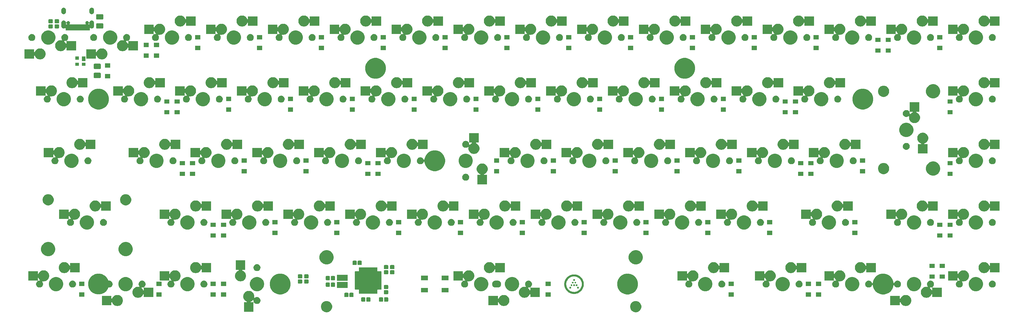
<source format=gbs>
G04 #@! TF.GenerationSoftware,KiCad,Pcbnew,(5.1.4)-1*
G04 #@! TF.CreationDate,2021-07-17T18:01:22+09:00*
G04 #@! TF.ProjectId,JP65,4a503635-2e6b-4696-9361-645f70636258,rev?*
G04 #@! TF.SameCoordinates,Original*
G04 #@! TF.FileFunction,Soldermask,Bot*
G04 #@! TF.FilePolarity,Negative*
%FSLAX46Y46*%
G04 Gerber Fmt 4.6, Leading zero omitted, Abs format (unit mm)*
G04 Created by KiCad (PCBNEW (5.1.4)-1) date 2021-07-17 18:01:22*
%MOMM*%
%LPD*%
G04 APERTURE LIST*
%ADD10C,0.010000*%
%ADD11C,0.100000*%
G04 APERTURE END LIST*
D10*
G36*
X295878250Y-256889250D02*
G01*
X296283062Y-256889250D01*
X296283062Y-256484438D01*
X295878250Y-256484438D01*
X295878250Y-256889250D01*
X295878250Y-256889250D01*
G37*
X295878250Y-256889250D02*
X296283062Y-256889250D01*
X296283062Y-256484438D01*
X295878250Y-256484438D01*
X295878250Y-256889250D01*
G36*
X295473437Y-257675063D02*
G01*
X295878250Y-257675063D01*
X295878250Y-257294063D01*
X295473437Y-257294063D01*
X295473437Y-257675063D01*
X295473437Y-257675063D01*
G37*
X295473437Y-257675063D02*
X295878250Y-257675063D01*
X295878250Y-257294063D01*
X295473437Y-257294063D01*
X295473437Y-257675063D01*
G36*
X296283062Y-257675063D02*
G01*
X296664062Y-257675063D01*
X296664062Y-257294063D01*
X296283062Y-257294063D01*
X296283062Y-257675063D01*
X296283062Y-257675063D01*
G37*
X296283062Y-257675063D02*
X296664062Y-257675063D01*
X296664062Y-257294063D01*
X296283062Y-257294063D01*
X296283062Y-257675063D01*
G36*
X295092437Y-258484688D02*
G01*
X295473437Y-258484688D01*
X295473437Y-258079875D01*
X295092437Y-258079875D01*
X295092437Y-258484688D01*
X295092437Y-258484688D01*
G37*
X295092437Y-258484688D02*
X295473437Y-258484688D01*
X295473437Y-258079875D01*
X295092437Y-258079875D01*
X295092437Y-258484688D01*
G36*
X295878250Y-258484688D02*
G01*
X296283062Y-258484688D01*
X296283062Y-258079875D01*
X295878250Y-258079875D01*
X295878250Y-258484688D01*
X295878250Y-258484688D01*
G37*
X295878250Y-258484688D02*
X296283062Y-258484688D01*
X296283062Y-258079875D01*
X295878250Y-258079875D01*
X295878250Y-258484688D01*
G36*
X296664062Y-258484688D02*
G01*
X297068875Y-258484688D01*
X297068875Y-258079875D01*
X296664062Y-258079875D01*
X296664062Y-258484688D01*
X296664062Y-258484688D01*
G37*
X296664062Y-258484688D02*
X297068875Y-258484688D01*
X297068875Y-258079875D01*
X296664062Y-258079875D01*
X296664062Y-258484688D01*
G36*
X294687625Y-259270500D02*
G01*
X295092437Y-259270500D01*
X295092437Y-258865688D01*
X294687625Y-258865688D01*
X294687625Y-259270500D01*
X294687625Y-259270500D01*
G37*
X294687625Y-259270500D02*
X295092437Y-259270500D01*
X295092437Y-258865688D01*
X294687625Y-258865688D01*
X294687625Y-259270500D01*
G36*
X297068875Y-259270500D02*
G01*
X297473687Y-259270500D01*
X297473687Y-258865688D01*
X297068875Y-258865688D01*
X297068875Y-259270500D01*
X297068875Y-259270500D01*
G37*
X297068875Y-259270500D02*
X297473687Y-259270500D01*
X297473687Y-258865688D01*
X297068875Y-258865688D01*
X297068875Y-259270500D01*
G36*
X296064781Y-254996795D02*
G01*
X295940663Y-254998165D01*
X295828951Y-255002322D01*
X295726358Y-255009669D01*
X295629594Y-255020610D01*
X295535372Y-255035548D01*
X295440403Y-255054887D01*
X295341399Y-255079031D01*
X295296120Y-255091168D01*
X295087573Y-255156406D01*
X294885485Y-255235742D01*
X294690622Y-255328778D01*
X294503751Y-255435118D01*
X294325636Y-255554366D01*
X294173490Y-255672367D01*
X294015822Y-255813092D01*
X293868485Y-255964537D01*
X293732164Y-256125635D01*
X293607542Y-256295317D01*
X293495303Y-256472516D01*
X293396130Y-256656166D01*
X293310708Y-256845197D01*
X293239720Y-257038543D01*
X293190966Y-257206553D01*
X293157895Y-257346539D01*
X293132535Y-257478475D01*
X293114143Y-257607747D01*
X293101975Y-257739743D01*
X293095289Y-257879850D01*
X293094636Y-257905250D01*
X293097355Y-258123547D01*
X293115550Y-258338330D01*
X293149215Y-258549571D01*
X293198344Y-258757239D01*
X293262931Y-258961305D01*
X293327128Y-259125237D01*
X293355211Y-259190502D01*
X293379273Y-259244660D01*
X293401142Y-259291363D01*
X293422643Y-259334263D01*
X293445604Y-259377013D01*
X293471850Y-259423265D01*
X293500975Y-259472906D01*
X293620194Y-259659177D01*
X293750298Y-259833903D01*
X293891421Y-259997215D01*
X294043695Y-260149246D01*
X294207253Y-260290130D01*
X294382226Y-260419998D01*
X294564594Y-260536525D01*
X294617423Y-260567494D01*
X294663336Y-260593471D01*
X294705985Y-260616281D01*
X294749022Y-260637751D01*
X294796099Y-260659707D01*
X294850869Y-260683975D01*
X294912263Y-260710372D01*
X295008496Y-260749919D01*
X295097214Y-260782958D01*
X295184328Y-260811445D01*
X295275752Y-260837339D01*
X295358344Y-260858072D01*
X295522860Y-260893626D01*
X295679955Y-260919303D01*
X295834183Y-260935643D01*
X295990101Y-260943186D01*
X296080656Y-260943763D01*
X296131875Y-260943248D01*
X296179996Y-260942543D01*
X296221876Y-260941710D01*
X296254372Y-260940813D01*
X296274340Y-260939915D01*
X296275125Y-260939859D01*
X296491299Y-260915907D01*
X296704056Y-260876920D01*
X296912537Y-260823217D01*
X297115882Y-260755113D01*
X297313234Y-260672926D01*
X297503732Y-260576975D01*
X297686518Y-260467576D01*
X297837474Y-260362546D01*
X298010401Y-260224199D01*
X298171085Y-260075838D01*
X298319299Y-259917789D01*
X298454821Y-259750382D01*
X298577426Y-259573944D01*
X298686889Y-259388802D01*
X298782987Y-259195285D01*
X298865494Y-258993721D01*
X298934187Y-258784438D01*
X298946332Y-258741380D01*
X298972698Y-258639585D01*
X298994083Y-258543261D01*
X299010891Y-258449117D01*
X299023525Y-258353867D01*
X299032390Y-258254220D01*
X299037888Y-258146890D01*
X299040424Y-258028586D01*
X299040705Y-257972719D01*
X299040030Y-257917358D01*
X298507956Y-257917358D01*
X298507853Y-257997496D01*
X298506187Y-258077160D01*
X298502991Y-258152287D01*
X298498294Y-258218810D01*
X298494574Y-258254500D01*
X298462700Y-258451798D01*
X298416049Y-258643413D01*
X298354799Y-258828972D01*
X298279131Y-259008099D01*
X298189223Y-259180419D01*
X298085256Y-259345559D01*
X297967409Y-259503143D01*
X297835862Y-259652797D01*
X297813526Y-259676010D01*
X297679292Y-259803084D01*
X297533590Y-259921020D01*
X297379119Y-260027840D01*
X297218581Y-260121566D01*
X297172792Y-260145254D01*
X297098384Y-260181903D01*
X297033143Y-260212122D01*
X296972646Y-260237690D01*
X296912472Y-260260384D01*
X296848199Y-260281983D01*
X296783125Y-260301977D01*
X296593912Y-260351390D01*
X296408161Y-260385841D01*
X296224423Y-260405464D01*
X296041247Y-260410392D01*
X295857186Y-260400761D01*
X295790644Y-260393781D01*
X295603312Y-260364837D01*
X295423731Y-260323028D01*
X295249393Y-260267604D01*
X295077791Y-260197814D01*
X294980834Y-260151616D01*
X294810202Y-260058197D01*
X294650786Y-259954462D01*
X294501828Y-259839724D01*
X294362571Y-259713300D01*
X294232256Y-259574504D01*
X294110126Y-259422653D01*
X294001858Y-259267009D01*
X293976732Y-259225818D01*
X293947409Y-259173690D01*
X293915709Y-259114246D01*
X293883451Y-259051106D01*
X293852457Y-258987890D01*
X293824544Y-258928217D01*
X293801535Y-258875707D01*
X293788097Y-258841875D01*
X293725230Y-258650334D01*
X293677834Y-258457595D01*
X293645950Y-258264200D01*
X293629620Y-258070690D01*
X293628882Y-257877607D01*
X293643778Y-257685492D01*
X293674348Y-257494886D01*
X293684151Y-257448844D01*
X293717800Y-257312551D01*
X293756108Y-257186368D01*
X293801046Y-257064757D01*
X293854587Y-256942182D01*
X293892246Y-256864708D01*
X293985951Y-256695860D01*
X294092776Y-256535423D01*
X294211952Y-256384118D01*
X294342713Y-256242664D01*
X294484290Y-256111781D01*
X294635916Y-255992190D01*
X294796823Y-255884610D01*
X294966243Y-255789761D01*
X295110425Y-255722230D01*
X295282053Y-255655835D01*
X295454607Y-255603837D01*
X295630094Y-255565828D01*
X295810524Y-255541401D01*
X295997905Y-255530147D01*
X296060812Y-255529257D01*
X296258907Y-255535627D01*
X296450535Y-255556272D01*
X296636469Y-255591423D01*
X296817485Y-255641317D01*
X296994356Y-255706185D01*
X297167856Y-255786263D01*
X297338759Y-255881785D01*
X297439456Y-255945994D01*
X297578889Y-256047522D01*
X297713087Y-256162028D01*
X297840409Y-256287589D01*
X297959215Y-256422281D01*
X298067864Y-256564181D01*
X298164715Y-256711365D01*
X298248128Y-256861911D01*
X298282924Y-256934830D01*
X298344327Y-257079689D01*
X298394558Y-257218928D01*
X298434815Y-257356876D01*
X298466294Y-257497864D01*
X298490194Y-257646221D01*
X298498595Y-257714750D01*
X298503358Y-257771920D01*
X298506468Y-257840811D01*
X298507956Y-257917358D01*
X299040030Y-257917358D01*
X299038960Y-257829723D01*
X299033086Y-257698856D01*
X299022512Y-257576775D01*
X299006665Y-257460135D01*
X298984973Y-257345594D01*
X298956863Y-257229809D01*
X298921764Y-257109437D01*
X298879103Y-256981134D01*
X298863409Y-256936875D01*
X298785024Y-256742156D01*
X298692184Y-256553822D01*
X298585078Y-256372135D01*
X298463898Y-256197358D01*
X298328833Y-256029753D01*
X298180076Y-255869583D01*
X298017817Y-255717110D01*
X297910979Y-255626929D01*
X297825150Y-255561436D01*
X297727611Y-255494110D01*
X297622002Y-255427162D01*
X297511964Y-255362805D01*
X297401137Y-255303250D01*
X297293161Y-255250708D01*
X297287156Y-255247965D01*
X297217196Y-255218092D01*
X297136015Y-255186706D01*
X297047983Y-255155286D01*
X296957471Y-255125312D01*
X296868849Y-255098261D01*
X296786486Y-255075614D01*
X296754600Y-255067721D01*
X296661375Y-255046953D01*
X296572401Y-255030293D01*
X296484397Y-255017402D01*
X296394081Y-255007945D01*
X296298172Y-255001582D01*
X296193390Y-254997978D01*
X296076455Y-254996794D01*
X296064781Y-254996795D01*
X296064781Y-254996795D01*
G37*
X296064781Y-254996795D02*
X295940663Y-254998165D01*
X295828951Y-255002322D01*
X295726358Y-255009669D01*
X295629594Y-255020610D01*
X295535372Y-255035548D01*
X295440403Y-255054887D01*
X295341399Y-255079031D01*
X295296120Y-255091168D01*
X295087573Y-255156406D01*
X294885485Y-255235742D01*
X294690622Y-255328778D01*
X294503751Y-255435118D01*
X294325636Y-255554366D01*
X294173490Y-255672367D01*
X294015822Y-255813092D01*
X293868485Y-255964537D01*
X293732164Y-256125635D01*
X293607542Y-256295317D01*
X293495303Y-256472516D01*
X293396130Y-256656166D01*
X293310708Y-256845197D01*
X293239720Y-257038543D01*
X293190966Y-257206553D01*
X293157895Y-257346539D01*
X293132535Y-257478475D01*
X293114143Y-257607747D01*
X293101975Y-257739743D01*
X293095289Y-257879850D01*
X293094636Y-257905250D01*
X293097355Y-258123547D01*
X293115550Y-258338330D01*
X293149215Y-258549571D01*
X293198344Y-258757239D01*
X293262931Y-258961305D01*
X293327128Y-259125237D01*
X293355211Y-259190502D01*
X293379273Y-259244660D01*
X293401142Y-259291363D01*
X293422643Y-259334263D01*
X293445604Y-259377013D01*
X293471850Y-259423265D01*
X293500975Y-259472906D01*
X293620194Y-259659177D01*
X293750298Y-259833903D01*
X293891421Y-259997215D01*
X294043695Y-260149246D01*
X294207253Y-260290130D01*
X294382226Y-260419998D01*
X294564594Y-260536525D01*
X294617423Y-260567494D01*
X294663336Y-260593471D01*
X294705985Y-260616281D01*
X294749022Y-260637751D01*
X294796099Y-260659707D01*
X294850869Y-260683975D01*
X294912263Y-260710372D01*
X295008496Y-260749919D01*
X295097214Y-260782958D01*
X295184328Y-260811445D01*
X295275752Y-260837339D01*
X295358344Y-260858072D01*
X295522860Y-260893626D01*
X295679955Y-260919303D01*
X295834183Y-260935643D01*
X295990101Y-260943186D01*
X296080656Y-260943763D01*
X296131875Y-260943248D01*
X296179996Y-260942543D01*
X296221876Y-260941710D01*
X296254372Y-260940813D01*
X296274340Y-260939915D01*
X296275125Y-260939859D01*
X296491299Y-260915907D01*
X296704056Y-260876920D01*
X296912537Y-260823217D01*
X297115882Y-260755113D01*
X297313234Y-260672926D01*
X297503732Y-260576975D01*
X297686518Y-260467576D01*
X297837474Y-260362546D01*
X298010401Y-260224199D01*
X298171085Y-260075838D01*
X298319299Y-259917789D01*
X298454821Y-259750382D01*
X298577426Y-259573944D01*
X298686889Y-259388802D01*
X298782987Y-259195285D01*
X298865494Y-258993721D01*
X298934187Y-258784438D01*
X298946332Y-258741380D01*
X298972698Y-258639585D01*
X298994083Y-258543261D01*
X299010891Y-258449117D01*
X299023525Y-258353867D01*
X299032390Y-258254220D01*
X299037888Y-258146890D01*
X299040424Y-258028586D01*
X299040705Y-257972719D01*
X299040030Y-257917358D01*
X298507956Y-257917358D01*
X298507853Y-257997496D01*
X298506187Y-258077160D01*
X298502991Y-258152287D01*
X298498294Y-258218810D01*
X298494574Y-258254500D01*
X298462700Y-258451798D01*
X298416049Y-258643413D01*
X298354799Y-258828972D01*
X298279131Y-259008099D01*
X298189223Y-259180419D01*
X298085256Y-259345559D01*
X297967409Y-259503143D01*
X297835862Y-259652797D01*
X297813526Y-259676010D01*
X297679292Y-259803084D01*
X297533590Y-259921020D01*
X297379119Y-260027840D01*
X297218581Y-260121566D01*
X297172792Y-260145254D01*
X297098384Y-260181903D01*
X297033143Y-260212122D01*
X296972646Y-260237690D01*
X296912472Y-260260384D01*
X296848199Y-260281983D01*
X296783125Y-260301977D01*
X296593912Y-260351390D01*
X296408161Y-260385841D01*
X296224423Y-260405464D01*
X296041247Y-260410392D01*
X295857186Y-260400761D01*
X295790644Y-260393781D01*
X295603312Y-260364837D01*
X295423731Y-260323028D01*
X295249393Y-260267604D01*
X295077791Y-260197814D01*
X294980834Y-260151616D01*
X294810202Y-260058197D01*
X294650786Y-259954462D01*
X294501828Y-259839724D01*
X294362571Y-259713300D01*
X294232256Y-259574504D01*
X294110126Y-259422653D01*
X294001858Y-259267009D01*
X293976732Y-259225818D01*
X293947409Y-259173690D01*
X293915709Y-259114246D01*
X293883451Y-259051106D01*
X293852457Y-258987890D01*
X293824544Y-258928217D01*
X293801535Y-258875707D01*
X293788097Y-258841875D01*
X293725230Y-258650334D01*
X293677834Y-258457595D01*
X293645950Y-258264200D01*
X293629620Y-258070690D01*
X293628882Y-257877607D01*
X293643778Y-257685492D01*
X293674348Y-257494886D01*
X293684151Y-257448844D01*
X293717800Y-257312551D01*
X293756108Y-257186368D01*
X293801046Y-257064757D01*
X293854587Y-256942182D01*
X293892246Y-256864708D01*
X293985951Y-256695860D01*
X294092776Y-256535423D01*
X294211952Y-256384118D01*
X294342713Y-256242664D01*
X294484290Y-256111781D01*
X294635916Y-255992190D01*
X294796823Y-255884610D01*
X294966243Y-255789761D01*
X295110425Y-255722230D01*
X295282053Y-255655835D01*
X295454607Y-255603837D01*
X295630094Y-255565828D01*
X295810524Y-255541401D01*
X295997905Y-255530147D01*
X296060812Y-255529257D01*
X296258907Y-255535627D01*
X296450535Y-255556272D01*
X296636469Y-255591423D01*
X296817485Y-255641317D01*
X296994356Y-255706185D01*
X297167856Y-255786263D01*
X297338759Y-255881785D01*
X297439456Y-255945994D01*
X297578889Y-256047522D01*
X297713087Y-256162028D01*
X297840409Y-256287589D01*
X297959215Y-256422281D01*
X298067864Y-256564181D01*
X298164715Y-256711365D01*
X298248128Y-256861911D01*
X298282924Y-256934830D01*
X298344327Y-257079689D01*
X298394558Y-257218928D01*
X298434815Y-257356876D01*
X298466294Y-257497864D01*
X298490194Y-257646221D01*
X298498595Y-257714750D01*
X298503358Y-257771920D01*
X298506468Y-257840811D01*
X298507956Y-257917358D01*
X299040030Y-257917358D01*
X299038960Y-257829723D01*
X299033086Y-257698856D01*
X299022512Y-257576775D01*
X299006665Y-257460135D01*
X298984973Y-257345594D01*
X298956863Y-257229809D01*
X298921764Y-257109437D01*
X298879103Y-256981134D01*
X298863409Y-256936875D01*
X298785024Y-256742156D01*
X298692184Y-256553822D01*
X298585078Y-256372135D01*
X298463898Y-256197358D01*
X298328833Y-256029753D01*
X298180076Y-255869583D01*
X298017817Y-255717110D01*
X297910979Y-255626929D01*
X297825150Y-255561436D01*
X297727611Y-255494110D01*
X297622002Y-255427162D01*
X297511964Y-255362805D01*
X297401137Y-255303250D01*
X297293161Y-255250708D01*
X297287156Y-255247965D01*
X297217196Y-255218092D01*
X297136015Y-255186706D01*
X297047983Y-255155286D01*
X296957471Y-255125312D01*
X296868849Y-255098261D01*
X296786486Y-255075614D01*
X296754600Y-255067721D01*
X296661375Y-255046953D01*
X296572401Y-255030293D01*
X296484397Y-255017402D01*
X296394081Y-255007945D01*
X296298172Y-255001582D01*
X296193390Y-254997978D01*
X296076455Y-254996794D01*
X296064781Y-254996795D01*
D11*
G36*
X315495616Y-263270938D02*
G01*
X315621622Y-263296002D01*
X315720887Y-263337119D01*
X315935369Y-263425960D01*
X316217735Y-263614631D01*
X316457869Y-263854765D01*
X316646540Y-264137131D01*
X316722667Y-264320920D01*
X316742677Y-264369226D01*
X316776498Y-264450879D01*
X316842750Y-264783949D01*
X316842750Y-265123551D01*
X316776498Y-265456621D01*
X316646540Y-265770369D01*
X316457869Y-266052735D01*
X316217735Y-266292869D01*
X315935369Y-266481540D01*
X315821393Y-266528750D01*
X315621622Y-266611498D01*
X315510598Y-266633582D01*
X315288551Y-266677750D01*
X314948949Y-266677750D01*
X314726902Y-266633582D01*
X314615878Y-266611498D01*
X314416107Y-266528750D01*
X314302131Y-266481540D01*
X314019765Y-266292869D01*
X313779631Y-266052735D01*
X313590960Y-265770369D01*
X313461002Y-265456621D01*
X313394750Y-265123551D01*
X313394750Y-264783949D01*
X313461002Y-264450879D01*
X313494824Y-264369226D01*
X313514833Y-264320920D01*
X313590960Y-264137131D01*
X313779631Y-263854765D01*
X314019765Y-263614631D01*
X314302131Y-263425960D01*
X314516613Y-263337119D01*
X314615878Y-263296002D01*
X314741884Y-263270938D01*
X314948949Y-263229750D01*
X315288551Y-263229750D01*
X315495616Y-263270938D01*
X315495616Y-263270938D01*
G37*
G36*
X220245616Y-263270938D02*
G01*
X220371622Y-263296002D01*
X220470887Y-263337119D01*
X220685369Y-263425960D01*
X220967735Y-263614631D01*
X221207869Y-263854765D01*
X221396540Y-264137131D01*
X221472667Y-264320920D01*
X221492677Y-264369226D01*
X221526498Y-264450879D01*
X221592750Y-264783949D01*
X221592750Y-265123551D01*
X221526498Y-265456621D01*
X221396540Y-265770369D01*
X221207869Y-266052735D01*
X220967735Y-266292869D01*
X220685369Y-266481540D01*
X220571393Y-266528750D01*
X220371622Y-266611498D01*
X220260598Y-266633582D01*
X220038551Y-266677750D01*
X219698949Y-266677750D01*
X219476902Y-266633582D01*
X219365878Y-266611498D01*
X219166107Y-266528750D01*
X219052131Y-266481540D01*
X218769765Y-266292869D01*
X218529631Y-266052735D01*
X218340960Y-265770369D01*
X218211002Y-265456621D01*
X218144750Y-265123551D01*
X218144750Y-264783949D01*
X218211002Y-264450879D01*
X218244824Y-264369226D01*
X218264833Y-264320920D01*
X218340960Y-264137131D01*
X218529631Y-263854765D01*
X218769765Y-263614631D01*
X219052131Y-263425960D01*
X219266613Y-263337119D01*
X219365878Y-263296002D01*
X219491884Y-263270938D01*
X219698949Y-263229750D01*
X220038551Y-263229750D01*
X220245616Y-263270938D01*
X220245616Y-263270938D01*
G37*
G36*
X196229153Y-260111415D02*
G01*
X196393372Y-260144080D01*
X196702752Y-260272229D01*
X196981187Y-260458273D01*
X197217977Y-260695063D01*
X197404021Y-260973498D01*
X197532170Y-261282878D01*
X197558268Y-261414080D01*
X197597500Y-261611313D01*
X197597500Y-261946187D01*
X197571278Y-262078012D01*
X197568876Y-262102398D01*
X197571278Y-262126784D01*
X197578391Y-262150233D01*
X197589942Y-262171844D01*
X197605487Y-262190785D01*
X197624429Y-262206331D01*
X197646040Y-262217882D01*
X197669489Y-262224995D01*
X197693875Y-262227397D01*
X197718261Y-262224995D01*
X197741710Y-262217882D01*
X197763321Y-262206331D01*
X197928298Y-262096097D01*
X198042899Y-262048628D01*
X198123934Y-262015062D01*
X198227778Y-261994406D01*
X198331621Y-261973750D01*
X198543379Y-261973750D01*
X198647222Y-261994406D01*
X198751066Y-262015062D01*
X198808366Y-262038797D01*
X198946703Y-262096097D01*
X199122772Y-262213743D01*
X199272507Y-262363478D01*
X199390153Y-262539547D01*
X199471188Y-262735185D01*
X199512500Y-262942871D01*
X199512500Y-263154629D01*
X199500255Y-263216187D01*
X199471188Y-263362316D01*
X199458671Y-263392534D01*
X199390153Y-263557953D01*
X199272507Y-263734022D01*
X199122772Y-263883757D01*
X198946703Y-264001403D01*
X198808366Y-264058703D01*
X198751066Y-264082438D01*
X198647222Y-264103094D01*
X198543379Y-264123750D01*
X198331621Y-264123750D01*
X198227778Y-264103094D01*
X198123934Y-264082438D01*
X198066634Y-264058703D01*
X197928297Y-264001403D01*
X197752228Y-263883757D01*
X197602493Y-263734022D01*
X197576432Y-263695019D01*
X197560887Y-263676078D01*
X197541945Y-263660532D01*
X197520334Y-263648981D01*
X197496885Y-263641868D01*
X197472499Y-263639466D01*
X197448113Y-263641868D01*
X197424664Y-263648981D01*
X197403053Y-263660532D01*
X197384112Y-263676077D01*
X197368566Y-263695019D01*
X197357015Y-263716630D01*
X197349902Y-263740079D01*
X197347500Y-263764465D01*
X197347500Y-266528750D01*
X194447500Y-266528750D01*
X194447500Y-263578750D01*
X195172359Y-263578750D01*
X195196745Y-263576348D01*
X195220194Y-263569235D01*
X195241805Y-263557684D01*
X195260747Y-263542139D01*
X195276292Y-263523197D01*
X195287843Y-263501586D01*
X195294956Y-263478137D01*
X195297358Y-263453751D01*
X196497642Y-263453751D01*
X196500044Y-263478137D01*
X196507157Y-263501586D01*
X196518708Y-263523197D01*
X196534253Y-263542139D01*
X196553195Y-263557684D01*
X196574806Y-263569235D01*
X196598255Y-263576348D01*
X196622641Y-263578750D01*
X197306388Y-263578750D01*
X197330774Y-263576348D01*
X197354223Y-263569235D01*
X197375834Y-263557684D01*
X197394776Y-263542139D01*
X197410321Y-263523197D01*
X197421872Y-263501586D01*
X197428985Y-263478137D01*
X197431387Y-263453751D01*
X197428985Y-263429365D01*
X197421872Y-263405916D01*
X197416329Y-263392534D01*
X197403812Y-263362316D01*
X197374745Y-263216187D01*
X197362500Y-263154629D01*
X197362500Y-263019687D01*
X197360098Y-262995301D01*
X197352985Y-262971852D01*
X197341434Y-262950241D01*
X197325889Y-262931299D01*
X197306947Y-262915754D01*
X197285336Y-262904203D01*
X197261887Y-262897090D01*
X197237501Y-262894688D01*
X197213115Y-262897090D01*
X197189666Y-262904203D01*
X197168055Y-262915754D01*
X197149124Y-262931290D01*
X196981187Y-263099227D01*
X196702752Y-263285271D01*
X196574799Y-263338271D01*
X196553195Y-263349818D01*
X196534253Y-263365363D01*
X196518708Y-263384305D01*
X196507157Y-263405916D01*
X196500044Y-263429365D01*
X196497642Y-263453751D01*
X195297358Y-263453751D01*
X195294956Y-263429365D01*
X195287843Y-263405916D01*
X195276292Y-263384305D01*
X195260747Y-263365363D01*
X195241805Y-263349818D01*
X195220201Y-263338271D01*
X195092248Y-263285271D01*
X194813813Y-263099227D01*
X194577023Y-262862437D01*
X194390979Y-262584002D01*
X194262830Y-262274622D01*
X194227319Y-262096097D01*
X194197500Y-261946187D01*
X194197500Y-261611313D01*
X194236732Y-261414080D01*
X194262830Y-261282878D01*
X194390979Y-260973498D01*
X194577023Y-260695063D01*
X194813813Y-260458273D01*
X195092248Y-260272229D01*
X195401628Y-260144080D01*
X195565847Y-260111415D01*
X195730063Y-260078750D01*
X196064937Y-260078750D01*
X196229153Y-260111415D01*
X196229153Y-260111415D01*
G37*
G36*
X398635404Y-261381415D02*
G01*
X398799622Y-261414080D01*
X399109002Y-261542229D01*
X399387437Y-261728273D01*
X399624227Y-261965063D01*
X399810271Y-262243498D01*
X399938420Y-262552878D01*
X399944611Y-262584002D01*
X400003750Y-262881313D01*
X400003750Y-263216187D01*
X399977169Y-263349818D01*
X399938420Y-263544622D01*
X399810271Y-263854002D01*
X399624227Y-264132437D01*
X399387437Y-264369227D01*
X399109002Y-264555271D01*
X398799622Y-264683420D01*
X398635404Y-264716085D01*
X398471187Y-264748750D01*
X398136313Y-264748750D01*
X397972096Y-264716085D01*
X397807878Y-264683420D01*
X397498498Y-264555271D01*
X397220063Y-264369227D01*
X396983273Y-264132437D01*
X396797229Y-263854002D01*
X396717229Y-263660865D01*
X396705682Y-263639261D01*
X396690137Y-263620319D01*
X396671195Y-263604774D01*
X396649584Y-263593223D01*
X396626135Y-263586110D01*
X396601749Y-263583708D01*
X396577363Y-263586110D01*
X396553914Y-263593223D01*
X396532303Y-263604774D01*
X396513361Y-263620319D01*
X396497816Y-263639261D01*
X396486265Y-263660872D01*
X396479152Y-263684321D01*
X396476750Y-263708707D01*
X396476750Y-264498750D01*
X393526750Y-264498750D01*
X393526750Y-261598750D01*
X396476750Y-261598750D01*
X396476750Y-262388793D01*
X396479152Y-262413179D01*
X396486265Y-262436628D01*
X396497816Y-262458239D01*
X396513361Y-262477181D01*
X396532303Y-262492726D01*
X396553914Y-262504277D01*
X396577363Y-262511390D01*
X396601749Y-262513792D01*
X396626135Y-262511390D01*
X396649584Y-262504277D01*
X396671195Y-262492726D01*
X396690137Y-262477181D01*
X396705682Y-262458239D01*
X396717229Y-262436635D01*
X396797229Y-262243498D01*
X396983273Y-261965063D01*
X397220063Y-261728273D01*
X397498498Y-261542229D01*
X397807878Y-261414080D01*
X397972096Y-261381415D01*
X398136313Y-261348750D01*
X398471187Y-261348750D01*
X398635404Y-261381415D01*
X398635404Y-261381415D01*
G37*
G36*
X274810404Y-261381415D02*
G01*
X274974622Y-261414080D01*
X275284002Y-261542229D01*
X275562437Y-261728273D01*
X275799227Y-261965063D01*
X275985271Y-262243498D01*
X276113420Y-262552878D01*
X276119611Y-262584002D01*
X276178750Y-262881313D01*
X276178750Y-263216187D01*
X276152169Y-263349818D01*
X276113420Y-263544622D01*
X275985271Y-263854002D01*
X275799227Y-264132437D01*
X275562437Y-264369227D01*
X275284002Y-264555271D01*
X274974622Y-264683420D01*
X274810404Y-264716085D01*
X274646187Y-264748750D01*
X274311313Y-264748750D01*
X274147096Y-264716085D01*
X273982878Y-264683420D01*
X273673498Y-264555271D01*
X273395063Y-264369227D01*
X273158273Y-264132437D01*
X272972229Y-263854002D01*
X272892229Y-263660865D01*
X272880682Y-263639261D01*
X272865137Y-263620319D01*
X272846195Y-263604774D01*
X272824584Y-263593223D01*
X272801135Y-263586110D01*
X272776749Y-263583708D01*
X272752363Y-263586110D01*
X272728914Y-263593223D01*
X272707303Y-263604774D01*
X272688361Y-263620319D01*
X272672816Y-263639261D01*
X272661265Y-263660872D01*
X272654152Y-263684321D01*
X272651750Y-263708707D01*
X272651750Y-264498750D01*
X269701750Y-264498750D01*
X269701750Y-261598750D01*
X272651750Y-261598750D01*
X272651750Y-262388793D01*
X272654152Y-262413179D01*
X272661265Y-262436628D01*
X272672816Y-262458239D01*
X272688361Y-262477181D01*
X272707303Y-262492726D01*
X272728914Y-262504277D01*
X272752363Y-262511390D01*
X272776749Y-262513792D01*
X272801135Y-262511390D01*
X272824584Y-262504277D01*
X272846195Y-262492726D01*
X272865137Y-262477181D01*
X272880682Y-262458239D01*
X272892229Y-262436635D01*
X272972229Y-262243498D01*
X273158273Y-261965063D01*
X273395063Y-261728273D01*
X273673498Y-261542229D01*
X273982878Y-261414080D01*
X274147096Y-261381415D01*
X274311313Y-261348750D01*
X274646187Y-261348750D01*
X274810404Y-261381415D01*
X274810404Y-261381415D01*
G37*
G36*
X155747904Y-261381415D02*
G01*
X155912122Y-261414080D01*
X156221502Y-261542229D01*
X156499937Y-261728273D01*
X156736727Y-261965063D01*
X156922771Y-262243498D01*
X157050920Y-262552878D01*
X157057111Y-262584002D01*
X157116250Y-262881313D01*
X157116250Y-263216187D01*
X157089669Y-263349818D01*
X157050920Y-263544622D01*
X156922771Y-263854002D01*
X156736727Y-264132437D01*
X156499937Y-264369227D01*
X156221502Y-264555271D01*
X155912122Y-264683420D01*
X155747904Y-264716085D01*
X155583687Y-264748750D01*
X155248813Y-264748750D01*
X155084596Y-264716085D01*
X154920378Y-264683420D01*
X154610998Y-264555271D01*
X154332563Y-264369227D01*
X154095773Y-264132437D01*
X153909729Y-263854002D01*
X153829729Y-263660865D01*
X153818182Y-263639261D01*
X153802637Y-263620319D01*
X153783695Y-263604774D01*
X153762084Y-263593223D01*
X153738635Y-263586110D01*
X153714249Y-263583708D01*
X153689863Y-263586110D01*
X153666414Y-263593223D01*
X153644803Y-263604774D01*
X153625861Y-263620319D01*
X153610316Y-263639261D01*
X153598765Y-263660872D01*
X153591652Y-263684321D01*
X153589250Y-263708707D01*
X153589250Y-264498750D01*
X150639250Y-264498750D01*
X150639250Y-261598750D01*
X153589250Y-261598750D01*
X153589250Y-262388793D01*
X153591652Y-262413179D01*
X153598765Y-262436628D01*
X153610316Y-262458239D01*
X153625861Y-262477181D01*
X153644803Y-262492726D01*
X153666414Y-262504277D01*
X153689863Y-262511390D01*
X153714249Y-262513792D01*
X153738635Y-262511390D01*
X153762084Y-262504277D01*
X153783695Y-262492726D01*
X153802637Y-262477181D01*
X153818182Y-262458239D01*
X153829729Y-262436635D01*
X153909729Y-262243498D01*
X154095773Y-261965063D01*
X154332563Y-261728273D01*
X154610998Y-261542229D01*
X154920378Y-261414080D01*
X155084596Y-261381415D01*
X155248813Y-261348750D01*
X155583687Y-261348750D01*
X155747904Y-261381415D01*
X155747904Y-261381415D01*
G37*
G36*
X238657822Y-262068117D02*
G01*
X238705785Y-262082666D01*
X238749978Y-262106288D01*
X238788719Y-262138081D01*
X238820512Y-262176822D01*
X238844134Y-262221015D01*
X238858683Y-262268978D01*
X238864200Y-262324991D01*
X238864200Y-263150209D01*
X238858683Y-263206222D01*
X238844134Y-263254185D01*
X238820512Y-263298378D01*
X238788719Y-263337119D01*
X238749978Y-263368912D01*
X238705785Y-263392534D01*
X238657822Y-263407083D01*
X238601809Y-263412600D01*
X237851591Y-263412600D01*
X237795578Y-263407083D01*
X237747615Y-263392534D01*
X237703422Y-263368912D01*
X237664681Y-263337119D01*
X237632888Y-263298378D01*
X237609266Y-263254185D01*
X237594717Y-263206222D01*
X237589200Y-263150209D01*
X237589200Y-262324991D01*
X237594717Y-262268978D01*
X237609266Y-262221015D01*
X237632888Y-262176822D01*
X237664681Y-262138081D01*
X237703422Y-262106288D01*
X237747615Y-262082666D01*
X237795578Y-262068117D01*
X237851591Y-262062600D01*
X238601809Y-262062600D01*
X238657822Y-262068117D01*
X238657822Y-262068117D01*
G37*
G36*
X237082822Y-262068117D02*
G01*
X237130785Y-262082666D01*
X237174978Y-262106288D01*
X237213719Y-262138081D01*
X237245512Y-262176822D01*
X237269134Y-262221015D01*
X237283683Y-262268978D01*
X237289200Y-262324991D01*
X237289200Y-263150209D01*
X237283683Y-263206222D01*
X237269134Y-263254185D01*
X237245512Y-263298378D01*
X237213719Y-263337119D01*
X237174978Y-263368912D01*
X237130785Y-263392534D01*
X237082822Y-263407083D01*
X237026809Y-263412600D01*
X236276591Y-263412600D01*
X236220578Y-263407083D01*
X236172615Y-263392534D01*
X236128422Y-263368912D01*
X236089681Y-263337119D01*
X236057888Y-263298378D01*
X236034266Y-263254185D01*
X236019717Y-263206222D01*
X236014200Y-263150209D01*
X236014200Y-262324991D01*
X236019717Y-262268978D01*
X236034266Y-262221015D01*
X236057888Y-262176822D01*
X236089681Y-262138081D01*
X236128422Y-262106288D01*
X236172615Y-262082666D01*
X236220578Y-262068117D01*
X236276591Y-262062600D01*
X237026809Y-262062600D01*
X237082822Y-262068117D01*
X237082822Y-262068117D01*
G37*
G36*
X233184122Y-262061767D02*
G01*
X233232085Y-262076316D01*
X233276278Y-262099938D01*
X233315019Y-262131731D01*
X233346812Y-262170472D01*
X233370434Y-262214665D01*
X233384983Y-262262628D01*
X233390500Y-262318641D01*
X233390500Y-263143859D01*
X233384983Y-263199872D01*
X233370434Y-263247835D01*
X233346812Y-263292028D01*
X233315019Y-263330769D01*
X233276278Y-263362562D01*
X233232085Y-263386184D01*
X233184122Y-263400733D01*
X233128109Y-263406250D01*
X232377891Y-263406250D01*
X232321878Y-263400733D01*
X232273915Y-263386184D01*
X232229722Y-263362562D01*
X232190981Y-263330769D01*
X232159188Y-263292028D01*
X232135566Y-263247835D01*
X232121017Y-263199872D01*
X232115500Y-263143859D01*
X232115500Y-262318641D01*
X232121017Y-262262628D01*
X232135566Y-262214665D01*
X232159188Y-262170472D01*
X232190981Y-262131731D01*
X232229722Y-262099938D01*
X232273915Y-262076316D01*
X232321878Y-262061767D01*
X232377891Y-262056250D01*
X233128109Y-262056250D01*
X233184122Y-262061767D01*
X233184122Y-262061767D01*
G37*
G36*
X231609122Y-262061767D02*
G01*
X231657085Y-262076316D01*
X231701278Y-262099938D01*
X231740019Y-262131731D01*
X231771812Y-262170472D01*
X231795434Y-262214665D01*
X231809983Y-262262628D01*
X231815500Y-262318641D01*
X231815500Y-263143859D01*
X231809983Y-263199872D01*
X231795434Y-263247835D01*
X231771812Y-263292028D01*
X231740019Y-263330769D01*
X231701278Y-263362562D01*
X231657085Y-263386184D01*
X231609122Y-263400733D01*
X231553109Y-263406250D01*
X230802891Y-263406250D01*
X230746878Y-263400733D01*
X230698915Y-263386184D01*
X230654722Y-263362562D01*
X230615981Y-263330769D01*
X230584188Y-263292028D01*
X230560566Y-263247835D01*
X230546017Y-263199872D01*
X230540500Y-263143859D01*
X230540500Y-262318641D01*
X230546017Y-262262628D01*
X230560566Y-262214665D01*
X230584188Y-262170472D01*
X230615981Y-262131731D01*
X230654722Y-262099938D01*
X230698915Y-262076316D01*
X230746878Y-262061767D01*
X230802891Y-262056250D01*
X231553109Y-262056250D01*
X231609122Y-262061767D01*
X231609122Y-262061767D01*
G37*
G36*
X163209162Y-256907084D02*
G01*
X163349816Y-256935062D01*
X163369583Y-256943250D01*
X163545453Y-257016097D01*
X163721522Y-257133743D01*
X163871257Y-257283478D01*
X163988903Y-257459547D01*
X164033253Y-257566619D01*
X164069938Y-257655184D01*
X164084973Y-257730769D01*
X164111250Y-257862871D01*
X164111250Y-258074629D01*
X164100827Y-258127030D01*
X164069938Y-258282316D01*
X164048641Y-258333731D01*
X163988903Y-258477953D01*
X163871257Y-258654022D01*
X163721522Y-258803757D01*
X163682519Y-258829818D01*
X163663578Y-258845363D01*
X163648032Y-258864305D01*
X163636481Y-258885916D01*
X163629368Y-258909365D01*
X163626966Y-258933751D01*
X163629368Y-258958137D01*
X163636481Y-258981586D01*
X163648032Y-259003197D01*
X163663577Y-259022138D01*
X163682519Y-259037684D01*
X163704130Y-259049235D01*
X163727579Y-259056348D01*
X163751965Y-259058750D01*
X166516250Y-259058750D01*
X166516250Y-261958750D01*
X163566250Y-261958750D01*
X163566250Y-261233891D01*
X163563848Y-261209505D01*
X163556735Y-261186056D01*
X163545184Y-261164445D01*
X163529639Y-261145503D01*
X163510697Y-261129958D01*
X163489086Y-261118407D01*
X163465637Y-261111294D01*
X163441251Y-261108892D01*
X163416865Y-261111294D01*
X163393416Y-261118407D01*
X163371805Y-261129958D01*
X163352863Y-261145503D01*
X163337318Y-261164445D01*
X163325771Y-261186049D01*
X163272771Y-261314002D01*
X163086727Y-261592437D01*
X162849937Y-261829227D01*
X162571502Y-262015271D01*
X162262122Y-262143420D01*
X162097904Y-262176085D01*
X161933687Y-262208750D01*
X161598813Y-262208750D01*
X161434596Y-262176085D01*
X161270378Y-262143420D01*
X160960998Y-262015271D01*
X160682563Y-261829227D01*
X160445773Y-261592437D01*
X160259729Y-261314002D01*
X160131580Y-261004622D01*
X160088243Y-260786750D01*
X160066250Y-260676187D01*
X160066250Y-260341313D01*
X160105482Y-260144080D01*
X160131580Y-260012878D01*
X160259729Y-259703498D01*
X160445773Y-259425063D01*
X160682563Y-259188273D01*
X160711782Y-259168749D01*
X162882188Y-259168749D01*
X162884590Y-259193135D01*
X162891703Y-259216584D01*
X162903254Y-259238195D01*
X162918790Y-259257126D01*
X163086727Y-259425063D01*
X163272771Y-259703498D01*
X163325771Y-259831451D01*
X163337318Y-259853055D01*
X163352863Y-259871997D01*
X163371805Y-259887542D01*
X163393416Y-259899093D01*
X163416865Y-259906206D01*
X163441251Y-259908608D01*
X163465637Y-259906206D01*
X163489086Y-259899093D01*
X163510697Y-259887542D01*
X163529639Y-259871997D01*
X163545184Y-259853055D01*
X163556735Y-259831444D01*
X163563848Y-259807995D01*
X163566250Y-259783609D01*
X163566250Y-259099862D01*
X163563848Y-259075476D01*
X163556735Y-259052027D01*
X163545184Y-259030416D01*
X163529639Y-259011474D01*
X163510697Y-258995929D01*
X163489086Y-258984378D01*
X163465637Y-258977265D01*
X163441251Y-258974863D01*
X163416865Y-258977265D01*
X163393418Y-258984378D01*
X163349816Y-259002438D01*
X163322100Y-259007951D01*
X163142129Y-259043750D01*
X163007187Y-259043750D01*
X162982801Y-259046152D01*
X162959352Y-259053265D01*
X162937741Y-259064816D01*
X162918799Y-259080361D01*
X162903254Y-259099303D01*
X162891703Y-259120914D01*
X162884590Y-259144363D01*
X162882188Y-259168749D01*
X160711782Y-259168749D01*
X160960998Y-259002229D01*
X161270378Y-258874080D01*
X161454912Y-258837374D01*
X161598813Y-258808750D01*
X161933687Y-258808750D01*
X162029753Y-258827859D01*
X162061883Y-258834250D01*
X162065512Y-258834972D01*
X162089898Y-258837374D01*
X162114284Y-258834972D01*
X162137733Y-258827859D01*
X162159344Y-258816308D01*
X162178285Y-258800763D01*
X162193831Y-258781821D01*
X162205382Y-258760210D01*
X162212495Y-258736761D01*
X162214897Y-258712375D01*
X162212495Y-258687989D01*
X162205382Y-258664540D01*
X162193831Y-258642929D01*
X162083597Y-258477952D01*
X162023859Y-258333731D01*
X162002562Y-258282316D01*
X161971673Y-258127030D01*
X161961250Y-258074629D01*
X161961250Y-257862871D01*
X161987527Y-257730769D01*
X162002562Y-257655184D01*
X162039247Y-257566619D01*
X162083597Y-257459547D01*
X162201243Y-257283478D01*
X162350978Y-257133743D01*
X162527047Y-257016097D01*
X162702917Y-256943250D01*
X162722684Y-256935062D01*
X162863338Y-256907084D01*
X162930371Y-256893750D01*
X163142129Y-256893750D01*
X163209162Y-256907084D01*
X163209162Y-256907084D01*
G37*
G36*
X282271662Y-256907084D02*
G01*
X282412316Y-256935062D01*
X282432083Y-256943250D01*
X282607953Y-257016097D01*
X282784022Y-257133743D01*
X282933757Y-257283478D01*
X283051403Y-257459547D01*
X283095753Y-257566619D01*
X283132438Y-257655184D01*
X283147473Y-257730769D01*
X283173750Y-257862871D01*
X283173750Y-258074629D01*
X283163327Y-258127030D01*
X283132438Y-258282316D01*
X283111141Y-258333731D01*
X283051403Y-258477953D01*
X282933757Y-258654022D01*
X282784022Y-258803757D01*
X282745019Y-258829818D01*
X282726078Y-258845363D01*
X282710532Y-258864305D01*
X282698981Y-258885916D01*
X282691868Y-258909365D01*
X282689466Y-258933751D01*
X282691868Y-258958137D01*
X282698981Y-258981586D01*
X282710532Y-259003197D01*
X282726077Y-259022138D01*
X282745019Y-259037684D01*
X282766630Y-259049235D01*
X282790079Y-259056348D01*
X282814465Y-259058750D01*
X285578750Y-259058750D01*
X285578750Y-261958750D01*
X282628750Y-261958750D01*
X282628750Y-261233891D01*
X282626348Y-261209505D01*
X282619235Y-261186056D01*
X282607684Y-261164445D01*
X282592139Y-261145503D01*
X282573197Y-261129958D01*
X282551586Y-261118407D01*
X282528137Y-261111294D01*
X282503751Y-261108892D01*
X282479365Y-261111294D01*
X282455916Y-261118407D01*
X282434305Y-261129958D01*
X282415363Y-261145503D01*
X282399818Y-261164445D01*
X282388271Y-261186049D01*
X282335271Y-261314002D01*
X282149227Y-261592437D01*
X281912437Y-261829227D01*
X281634002Y-262015271D01*
X281324622Y-262143420D01*
X281160404Y-262176085D01*
X280996187Y-262208750D01*
X280661313Y-262208750D01*
X280497096Y-262176085D01*
X280332878Y-262143420D01*
X280023498Y-262015271D01*
X279745063Y-261829227D01*
X279508273Y-261592437D01*
X279322229Y-261314002D01*
X279194080Y-261004622D01*
X279150743Y-260786750D01*
X279128750Y-260676187D01*
X279128750Y-260341313D01*
X279167982Y-260144080D01*
X279194080Y-260012878D01*
X279322229Y-259703498D01*
X279508273Y-259425063D01*
X279745063Y-259188273D01*
X279774282Y-259168749D01*
X281944688Y-259168749D01*
X281947090Y-259193135D01*
X281954203Y-259216584D01*
X281965754Y-259238195D01*
X281981290Y-259257126D01*
X282149227Y-259425063D01*
X282335271Y-259703498D01*
X282388271Y-259831451D01*
X282399818Y-259853055D01*
X282415363Y-259871997D01*
X282434305Y-259887542D01*
X282455916Y-259899093D01*
X282479365Y-259906206D01*
X282503751Y-259908608D01*
X282528137Y-259906206D01*
X282551586Y-259899093D01*
X282573197Y-259887542D01*
X282592139Y-259871997D01*
X282607684Y-259853055D01*
X282619235Y-259831444D01*
X282626348Y-259807995D01*
X282628750Y-259783609D01*
X282628750Y-259099862D01*
X282626348Y-259075476D01*
X282619235Y-259052027D01*
X282607684Y-259030416D01*
X282592139Y-259011474D01*
X282573197Y-258995929D01*
X282551586Y-258984378D01*
X282528137Y-258977265D01*
X282503751Y-258974863D01*
X282479365Y-258977265D01*
X282455918Y-258984378D01*
X282412316Y-259002438D01*
X282384600Y-259007951D01*
X282204629Y-259043750D01*
X282069687Y-259043750D01*
X282045301Y-259046152D01*
X282021852Y-259053265D01*
X282000241Y-259064816D01*
X281981299Y-259080361D01*
X281965754Y-259099303D01*
X281954203Y-259120914D01*
X281947090Y-259144363D01*
X281944688Y-259168749D01*
X279774282Y-259168749D01*
X280023498Y-259002229D01*
X280332878Y-258874080D01*
X280517412Y-258837374D01*
X280661313Y-258808750D01*
X280996187Y-258808750D01*
X281092253Y-258827859D01*
X281124383Y-258834250D01*
X281128012Y-258834972D01*
X281152398Y-258837374D01*
X281176784Y-258834972D01*
X281200233Y-258827859D01*
X281221844Y-258816308D01*
X281240785Y-258800763D01*
X281256331Y-258781821D01*
X281267882Y-258760210D01*
X281274995Y-258736761D01*
X281277397Y-258712375D01*
X281274995Y-258687989D01*
X281267882Y-258664540D01*
X281256331Y-258642929D01*
X281146097Y-258477952D01*
X281086359Y-258333731D01*
X281065062Y-258282316D01*
X281034173Y-258127030D01*
X281023750Y-258074629D01*
X281023750Y-257862871D01*
X281050027Y-257730769D01*
X281065062Y-257655184D01*
X281101747Y-257566619D01*
X281146097Y-257459547D01*
X281263743Y-257283478D01*
X281413478Y-257133743D01*
X281589547Y-257016097D01*
X281765417Y-256943250D01*
X281785184Y-256935062D01*
X281925838Y-256907084D01*
X281992871Y-256893750D01*
X282204629Y-256893750D01*
X282271662Y-256907084D01*
X282271662Y-256907084D01*
G37*
G36*
X406096662Y-256907084D02*
G01*
X406237316Y-256935062D01*
X406257083Y-256943250D01*
X406432953Y-257016097D01*
X406609022Y-257133743D01*
X406758757Y-257283478D01*
X406876403Y-257459547D01*
X406920753Y-257566619D01*
X406957438Y-257655184D01*
X406972473Y-257730769D01*
X406998750Y-257862871D01*
X406998750Y-258074629D01*
X406988327Y-258127030D01*
X406957438Y-258282316D01*
X406936141Y-258333731D01*
X406876403Y-258477953D01*
X406758757Y-258654022D01*
X406609022Y-258803757D01*
X406570019Y-258829818D01*
X406551078Y-258845363D01*
X406535532Y-258864305D01*
X406523981Y-258885916D01*
X406516868Y-258909365D01*
X406514466Y-258933751D01*
X406516868Y-258958137D01*
X406523981Y-258981586D01*
X406535532Y-259003197D01*
X406551077Y-259022138D01*
X406570019Y-259037684D01*
X406591630Y-259049235D01*
X406615079Y-259056348D01*
X406639465Y-259058750D01*
X409403750Y-259058750D01*
X409403750Y-261958750D01*
X406453750Y-261958750D01*
X406453750Y-261233891D01*
X406451348Y-261209505D01*
X406444235Y-261186056D01*
X406432684Y-261164445D01*
X406417139Y-261145503D01*
X406398197Y-261129958D01*
X406376586Y-261118407D01*
X406353137Y-261111294D01*
X406328751Y-261108892D01*
X406304365Y-261111294D01*
X406280916Y-261118407D01*
X406259305Y-261129958D01*
X406240363Y-261145503D01*
X406224818Y-261164445D01*
X406213271Y-261186049D01*
X406160271Y-261314002D01*
X405974227Y-261592437D01*
X405737437Y-261829227D01*
X405459002Y-262015271D01*
X405149622Y-262143420D01*
X404985404Y-262176085D01*
X404821187Y-262208750D01*
X404486313Y-262208750D01*
X404322096Y-262176085D01*
X404157878Y-262143420D01*
X403848498Y-262015271D01*
X403570063Y-261829227D01*
X403333273Y-261592437D01*
X403147229Y-261314002D01*
X403019080Y-261004622D01*
X402975743Y-260786750D01*
X402953750Y-260676187D01*
X402953750Y-260341313D01*
X402992982Y-260144080D01*
X403019080Y-260012878D01*
X403147229Y-259703498D01*
X403333273Y-259425063D01*
X403570063Y-259188273D01*
X403599282Y-259168749D01*
X405769688Y-259168749D01*
X405772090Y-259193135D01*
X405779203Y-259216584D01*
X405790754Y-259238195D01*
X405806290Y-259257126D01*
X405974227Y-259425063D01*
X406160271Y-259703498D01*
X406213271Y-259831451D01*
X406224818Y-259853055D01*
X406240363Y-259871997D01*
X406259305Y-259887542D01*
X406280916Y-259899093D01*
X406304365Y-259906206D01*
X406328751Y-259908608D01*
X406353137Y-259906206D01*
X406376586Y-259899093D01*
X406398197Y-259887542D01*
X406417139Y-259871997D01*
X406432684Y-259853055D01*
X406444235Y-259831444D01*
X406451348Y-259807995D01*
X406453750Y-259783609D01*
X406453750Y-259099862D01*
X406451348Y-259075476D01*
X406444235Y-259052027D01*
X406432684Y-259030416D01*
X406417139Y-259011474D01*
X406398197Y-258995929D01*
X406376586Y-258984378D01*
X406353137Y-258977265D01*
X406328751Y-258974863D01*
X406304365Y-258977265D01*
X406280918Y-258984378D01*
X406237316Y-259002438D01*
X406209600Y-259007951D01*
X406029629Y-259043750D01*
X405894687Y-259043750D01*
X405870301Y-259046152D01*
X405846852Y-259053265D01*
X405825241Y-259064816D01*
X405806299Y-259080361D01*
X405790754Y-259099303D01*
X405779203Y-259120914D01*
X405772090Y-259144363D01*
X405769688Y-259168749D01*
X403599282Y-259168749D01*
X403848498Y-259002229D01*
X404157878Y-258874080D01*
X404342412Y-258837374D01*
X404486313Y-258808750D01*
X404821187Y-258808750D01*
X404917253Y-258827859D01*
X404949383Y-258834250D01*
X404953012Y-258834972D01*
X404977398Y-258837374D01*
X405001784Y-258834972D01*
X405025233Y-258827859D01*
X405046844Y-258816308D01*
X405065785Y-258800763D01*
X405081331Y-258781821D01*
X405092882Y-258760210D01*
X405099995Y-258736761D01*
X405102397Y-258712375D01*
X405099995Y-258687989D01*
X405092882Y-258664540D01*
X405081331Y-258642929D01*
X404971097Y-258477952D01*
X404911359Y-258333731D01*
X404890062Y-258282316D01*
X404859173Y-258127030D01*
X404848750Y-258074629D01*
X404848750Y-257862871D01*
X404875027Y-257730769D01*
X404890062Y-257655184D01*
X404926747Y-257566619D01*
X404971097Y-257459547D01*
X405088743Y-257283478D01*
X405238478Y-257133743D01*
X405414547Y-257016097D01*
X405590417Y-256943250D01*
X405610184Y-256935062D01*
X405750838Y-256907084D01*
X405817871Y-256893750D01*
X406029629Y-256893750D01*
X406096662Y-256907084D01*
X406096662Y-256907084D01*
G37*
G36*
X227977122Y-260664767D02*
G01*
X228025085Y-260679316D01*
X228069278Y-260702938D01*
X228108019Y-260734731D01*
X228139812Y-260773472D01*
X228163434Y-260817665D01*
X228177983Y-260865628D01*
X228183500Y-260921641D01*
X228183500Y-261746859D01*
X228177983Y-261802872D01*
X228163434Y-261850835D01*
X228139812Y-261895028D01*
X228108019Y-261933769D01*
X228069278Y-261965562D01*
X228025085Y-261989184D01*
X227977122Y-262003733D01*
X227921109Y-262009250D01*
X227170891Y-262009250D01*
X227114878Y-262003733D01*
X227066915Y-261989184D01*
X227022722Y-261965562D01*
X226983981Y-261933769D01*
X226952188Y-261895028D01*
X226928566Y-261850835D01*
X226914017Y-261802872D01*
X226908500Y-261746859D01*
X226908500Y-260921641D01*
X226914017Y-260865628D01*
X226928566Y-260817665D01*
X226952188Y-260773472D01*
X226983981Y-260734731D01*
X227022722Y-260702938D01*
X227066915Y-260679316D01*
X227114878Y-260664767D01*
X227170891Y-260659250D01*
X227921109Y-260659250D01*
X227977122Y-260664767D01*
X227977122Y-260664767D01*
G37*
G36*
X226402122Y-260664767D02*
G01*
X226450085Y-260679316D01*
X226494278Y-260702938D01*
X226533019Y-260734731D01*
X226564812Y-260773472D01*
X226588434Y-260817665D01*
X226602983Y-260865628D01*
X226608500Y-260921641D01*
X226608500Y-261746859D01*
X226602983Y-261802872D01*
X226588434Y-261850835D01*
X226564812Y-261895028D01*
X226533019Y-261933769D01*
X226494278Y-261965562D01*
X226450085Y-261989184D01*
X226402122Y-262003733D01*
X226346109Y-262009250D01*
X225595891Y-262009250D01*
X225539878Y-262003733D01*
X225491915Y-261989184D01*
X225447722Y-261965562D01*
X225408981Y-261933769D01*
X225377188Y-261895028D01*
X225353566Y-261850835D01*
X225339017Y-261802872D01*
X225333500Y-261746859D01*
X225333500Y-260921641D01*
X225339017Y-260865628D01*
X225353566Y-260817665D01*
X225377188Y-260773472D01*
X225408981Y-260734731D01*
X225447722Y-260702938D01*
X225491915Y-260679316D01*
X225539878Y-260664767D01*
X225595891Y-260659250D01*
X226346109Y-260659250D01*
X226402122Y-260664767D01*
X226402122Y-260664767D01*
G37*
G36*
X169075000Y-261856250D02*
G01*
X167475000Y-261856250D01*
X167475000Y-260556250D01*
X169075000Y-260556250D01*
X169075000Y-261856250D01*
X169075000Y-261856250D01*
G37*
G36*
X145262500Y-261856250D02*
G01*
X143662500Y-261856250D01*
X143662500Y-260556250D01*
X145262500Y-260556250D01*
X145262500Y-261856250D01*
X145262500Y-261856250D01*
G37*
G36*
X369100000Y-261856250D02*
G01*
X367500000Y-261856250D01*
X367500000Y-260556250D01*
X369100000Y-260556250D01*
X369100000Y-261856250D01*
X369100000Y-261856250D01*
G37*
G36*
X372275000Y-261856250D02*
G01*
X370675000Y-261856250D01*
X370675000Y-260556250D01*
X372275000Y-260556250D01*
X372275000Y-261856250D01*
X372275000Y-261856250D01*
G37*
G36*
X185743750Y-261856250D02*
G01*
X184143750Y-261856250D01*
X184143750Y-260556250D01*
X185743750Y-260556250D01*
X185743750Y-261856250D01*
X185743750Y-261856250D01*
G37*
G36*
X188918750Y-261856250D02*
G01*
X187318750Y-261856250D01*
X187318750Y-260556250D01*
X188918750Y-260556250D01*
X188918750Y-261856250D01*
X188918750Y-261856250D01*
G37*
G36*
X288931250Y-261856250D02*
G01*
X287331250Y-261856250D01*
X287331250Y-260556250D01*
X288931250Y-260556250D01*
X288931250Y-261856250D01*
X288931250Y-261856250D01*
G37*
G36*
X345287500Y-261856250D02*
G01*
X343687500Y-261856250D01*
X343687500Y-260556250D01*
X345287500Y-260556250D01*
X345287500Y-261856250D01*
X345287500Y-261856250D01*
G37*
G36*
X392269654Y-254891724D02*
G01*
X392852017Y-255132946D01*
X392969955Y-255211750D01*
X393376131Y-255483148D01*
X393821852Y-255928869D01*
X393989684Y-256180048D01*
X394172054Y-256452983D01*
X394413276Y-257035346D01*
X394518953Y-257566619D01*
X394526066Y-257590068D01*
X394537617Y-257611679D01*
X394553162Y-257630621D01*
X394572104Y-257646166D01*
X394593715Y-257657717D01*
X394617164Y-257664830D01*
X394641550Y-257667232D01*
X394665936Y-257664830D01*
X394689385Y-257657717D01*
X394710996Y-257646166D01*
X394729938Y-257630621D01*
X394745483Y-257611679D01*
X394757034Y-257590068D01*
X394811097Y-257459548D01*
X394928743Y-257283478D01*
X395078478Y-257133743D01*
X395254547Y-257016097D01*
X395430417Y-256943250D01*
X395450184Y-256935062D01*
X395590838Y-256907084D01*
X395657871Y-256893750D01*
X395869629Y-256893750D01*
X395936662Y-256907084D01*
X396077316Y-256935062D01*
X396097083Y-256943250D01*
X396272953Y-257016097D01*
X396449022Y-257133743D01*
X396598757Y-257283478D01*
X396716403Y-257459547D01*
X396760753Y-257566619D01*
X396797438Y-257655184D01*
X396812473Y-257730769D01*
X396838750Y-257862871D01*
X396838750Y-258074629D01*
X396828327Y-258127030D01*
X396797438Y-258282316D01*
X396776141Y-258333731D01*
X396716403Y-258477953D01*
X396598757Y-258654022D01*
X396449022Y-258803757D01*
X396272953Y-258921403D01*
X396143888Y-258974863D01*
X396077316Y-259002438D01*
X396049600Y-259007951D01*
X395869629Y-259043750D01*
X395657871Y-259043750D01*
X395477900Y-259007951D01*
X395450184Y-259002438D01*
X395383612Y-258974863D01*
X395254547Y-258921403D01*
X395078478Y-258803757D01*
X394928743Y-258654022D01*
X394811097Y-258477952D01*
X394757034Y-258347432D01*
X394745483Y-258325821D01*
X394729938Y-258306879D01*
X394710996Y-258291334D01*
X394689385Y-258279783D01*
X394665936Y-258272670D01*
X394641550Y-258270268D01*
X394617164Y-258272670D01*
X394593715Y-258279783D01*
X394572104Y-258291334D01*
X394553162Y-258306879D01*
X394537617Y-258325821D01*
X394526066Y-258347432D01*
X394518953Y-258370881D01*
X394413276Y-258902154D01*
X394172054Y-259484517D01*
X394082434Y-259618642D01*
X393821852Y-260008631D01*
X393376131Y-260454352D01*
X393060313Y-260665375D01*
X392852017Y-260804554D01*
X392269654Y-261045776D01*
X391651424Y-261168750D01*
X391021076Y-261168750D01*
X390402846Y-261045776D01*
X389820483Y-260804554D01*
X389612187Y-260665375D01*
X389296369Y-260454352D01*
X388850648Y-260008631D01*
X388590066Y-259618642D01*
X388500446Y-259484517D01*
X388259224Y-258902154D01*
X388142192Y-258313796D01*
X388135079Y-258290347D01*
X388123528Y-258268736D01*
X388107983Y-258249794D01*
X388089041Y-258234249D01*
X388067430Y-258222698D01*
X388043981Y-258215585D01*
X388019595Y-258213183D01*
X387995209Y-258215585D01*
X387971760Y-258222698D01*
X387950149Y-258234249D01*
X387931207Y-258249794D01*
X387915662Y-258268736D01*
X387904113Y-258290343D01*
X387886141Y-258333731D01*
X387826403Y-258477953D01*
X387708757Y-258654022D01*
X387559022Y-258803757D01*
X387382953Y-258921403D01*
X387253888Y-258974863D01*
X387187316Y-259002438D01*
X387159600Y-259007951D01*
X386979629Y-259043750D01*
X386767871Y-259043750D01*
X386587900Y-259007951D01*
X386560184Y-259002438D01*
X386493612Y-258974863D01*
X386364547Y-258921403D01*
X386188478Y-258803757D01*
X386038743Y-258654022D01*
X385921097Y-258477953D01*
X385861359Y-258333731D01*
X385840062Y-258282316D01*
X385809173Y-258127030D01*
X385798750Y-258074629D01*
X385798750Y-257862871D01*
X385825027Y-257730769D01*
X385840062Y-257655184D01*
X385876747Y-257566619D01*
X385921097Y-257459547D01*
X386038743Y-257283478D01*
X386188478Y-257133743D01*
X386364547Y-257016097D01*
X386540417Y-256943250D01*
X386560184Y-256935062D01*
X386700838Y-256907084D01*
X386767871Y-256893750D01*
X386979629Y-256893750D01*
X387046662Y-256907084D01*
X387187316Y-256935062D01*
X387207083Y-256943250D01*
X387382953Y-257016097D01*
X387559022Y-257133743D01*
X387708757Y-257283478D01*
X387826403Y-257459547D01*
X387870753Y-257566619D01*
X387903703Y-257646166D01*
X387904111Y-257647153D01*
X387915662Y-257668763D01*
X387931207Y-257687705D01*
X387950149Y-257703251D01*
X387971760Y-257714802D01*
X387995209Y-257721915D01*
X388019595Y-257724317D01*
X388043981Y-257721915D01*
X388067430Y-257714802D01*
X388089040Y-257703251D01*
X388107982Y-257687706D01*
X388123528Y-257668764D01*
X388135079Y-257647153D01*
X388142192Y-257623704D01*
X388259224Y-257035346D01*
X388500446Y-256452983D01*
X388682816Y-256180048D01*
X388850648Y-255928869D01*
X389296369Y-255483148D01*
X389702545Y-255211750D01*
X389820483Y-255132946D01*
X390402846Y-254891724D01*
X391021076Y-254768750D01*
X391651424Y-254768750D01*
X392269654Y-254891724D01*
X392269654Y-254891724D01*
G37*
G36*
X206514654Y-254891724D02*
G01*
X207097017Y-255132946D01*
X207214955Y-255211750D01*
X207621131Y-255483148D01*
X208066852Y-255928869D01*
X208234684Y-256180048D01*
X208417054Y-256452983D01*
X208658276Y-257035346D01*
X208781250Y-257653576D01*
X208781250Y-258283924D01*
X208658276Y-258902154D01*
X208417054Y-259484517D01*
X208327434Y-259618642D01*
X208066852Y-260008631D01*
X207621131Y-260454352D01*
X207305313Y-260665375D01*
X207097017Y-260804554D01*
X206514654Y-261045776D01*
X205896424Y-261168750D01*
X205266076Y-261168750D01*
X204647846Y-261045776D01*
X204065483Y-260804554D01*
X203857187Y-260665375D01*
X203541369Y-260454352D01*
X203095648Y-260008631D01*
X202835066Y-259618642D01*
X202745446Y-259484517D01*
X202504224Y-258902154D01*
X202381250Y-258283924D01*
X202381250Y-257653576D01*
X202504224Y-257035346D01*
X202745446Y-256452983D01*
X202927816Y-256180048D01*
X203095648Y-255928869D01*
X203541369Y-255483148D01*
X203947545Y-255211750D01*
X204065483Y-255132946D01*
X204647846Y-254891724D01*
X205266076Y-254768750D01*
X205896424Y-254768750D01*
X206514654Y-254891724D01*
X206514654Y-254891724D01*
G37*
G36*
X313529654Y-254891724D02*
G01*
X314112017Y-255132946D01*
X314229955Y-255211750D01*
X314636131Y-255483148D01*
X315081852Y-255928869D01*
X315249684Y-256180048D01*
X315432054Y-256452983D01*
X315673276Y-257035346D01*
X315796250Y-257653576D01*
X315796250Y-258283924D01*
X315673276Y-258902154D01*
X315432054Y-259484517D01*
X315342434Y-259618642D01*
X315081852Y-260008631D01*
X314636131Y-260454352D01*
X314320313Y-260665375D01*
X314112017Y-260804554D01*
X313529654Y-261045776D01*
X312911424Y-261168750D01*
X312281076Y-261168750D01*
X311662846Y-261045776D01*
X311080483Y-260804554D01*
X310872187Y-260665375D01*
X310556369Y-260454352D01*
X310110648Y-260008631D01*
X309850066Y-259618642D01*
X309760446Y-259484517D01*
X309519224Y-258902154D01*
X309396250Y-258283924D01*
X309396250Y-257653576D01*
X309519224Y-257035346D01*
X309760446Y-256452983D01*
X309942816Y-256180048D01*
X310110648Y-255928869D01*
X310556369Y-255483148D01*
X310962545Y-255211750D01*
X311080483Y-255132946D01*
X311662846Y-254891724D01*
X312281076Y-254768750D01*
X312911424Y-254768750D01*
X313529654Y-254891724D01*
X313529654Y-254891724D01*
G37*
G36*
X150549654Y-254881724D02*
G01*
X151132017Y-255122946D01*
X151217476Y-255180048D01*
X151656131Y-255473148D01*
X152101852Y-255918869D01*
X152297549Y-256211750D01*
X152452054Y-256442983D01*
X152609528Y-256823160D01*
X152621079Y-256844771D01*
X152636624Y-256863713D01*
X152655566Y-256879258D01*
X152677177Y-256890809D01*
X152700626Y-256897922D01*
X152725012Y-256900324D01*
X152749397Y-256897922D01*
X152770372Y-256893750D01*
X152982129Y-256893750D01*
X153049162Y-256907084D01*
X153189816Y-256935062D01*
X153209583Y-256943250D01*
X153385453Y-257016097D01*
X153561522Y-257133743D01*
X153711257Y-257283478D01*
X153828903Y-257459547D01*
X153873253Y-257566619D01*
X153909938Y-257655184D01*
X153924973Y-257730769D01*
X153951250Y-257862871D01*
X153951250Y-258074629D01*
X153940827Y-258127030D01*
X153909938Y-258282316D01*
X153888641Y-258333731D01*
X153828903Y-258477953D01*
X153711257Y-258654022D01*
X153561522Y-258803757D01*
X153385453Y-258921403D01*
X153256388Y-258974863D01*
X153189816Y-259002438D01*
X153162100Y-259007951D01*
X152982129Y-259043750D01*
X152770370Y-259043750D01*
X152741744Y-259038056D01*
X152717358Y-259035654D01*
X152692972Y-259038056D01*
X152669523Y-259045169D01*
X152647912Y-259056720D01*
X152628970Y-259072266D01*
X152613425Y-259091208D01*
X152601874Y-259112818D01*
X152452054Y-259474517D01*
X152350148Y-259627030D01*
X152101852Y-259998631D01*
X151656131Y-260444352D01*
X151325347Y-260665375D01*
X151132017Y-260794554D01*
X150549654Y-261035776D01*
X149931424Y-261158750D01*
X149301076Y-261158750D01*
X148682846Y-261035776D01*
X148100483Y-260794554D01*
X147907153Y-260665375D01*
X147576369Y-260444352D01*
X147130648Y-259998631D01*
X146882352Y-259627030D01*
X146780446Y-259474517D01*
X146539224Y-258892154D01*
X146416250Y-258273924D01*
X146416250Y-257643576D01*
X146539224Y-257025346D01*
X146780446Y-256442983D01*
X146934951Y-256211750D01*
X147130648Y-255918869D01*
X147576369Y-255473148D01*
X148015024Y-255180048D01*
X148100483Y-255122946D01*
X148682846Y-254881724D01*
X149301076Y-254758750D01*
X149931424Y-254758750D01*
X150549654Y-254881724D01*
X150549654Y-254881724D01*
G37*
G36*
X238657122Y-259838767D02*
G01*
X238705085Y-259853316D01*
X238749278Y-259876938D01*
X238788019Y-259908731D01*
X238819812Y-259947472D01*
X238843434Y-259991665D01*
X238857983Y-260039628D01*
X238863500Y-260095641D01*
X238863500Y-260845859D01*
X238857983Y-260901872D01*
X238843434Y-260949835D01*
X238819812Y-260994028D01*
X238788019Y-261032769D01*
X238749278Y-261064562D01*
X238705085Y-261088184D01*
X238657122Y-261102733D01*
X238601109Y-261108250D01*
X237775891Y-261108250D01*
X237719878Y-261102733D01*
X237671915Y-261088184D01*
X237627722Y-261064562D01*
X237588981Y-261032769D01*
X237557188Y-260994028D01*
X237533566Y-260949835D01*
X237519017Y-260901872D01*
X237513500Y-260845859D01*
X237513500Y-260095641D01*
X237519017Y-260039628D01*
X237533566Y-259991665D01*
X237557188Y-259947472D01*
X237588981Y-259908731D01*
X237627722Y-259876938D01*
X237671915Y-259853316D01*
X237719878Y-259838767D01*
X237775891Y-259833250D01*
X238601109Y-259833250D01*
X238657122Y-259838767D01*
X238657122Y-259838767D01*
G37*
G36*
X230416749Y-252801110D02*
G01*
X230441251Y-252801110D01*
X230460138Y-252799250D01*
X230897862Y-252799250D01*
X230916749Y-252801110D01*
X230941251Y-252801110D01*
X230960138Y-252799250D01*
X231397862Y-252799250D01*
X231416749Y-252801110D01*
X231441251Y-252801110D01*
X231460138Y-252799250D01*
X231897862Y-252799250D01*
X231916749Y-252801110D01*
X231941251Y-252801110D01*
X231960138Y-252799250D01*
X232397862Y-252799250D01*
X232416749Y-252801110D01*
X232441251Y-252801110D01*
X232460138Y-252799250D01*
X232897862Y-252799250D01*
X232916749Y-252801110D01*
X232941251Y-252801110D01*
X232960138Y-252799250D01*
X233397862Y-252799250D01*
X233416749Y-252801110D01*
X233441251Y-252801110D01*
X233460138Y-252799250D01*
X233897862Y-252799250D01*
X233916749Y-252801110D01*
X233941251Y-252801110D01*
X233960138Y-252799250D01*
X234397862Y-252799250D01*
X234416749Y-252801110D01*
X234441251Y-252801110D01*
X234460138Y-252799250D01*
X234897862Y-252799250D01*
X234916749Y-252801110D01*
X234941251Y-252801110D01*
X234960138Y-252799250D01*
X235397862Y-252799250D01*
X235423392Y-252801764D01*
X235442035Y-252807420D01*
X235459222Y-252816607D01*
X235474283Y-252828967D01*
X235486643Y-252844028D01*
X235495830Y-252861215D01*
X235501486Y-252879858D01*
X235504000Y-252905388D01*
X235504000Y-253924251D01*
X235506402Y-253948637D01*
X235513515Y-253972086D01*
X235525066Y-253993697D01*
X235540611Y-254012639D01*
X235559553Y-254028184D01*
X235581164Y-254039735D01*
X235604613Y-254046848D01*
X235628999Y-254049250D01*
X236647862Y-254049250D01*
X236673392Y-254051764D01*
X236692035Y-254057420D01*
X236709222Y-254066607D01*
X236724283Y-254078967D01*
X236736643Y-254094028D01*
X236745830Y-254111215D01*
X236751486Y-254129858D01*
X236754000Y-254155388D01*
X236754000Y-254593112D01*
X236752140Y-254611999D01*
X236752140Y-254636501D01*
X236754000Y-254655388D01*
X236754000Y-255093112D01*
X236752140Y-255111999D01*
X236752140Y-255136501D01*
X236754000Y-255155388D01*
X236754000Y-255593112D01*
X236752140Y-255611999D01*
X236752140Y-255636501D01*
X236754000Y-255655388D01*
X236754000Y-256093112D01*
X236752140Y-256111999D01*
X236752140Y-256136501D01*
X236754000Y-256155388D01*
X236754000Y-256593112D01*
X236752140Y-256611999D01*
X236752140Y-256636501D01*
X236754000Y-256655388D01*
X236754000Y-257093112D01*
X236752140Y-257111999D01*
X236752140Y-257136501D01*
X236754000Y-257155388D01*
X236754000Y-257593112D01*
X236752140Y-257611999D01*
X236752140Y-257636501D01*
X236754000Y-257655388D01*
X236754000Y-258093112D01*
X236752140Y-258111999D01*
X236752140Y-258136501D01*
X236754000Y-258155388D01*
X236754000Y-258593112D01*
X236752140Y-258611999D01*
X236752140Y-258636501D01*
X236754000Y-258655388D01*
X236754000Y-259093112D01*
X236752140Y-259111999D01*
X236752140Y-259136501D01*
X236754000Y-259155388D01*
X236754000Y-259593112D01*
X236751486Y-259618642D01*
X236745830Y-259637285D01*
X236736643Y-259654472D01*
X236724283Y-259669533D01*
X236709222Y-259681893D01*
X236692035Y-259691080D01*
X236673392Y-259696736D01*
X236647862Y-259699250D01*
X235628999Y-259699250D01*
X235604613Y-259701652D01*
X235581164Y-259708765D01*
X235559553Y-259720316D01*
X235540611Y-259735861D01*
X235525066Y-259754803D01*
X235513515Y-259776414D01*
X235506402Y-259799863D01*
X235504000Y-259824249D01*
X235504000Y-260843112D01*
X235501486Y-260868642D01*
X235495830Y-260887285D01*
X235486643Y-260904472D01*
X235474283Y-260919533D01*
X235459222Y-260931893D01*
X235442035Y-260941080D01*
X235423392Y-260946736D01*
X235397862Y-260949250D01*
X234960138Y-260949250D01*
X234941251Y-260947390D01*
X234916749Y-260947390D01*
X234897862Y-260949250D01*
X234460138Y-260949250D01*
X234441251Y-260947390D01*
X234416749Y-260947390D01*
X234397862Y-260949250D01*
X233960138Y-260949250D01*
X233941251Y-260947390D01*
X233916749Y-260947390D01*
X233897862Y-260949250D01*
X233460138Y-260949250D01*
X233441251Y-260947390D01*
X233416749Y-260947390D01*
X233397862Y-260949250D01*
X232960138Y-260949250D01*
X232941251Y-260947390D01*
X232916749Y-260947390D01*
X232897862Y-260949250D01*
X232460138Y-260949250D01*
X232441251Y-260947390D01*
X232416749Y-260947390D01*
X232397862Y-260949250D01*
X231960138Y-260949250D01*
X231941251Y-260947390D01*
X231916749Y-260947390D01*
X231897862Y-260949250D01*
X231460138Y-260949250D01*
X231441251Y-260947390D01*
X231416749Y-260947390D01*
X231397862Y-260949250D01*
X230960138Y-260949250D01*
X230941251Y-260947390D01*
X230916749Y-260947390D01*
X230897862Y-260949250D01*
X230460138Y-260949250D01*
X230441251Y-260947390D01*
X230416749Y-260947390D01*
X230397862Y-260949250D01*
X229960138Y-260949250D01*
X229934608Y-260946736D01*
X229915965Y-260941080D01*
X229898778Y-260931893D01*
X229883717Y-260919533D01*
X229871357Y-260904472D01*
X229862170Y-260887285D01*
X229856514Y-260868642D01*
X229854000Y-260843112D01*
X229854000Y-259824249D01*
X229851598Y-259799863D01*
X229844485Y-259776414D01*
X229832934Y-259754803D01*
X229817389Y-259735861D01*
X229798447Y-259720316D01*
X229776836Y-259708765D01*
X229753387Y-259701652D01*
X229729001Y-259699250D01*
X228710138Y-259699250D01*
X228684608Y-259696736D01*
X228665965Y-259691080D01*
X228648778Y-259681893D01*
X228633717Y-259669533D01*
X228621357Y-259654472D01*
X228612170Y-259637285D01*
X228606514Y-259618642D01*
X228604000Y-259593112D01*
X228604000Y-259155388D01*
X228605860Y-259136501D01*
X228605860Y-259111999D01*
X228604000Y-259093112D01*
X228604000Y-258655388D01*
X228605860Y-258636501D01*
X228605860Y-258611999D01*
X228604000Y-258593112D01*
X228604000Y-258155388D01*
X228605860Y-258136501D01*
X228605860Y-258111999D01*
X228604000Y-258093112D01*
X228604000Y-257655388D01*
X228605860Y-257636501D01*
X228605860Y-257611999D01*
X228604000Y-257593112D01*
X228604000Y-257155388D01*
X228605860Y-257136501D01*
X228605860Y-257111999D01*
X228604000Y-257093112D01*
X228604000Y-256655388D01*
X228605860Y-256636501D01*
X228605860Y-256611999D01*
X228604000Y-256593112D01*
X228604000Y-256155388D01*
X228605860Y-256136501D01*
X228605860Y-256111999D01*
X228604000Y-256093112D01*
X228604000Y-255655388D01*
X228605860Y-255636501D01*
X228605860Y-255611999D01*
X228604000Y-255593112D01*
X228604000Y-255155388D01*
X228605860Y-255136501D01*
X228605860Y-255111999D01*
X228604000Y-255093112D01*
X228604000Y-254655388D01*
X228605860Y-254636501D01*
X228605860Y-254611999D01*
X228604000Y-254593112D01*
X228604000Y-254155388D01*
X228606514Y-254129858D01*
X228612170Y-254111215D01*
X228621357Y-254094028D01*
X228633717Y-254078967D01*
X228648778Y-254066607D01*
X228665965Y-254057420D01*
X228684608Y-254051764D01*
X228710138Y-254049250D01*
X229729001Y-254049250D01*
X229753387Y-254046848D01*
X229776836Y-254039735D01*
X229798447Y-254028184D01*
X229817389Y-254012639D01*
X229832934Y-253993697D01*
X229844485Y-253972086D01*
X229851598Y-253948637D01*
X229854000Y-253924251D01*
X229854000Y-252905388D01*
X229856514Y-252879858D01*
X229862170Y-252861215D01*
X229871357Y-252844028D01*
X229883717Y-252828967D01*
X229898778Y-252816607D01*
X229915965Y-252807420D01*
X229934608Y-252801764D01*
X229960138Y-252799250D01*
X230397862Y-252799250D01*
X230416749Y-252801110D01*
X230416749Y-252801110D01*
G37*
G36*
X251106250Y-260568750D02*
G01*
X249006250Y-260568750D01*
X249006250Y-259168750D01*
X251106250Y-259168750D01*
X251106250Y-260568750D01*
X251106250Y-260568750D01*
G37*
G36*
X257406250Y-260568750D02*
G01*
X255306250Y-260568750D01*
X255306250Y-259168750D01*
X257406250Y-259168750D01*
X257406250Y-260568750D01*
X257406250Y-260568750D01*
G37*
G36*
X137164936Y-255859160D02*
G01*
X137309088Y-255918870D01*
X137564201Y-256024541D01*
X137923530Y-256264637D01*
X138229113Y-256570220D01*
X138469209Y-256929549D01*
X138523914Y-257061620D01*
X138634590Y-257328814D01*
X138718900Y-257752668D01*
X138718900Y-258184832D01*
X138634590Y-258608686D01*
X138602201Y-258686880D01*
X138469209Y-259007951D01*
X138229113Y-259367280D01*
X137923530Y-259672863D01*
X137564201Y-259912959D01*
X137374187Y-259991665D01*
X137164936Y-260078340D01*
X136741082Y-260162650D01*
X136308918Y-260162650D01*
X135885064Y-260078340D01*
X135675813Y-259991665D01*
X135485799Y-259912959D01*
X135126470Y-259672863D01*
X134820887Y-259367280D01*
X134580791Y-259007951D01*
X134447799Y-258686880D01*
X134415410Y-258608686D01*
X134331100Y-258184832D01*
X134331100Y-257752668D01*
X134415410Y-257328814D01*
X134526086Y-257061620D01*
X134580791Y-256929549D01*
X134820887Y-256570220D01*
X135126470Y-256264637D01*
X135485799Y-256024541D01*
X135740912Y-255918870D01*
X135885064Y-255859160D01*
X136308918Y-255774850D01*
X136741082Y-255774850D01*
X137164936Y-255859160D01*
X137164936Y-255859160D01*
G37*
G36*
X277658686Y-255859160D02*
G01*
X277802838Y-255918870D01*
X278057951Y-256024541D01*
X278417280Y-256264637D01*
X278722863Y-256570220D01*
X278962959Y-256929549D01*
X279017664Y-257061620D01*
X279128340Y-257328814D01*
X279212650Y-257752668D01*
X279212650Y-258184832D01*
X279128340Y-258608686D01*
X279095951Y-258686880D01*
X278962959Y-259007951D01*
X278722863Y-259367280D01*
X278417280Y-259672863D01*
X278057951Y-259912959D01*
X277867937Y-259991665D01*
X277658686Y-260078340D01*
X277234832Y-260162650D01*
X276802668Y-260162650D01*
X276378814Y-260078340D01*
X276169563Y-259991665D01*
X275979549Y-259912959D01*
X275620220Y-259672863D01*
X275314637Y-259367280D01*
X275074541Y-259007951D01*
X274941549Y-258686880D01*
X274909160Y-258608686D01*
X274824850Y-258184832D01*
X274824850Y-257752668D01*
X274909160Y-257328814D01*
X275019836Y-257061620D01*
X275074541Y-256929549D01*
X275314637Y-256570220D01*
X275620220Y-256264637D01*
X275979549Y-256024541D01*
X276234662Y-255918870D01*
X276378814Y-255859160D01*
X276802668Y-255774850D01*
X277234832Y-255774850D01*
X277658686Y-255859160D01*
X277658686Y-255859160D01*
G37*
G36*
X268133686Y-255859160D02*
G01*
X268277838Y-255918870D01*
X268532951Y-256024541D01*
X268892280Y-256264637D01*
X269197863Y-256570220D01*
X269437959Y-256929549D01*
X269492664Y-257061620D01*
X269603340Y-257328814D01*
X269687650Y-257752668D01*
X269687650Y-258184832D01*
X269603340Y-258608686D01*
X269570951Y-258686880D01*
X269437959Y-259007951D01*
X269197863Y-259367280D01*
X268892280Y-259672863D01*
X268532951Y-259912959D01*
X268342937Y-259991665D01*
X268133686Y-260078340D01*
X267709832Y-260162650D01*
X267277668Y-260162650D01*
X266853814Y-260078340D01*
X266644563Y-259991665D01*
X266454549Y-259912959D01*
X266095220Y-259672863D01*
X265789637Y-259367280D01*
X265549541Y-259007951D01*
X265416549Y-258686880D01*
X265384160Y-258608686D01*
X265299850Y-258184832D01*
X265299850Y-257752668D01*
X265384160Y-257328814D01*
X265494836Y-257061620D01*
X265549541Y-256929549D01*
X265789637Y-256570220D01*
X266095220Y-256264637D01*
X266454549Y-256024541D01*
X266709662Y-255918870D01*
X266853814Y-255859160D01*
X267277668Y-255774850D01*
X267709832Y-255774850D01*
X268133686Y-255859160D01*
X268133686Y-255859160D01*
G37*
G36*
X177646186Y-255859160D02*
G01*
X177790338Y-255918870D01*
X178045451Y-256024541D01*
X178404780Y-256264637D01*
X178710363Y-256570220D01*
X178950459Y-256929549D01*
X179005164Y-257061620D01*
X179115840Y-257328814D01*
X179200150Y-257752668D01*
X179200150Y-258184832D01*
X179115840Y-258608686D01*
X179083451Y-258686880D01*
X178950459Y-259007951D01*
X178710363Y-259367280D01*
X178404780Y-259672863D01*
X178045451Y-259912959D01*
X177855437Y-259991665D01*
X177646186Y-260078340D01*
X177222332Y-260162650D01*
X176790168Y-260162650D01*
X176366314Y-260078340D01*
X176157063Y-259991665D01*
X175967049Y-259912959D01*
X175607720Y-259672863D01*
X175302137Y-259367280D01*
X175062041Y-259007951D01*
X174929049Y-258686880D01*
X174896660Y-258608686D01*
X174812350Y-258184832D01*
X174812350Y-257752668D01*
X174896660Y-257328814D01*
X175007336Y-257061620D01*
X175062041Y-256929549D01*
X175302137Y-256570220D01*
X175607720Y-256264637D01*
X175967049Y-256024541D01*
X176222162Y-255918870D01*
X176366314Y-255859160D01*
X176790168Y-255774850D01*
X177222332Y-255774850D01*
X177646186Y-255859160D01*
X177646186Y-255859160D01*
G37*
G36*
X337189936Y-255859160D02*
G01*
X337334088Y-255918870D01*
X337589201Y-256024541D01*
X337948530Y-256264637D01*
X338254113Y-256570220D01*
X338494209Y-256929549D01*
X338548914Y-257061620D01*
X338659590Y-257328814D01*
X338743900Y-257752668D01*
X338743900Y-258184832D01*
X338659590Y-258608686D01*
X338627201Y-258686880D01*
X338494209Y-259007951D01*
X338254113Y-259367280D01*
X337948530Y-259672863D01*
X337589201Y-259912959D01*
X337399187Y-259991665D01*
X337189936Y-260078340D01*
X336766082Y-260162650D01*
X336333918Y-260162650D01*
X335910064Y-260078340D01*
X335700813Y-259991665D01*
X335510799Y-259912959D01*
X335151470Y-259672863D01*
X334845887Y-259367280D01*
X334605791Y-259007951D01*
X334472799Y-258686880D01*
X334440410Y-258608686D01*
X334356100Y-258184832D01*
X334356100Y-257752668D01*
X334440410Y-257328814D01*
X334551086Y-257061620D01*
X334605791Y-256929549D01*
X334845887Y-256570220D01*
X335151470Y-256264637D01*
X335510799Y-256024541D01*
X335765912Y-255918870D01*
X335910064Y-255859160D01*
X336333918Y-255774850D01*
X336766082Y-255774850D01*
X337189936Y-255859160D01*
X337189936Y-255859160D01*
G37*
G36*
X158596186Y-255859160D02*
G01*
X158740338Y-255918870D01*
X158995451Y-256024541D01*
X159354780Y-256264637D01*
X159660363Y-256570220D01*
X159900459Y-256929549D01*
X159955164Y-257061620D01*
X160065840Y-257328814D01*
X160150150Y-257752668D01*
X160150150Y-258184832D01*
X160065840Y-258608686D01*
X160033451Y-258686880D01*
X159900459Y-259007951D01*
X159660363Y-259367280D01*
X159354780Y-259672863D01*
X158995451Y-259912959D01*
X158805437Y-259991665D01*
X158596186Y-260078340D01*
X158172332Y-260162650D01*
X157740168Y-260162650D01*
X157316314Y-260078340D01*
X157107063Y-259991665D01*
X156917049Y-259912959D01*
X156557720Y-259672863D01*
X156252137Y-259367280D01*
X156012041Y-259007951D01*
X155879049Y-258686880D01*
X155846660Y-258608686D01*
X155762350Y-258184832D01*
X155762350Y-257752668D01*
X155846660Y-257328814D01*
X155957336Y-257061620D01*
X156012041Y-256929549D01*
X156252137Y-256570220D01*
X156557720Y-256264637D01*
X156917049Y-256024541D01*
X157172162Y-255918870D01*
X157316314Y-255859160D01*
X157740168Y-255774850D01*
X158172332Y-255774850D01*
X158596186Y-255859160D01*
X158596186Y-255859160D01*
G37*
G36*
X199077436Y-255859160D02*
G01*
X199221588Y-255918870D01*
X199476701Y-256024541D01*
X199836030Y-256264637D01*
X200141613Y-256570220D01*
X200381709Y-256929549D01*
X200436414Y-257061620D01*
X200547090Y-257328814D01*
X200631400Y-257752668D01*
X200631400Y-258184832D01*
X200547090Y-258608686D01*
X200514701Y-258686880D01*
X200381709Y-259007951D01*
X200141613Y-259367280D01*
X199836030Y-259672863D01*
X199476701Y-259912959D01*
X199286687Y-259991665D01*
X199077436Y-260078340D01*
X198653582Y-260162650D01*
X198221418Y-260162650D01*
X197797564Y-260078340D01*
X197588313Y-259991665D01*
X197398299Y-259912959D01*
X197038970Y-259672863D01*
X196733387Y-259367280D01*
X196493291Y-259007951D01*
X196360299Y-258686880D01*
X196327910Y-258608686D01*
X196243600Y-258184832D01*
X196243600Y-257752668D01*
X196327910Y-257328814D01*
X196438586Y-257061620D01*
X196493291Y-256929549D01*
X196733387Y-256570220D01*
X197038970Y-256264637D01*
X197398299Y-256024541D01*
X197653412Y-255918870D01*
X197797564Y-255859160D01*
X198221418Y-255774850D01*
X198653582Y-255774850D01*
X199077436Y-255859160D01*
X199077436Y-255859160D01*
G37*
G36*
X361002436Y-255859160D02*
G01*
X361146588Y-255918870D01*
X361401701Y-256024541D01*
X361761030Y-256264637D01*
X362066613Y-256570220D01*
X362306709Y-256929549D01*
X362361414Y-257061620D01*
X362472090Y-257328814D01*
X362556400Y-257752668D01*
X362556400Y-258184832D01*
X362472090Y-258608686D01*
X362439701Y-258686880D01*
X362306709Y-259007951D01*
X362066613Y-259367280D01*
X361761030Y-259672863D01*
X361401701Y-259912959D01*
X361211687Y-259991665D01*
X361002436Y-260078340D01*
X360578582Y-260162650D01*
X360146418Y-260162650D01*
X359722564Y-260078340D01*
X359513313Y-259991665D01*
X359323299Y-259912959D01*
X358963970Y-259672863D01*
X358658387Y-259367280D01*
X358418291Y-259007951D01*
X358285299Y-258686880D01*
X358252910Y-258608686D01*
X358168600Y-258184832D01*
X358168600Y-257752668D01*
X358252910Y-257328814D01*
X358363586Y-257061620D01*
X358418291Y-256929549D01*
X358658387Y-256570220D01*
X358963970Y-256264637D01*
X359323299Y-256024541D01*
X359578412Y-255918870D01*
X359722564Y-255859160D01*
X360146418Y-255774850D01*
X360578582Y-255774850D01*
X361002436Y-255859160D01*
X361002436Y-255859160D01*
G37*
G36*
X382433686Y-255859160D02*
G01*
X382577838Y-255918870D01*
X382832951Y-256024541D01*
X383192280Y-256264637D01*
X383497863Y-256570220D01*
X383737959Y-256929549D01*
X383792664Y-257061620D01*
X383903340Y-257328814D01*
X383987650Y-257752668D01*
X383987650Y-258184832D01*
X383903340Y-258608686D01*
X383870951Y-258686880D01*
X383737959Y-259007951D01*
X383497863Y-259367280D01*
X383192280Y-259672863D01*
X382832951Y-259912959D01*
X382642937Y-259991665D01*
X382433686Y-260078340D01*
X382009832Y-260162650D01*
X381577668Y-260162650D01*
X381153814Y-260078340D01*
X380944563Y-259991665D01*
X380754549Y-259912959D01*
X380395220Y-259672863D01*
X380089637Y-259367280D01*
X379849541Y-259007951D01*
X379716549Y-258686880D01*
X379684160Y-258608686D01*
X379599850Y-258184832D01*
X379599850Y-257752668D01*
X379684160Y-257328814D01*
X379794836Y-257061620D01*
X379849541Y-256929549D01*
X380089637Y-256570220D01*
X380395220Y-256264637D01*
X380754549Y-256024541D01*
X381009662Y-255918870D01*
X381153814Y-255859160D01*
X381577668Y-255774850D01*
X382009832Y-255774850D01*
X382433686Y-255859160D01*
X382433686Y-255859160D01*
G37*
G36*
X401483686Y-255859160D02*
G01*
X401627838Y-255918870D01*
X401882951Y-256024541D01*
X402242280Y-256264637D01*
X402547863Y-256570220D01*
X402787959Y-256929549D01*
X402842664Y-257061620D01*
X402953340Y-257328814D01*
X403037650Y-257752668D01*
X403037650Y-258184832D01*
X402953340Y-258608686D01*
X402920951Y-258686880D01*
X402787959Y-259007951D01*
X402547863Y-259367280D01*
X402242280Y-259672863D01*
X401882951Y-259912959D01*
X401692937Y-259991665D01*
X401483686Y-260078340D01*
X401059832Y-260162650D01*
X400627668Y-260162650D01*
X400203814Y-260078340D01*
X399994563Y-259991665D01*
X399804549Y-259912959D01*
X399445220Y-259672863D01*
X399139637Y-259367280D01*
X398899541Y-259007951D01*
X398766549Y-258686880D01*
X398734160Y-258608686D01*
X398649850Y-258184832D01*
X398649850Y-257752668D01*
X398734160Y-257328814D01*
X398844836Y-257061620D01*
X398899541Y-256929549D01*
X399139637Y-256570220D01*
X399445220Y-256264637D01*
X399804549Y-256024541D01*
X400059662Y-255918870D01*
X400203814Y-255859160D01*
X400627668Y-255774850D01*
X401059832Y-255774850D01*
X401483686Y-255859160D01*
X401483686Y-255859160D01*
G37*
G36*
X420533686Y-255859160D02*
G01*
X420677838Y-255918870D01*
X420932951Y-256024541D01*
X421292280Y-256264637D01*
X421597863Y-256570220D01*
X421837959Y-256929549D01*
X421892664Y-257061620D01*
X422003340Y-257328814D01*
X422087650Y-257752668D01*
X422087650Y-258184832D01*
X422003340Y-258608686D01*
X421970951Y-258686880D01*
X421837959Y-259007951D01*
X421597863Y-259367280D01*
X421292280Y-259672863D01*
X420932951Y-259912959D01*
X420742937Y-259991665D01*
X420533686Y-260078340D01*
X420109832Y-260162650D01*
X419677668Y-260162650D01*
X419253814Y-260078340D01*
X419044563Y-259991665D01*
X418854549Y-259912959D01*
X418495220Y-259672863D01*
X418189637Y-259367280D01*
X417949541Y-259007951D01*
X417816549Y-258686880D01*
X417784160Y-258608686D01*
X417699850Y-258184832D01*
X417699850Y-257752668D01*
X417784160Y-257328814D01*
X417894836Y-257061620D01*
X417949541Y-256929549D01*
X418189637Y-256570220D01*
X418495220Y-256264637D01*
X418854549Y-256024541D01*
X419109662Y-255918870D01*
X419253814Y-255859160D01*
X419677668Y-255774850D01*
X420109832Y-255774850D01*
X420533686Y-255859160D01*
X420533686Y-255859160D01*
G37*
G36*
X238657122Y-258263767D02*
G01*
X238705085Y-258278316D01*
X238749278Y-258301938D01*
X238788019Y-258333731D01*
X238819812Y-258372472D01*
X238843434Y-258416665D01*
X238857983Y-258464628D01*
X238863500Y-258520641D01*
X238863500Y-259270859D01*
X238857983Y-259326872D01*
X238843434Y-259374835D01*
X238819812Y-259419028D01*
X238788019Y-259457769D01*
X238749278Y-259489562D01*
X238705085Y-259513184D01*
X238657122Y-259527733D01*
X238601109Y-259533250D01*
X237775891Y-259533250D01*
X237719878Y-259527733D01*
X237671915Y-259513184D01*
X237627722Y-259489562D01*
X237588981Y-259457769D01*
X237557188Y-259419028D01*
X237533566Y-259374835D01*
X237519017Y-259326872D01*
X237513500Y-259270859D01*
X237513500Y-258520641D01*
X237519017Y-258464628D01*
X237533566Y-258416665D01*
X237557188Y-258372472D01*
X237588981Y-258333731D01*
X237627722Y-258301938D01*
X237671915Y-258278316D01*
X237719878Y-258263767D01*
X237775891Y-258258250D01*
X238601109Y-258258250D01*
X238657122Y-258263767D01*
X238657122Y-258263767D01*
G37*
G36*
X226376500Y-259143250D02*
G01*
X223076500Y-259143250D01*
X223076500Y-257343250D01*
X226376500Y-257343250D01*
X226376500Y-259143250D01*
X226376500Y-259143250D01*
G37*
G36*
X356884154Y-253761415D02*
G01*
X357048372Y-253794080D01*
X357357752Y-253922229D01*
X357636187Y-254108273D01*
X357872977Y-254345063D01*
X358059021Y-254623498D01*
X358187170Y-254932878D01*
X358190327Y-254948750D01*
X358252500Y-255261313D01*
X358252500Y-255596187D01*
X358237447Y-255671864D01*
X358187170Y-255924622D01*
X358059021Y-256234002D01*
X357872977Y-256512437D01*
X357636187Y-256749227D01*
X357357752Y-256935271D01*
X357048372Y-257063420D01*
X356904001Y-257092137D01*
X356719937Y-257128750D01*
X356385063Y-257128750D01*
X356253238Y-257102528D01*
X356228852Y-257100126D01*
X356204466Y-257102528D01*
X356181017Y-257109641D01*
X356159406Y-257121192D01*
X356140465Y-257136737D01*
X356124919Y-257155679D01*
X356113368Y-257177290D01*
X356106255Y-257200739D01*
X356103853Y-257225125D01*
X356106255Y-257249511D01*
X356113368Y-257272960D01*
X356124919Y-257294571D01*
X356235153Y-257459548D01*
X356272489Y-257549685D01*
X356316188Y-257655184D01*
X356331223Y-257730769D01*
X356357500Y-257862871D01*
X356357500Y-258074629D01*
X356347077Y-258127030D01*
X356316188Y-258282316D01*
X356294891Y-258333731D01*
X356235153Y-258477953D01*
X356117507Y-258654022D01*
X355967772Y-258803757D01*
X355791703Y-258921403D01*
X355662638Y-258974863D01*
X355596066Y-259002438D01*
X355568350Y-259007951D01*
X355388379Y-259043750D01*
X355176621Y-259043750D01*
X354996650Y-259007951D01*
X354968934Y-259002438D01*
X354902362Y-258974863D01*
X354773297Y-258921403D01*
X354597228Y-258803757D01*
X354447493Y-258654022D01*
X354329847Y-258477953D01*
X354270109Y-258333731D01*
X354248812Y-258282316D01*
X354217923Y-258127030D01*
X354207500Y-258074629D01*
X354207500Y-257862871D01*
X354233777Y-257730769D01*
X354248812Y-257655184D01*
X354285497Y-257566619D01*
X354329847Y-257459547D01*
X354447493Y-257283478D01*
X354597228Y-257133743D01*
X354636231Y-257107682D01*
X354655172Y-257092137D01*
X354670718Y-257073195D01*
X354682269Y-257051584D01*
X354689382Y-257028135D01*
X354691784Y-257003749D01*
X354689382Y-256979363D01*
X354682269Y-256955914D01*
X354670718Y-256934303D01*
X354655173Y-256915362D01*
X354636231Y-256899816D01*
X354614620Y-256888265D01*
X354591171Y-256881152D01*
X354566785Y-256878750D01*
X351802500Y-256878750D01*
X351802500Y-256153891D01*
X354752500Y-256153891D01*
X354752500Y-256837638D01*
X354754902Y-256862024D01*
X354762015Y-256885473D01*
X354773566Y-256907084D01*
X354789111Y-256926026D01*
X354808053Y-256941571D01*
X354829664Y-256953122D01*
X354853113Y-256960235D01*
X354877499Y-256962637D01*
X354901885Y-256960235D01*
X354925334Y-256953122D01*
X354949167Y-256943250D01*
X354968934Y-256935062D01*
X355109588Y-256907084D01*
X355176621Y-256893750D01*
X355311563Y-256893750D01*
X355335949Y-256891348D01*
X355359398Y-256884235D01*
X355381009Y-256872684D01*
X355399951Y-256857139D01*
X355415496Y-256838197D01*
X355427047Y-256816586D01*
X355434160Y-256793137D01*
X355436562Y-256768751D01*
X355434160Y-256744365D01*
X355427047Y-256720916D01*
X355415496Y-256699305D01*
X355399960Y-256680374D01*
X355232023Y-256512437D01*
X355045979Y-256234002D01*
X354992979Y-256106049D01*
X354981432Y-256084445D01*
X354965887Y-256065503D01*
X354946945Y-256049958D01*
X354925334Y-256038407D01*
X354901885Y-256031294D01*
X354877499Y-256028892D01*
X354853113Y-256031294D01*
X354829664Y-256038407D01*
X354808053Y-256049958D01*
X354789111Y-256065503D01*
X354773566Y-256084445D01*
X354762015Y-256106056D01*
X354754902Y-256129505D01*
X354752500Y-256153891D01*
X351802500Y-256153891D01*
X351802500Y-253978750D01*
X354752500Y-253978750D01*
X354752500Y-254703609D01*
X354754902Y-254727995D01*
X354762015Y-254751444D01*
X354773566Y-254773055D01*
X354789111Y-254791997D01*
X354808053Y-254807542D01*
X354829664Y-254819093D01*
X354853113Y-254826206D01*
X354877499Y-254828608D01*
X354901885Y-254826206D01*
X354925334Y-254819093D01*
X354946945Y-254807542D01*
X354965887Y-254791997D01*
X354981432Y-254773055D01*
X354992979Y-254751451D01*
X355045979Y-254623498D01*
X355232023Y-254345063D01*
X355468813Y-254108273D01*
X355747248Y-253922229D01*
X356056628Y-253794080D01*
X356220846Y-253761415D01*
X356385063Y-253728750D01*
X356719937Y-253728750D01*
X356884154Y-253761415D01*
X356884154Y-253761415D01*
G37*
G36*
X333071654Y-253761415D02*
G01*
X333235872Y-253794080D01*
X333545252Y-253922229D01*
X333823687Y-254108273D01*
X334060477Y-254345063D01*
X334246521Y-254623498D01*
X334374670Y-254932878D01*
X334377827Y-254948750D01*
X334440000Y-255261313D01*
X334440000Y-255596187D01*
X334424947Y-255671864D01*
X334374670Y-255924622D01*
X334246521Y-256234002D01*
X334060477Y-256512437D01*
X333823687Y-256749227D01*
X333545252Y-256935271D01*
X333235872Y-257063420D01*
X333091501Y-257092137D01*
X332907437Y-257128750D01*
X332572563Y-257128750D01*
X332440738Y-257102528D01*
X332416352Y-257100126D01*
X332391966Y-257102528D01*
X332368517Y-257109641D01*
X332346906Y-257121192D01*
X332327965Y-257136737D01*
X332312419Y-257155679D01*
X332300868Y-257177290D01*
X332293755Y-257200739D01*
X332291353Y-257225125D01*
X332293755Y-257249511D01*
X332300868Y-257272960D01*
X332312419Y-257294571D01*
X332422653Y-257459548D01*
X332459989Y-257549685D01*
X332503688Y-257655184D01*
X332518723Y-257730769D01*
X332545000Y-257862871D01*
X332545000Y-258074629D01*
X332534577Y-258127030D01*
X332503688Y-258282316D01*
X332482391Y-258333731D01*
X332422653Y-258477953D01*
X332305007Y-258654022D01*
X332155272Y-258803757D01*
X331979203Y-258921403D01*
X331850138Y-258974863D01*
X331783566Y-259002438D01*
X331755850Y-259007951D01*
X331575879Y-259043750D01*
X331364121Y-259043750D01*
X331184150Y-259007951D01*
X331156434Y-259002438D01*
X331089862Y-258974863D01*
X330960797Y-258921403D01*
X330784728Y-258803757D01*
X330634993Y-258654022D01*
X330517347Y-258477953D01*
X330457609Y-258333731D01*
X330436312Y-258282316D01*
X330405423Y-258127030D01*
X330395000Y-258074629D01*
X330395000Y-257862871D01*
X330421277Y-257730769D01*
X330436312Y-257655184D01*
X330472997Y-257566619D01*
X330517347Y-257459547D01*
X330634993Y-257283478D01*
X330784728Y-257133743D01*
X330823731Y-257107682D01*
X330842672Y-257092137D01*
X330858218Y-257073195D01*
X330869769Y-257051584D01*
X330876882Y-257028135D01*
X330879284Y-257003749D01*
X330876882Y-256979363D01*
X330869769Y-256955914D01*
X330858218Y-256934303D01*
X330842673Y-256915362D01*
X330823731Y-256899816D01*
X330802120Y-256888265D01*
X330778671Y-256881152D01*
X330754285Y-256878750D01*
X327990000Y-256878750D01*
X327990000Y-256153891D01*
X330940000Y-256153891D01*
X330940000Y-256837638D01*
X330942402Y-256862024D01*
X330949515Y-256885473D01*
X330961066Y-256907084D01*
X330976611Y-256926026D01*
X330995553Y-256941571D01*
X331017164Y-256953122D01*
X331040613Y-256960235D01*
X331064999Y-256962637D01*
X331089385Y-256960235D01*
X331112834Y-256953122D01*
X331136667Y-256943250D01*
X331156434Y-256935062D01*
X331297088Y-256907084D01*
X331364121Y-256893750D01*
X331499063Y-256893750D01*
X331523449Y-256891348D01*
X331546898Y-256884235D01*
X331568509Y-256872684D01*
X331587451Y-256857139D01*
X331602996Y-256838197D01*
X331614547Y-256816586D01*
X331621660Y-256793137D01*
X331624062Y-256768751D01*
X331621660Y-256744365D01*
X331614547Y-256720916D01*
X331602996Y-256699305D01*
X331587460Y-256680374D01*
X331419523Y-256512437D01*
X331233479Y-256234002D01*
X331180479Y-256106049D01*
X331168932Y-256084445D01*
X331153387Y-256065503D01*
X331134445Y-256049958D01*
X331112834Y-256038407D01*
X331089385Y-256031294D01*
X331064999Y-256028892D01*
X331040613Y-256031294D01*
X331017164Y-256038407D01*
X330995553Y-256049958D01*
X330976611Y-256065503D01*
X330961066Y-256084445D01*
X330949515Y-256106056D01*
X330942402Y-256129505D01*
X330940000Y-256153891D01*
X327990000Y-256153891D01*
X327990000Y-253978750D01*
X330940000Y-253978750D01*
X330940000Y-254703609D01*
X330942402Y-254727995D01*
X330949515Y-254751444D01*
X330961066Y-254773055D01*
X330976611Y-254791997D01*
X330995553Y-254807542D01*
X331017164Y-254819093D01*
X331040613Y-254826206D01*
X331064999Y-254828608D01*
X331089385Y-254826206D01*
X331112834Y-254819093D01*
X331134445Y-254807542D01*
X331153387Y-254791997D01*
X331168932Y-254773055D01*
X331180479Y-254751451D01*
X331233479Y-254623498D01*
X331419523Y-254345063D01*
X331656313Y-254108273D01*
X331934748Y-253922229D01*
X332244128Y-253794080D01*
X332408346Y-253761415D01*
X332572563Y-253728750D01*
X332907437Y-253728750D01*
X333071654Y-253761415D01*
X333071654Y-253761415D01*
G37*
G36*
X272231867Y-256930994D02*
G01*
X272256250Y-256933396D01*
X272280633Y-256930994D01*
X272467872Y-256893750D01*
X272679629Y-256893750D01*
X272746662Y-256907084D01*
X272887316Y-256935062D01*
X272907083Y-256943250D01*
X273082953Y-257016097D01*
X273259022Y-257133743D01*
X273408757Y-257283478D01*
X273526403Y-257459547D01*
X273570753Y-257566619D01*
X273607438Y-257655184D01*
X273622473Y-257730769D01*
X273648750Y-257862871D01*
X273648750Y-258074629D01*
X273638327Y-258127030D01*
X273607438Y-258282316D01*
X273586141Y-258333731D01*
X273526403Y-258477953D01*
X273408757Y-258654022D01*
X273259022Y-258803757D01*
X273082953Y-258921403D01*
X272953888Y-258974863D01*
X272887316Y-259002438D01*
X272859600Y-259007951D01*
X272679629Y-259043750D01*
X272467872Y-259043750D01*
X272280633Y-259006506D01*
X272256250Y-259004104D01*
X272231867Y-259006506D01*
X272044628Y-259043750D01*
X271832871Y-259043750D01*
X271652900Y-259007951D01*
X271625184Y-259002438D01*
X271558612Y-258974863D01*
X271429547Y-258921403D01*
X271253478Y-258803757D01*
X271103743Y-258654022D01*
X270986097Y-258477953D01*
X270926359Y-258333731D01*
X270905062Y-258282316D01*
X270874173Y-258127030D01*
X270863750Y-258074629D01*
X270863750Y-257862871D01*
X270890027Y-257730769D01*
X270905062Y-257655184D01*
X270941747Y-257566619D01*
X270986097Y-257459547D01*
X271103743Y-257283478D01*
X271253478Y-257133743D01*
X271429547Y-257016097D01*
X271605417Y-256943250D01*
X271625184Y-256935062D01*
X271765838Y-256907084D01*
X271832871Y-256893750D01*
X272044628Y-256893750D01*
X272231867Y-256930994D01*
X272231867Y-256930994D01*
G37*
G36*
X264015404Y-253761415D02*
G01*
X264179622Y-253794080D01*
X264489002Y-253922229D01*
X264767437Y-254108273D01*
X265004227Y-254345063D01*
X265190271Y-254623498D01*
X265318420Y-254932878D01*
X265321577Y-254948750D01*
X265383750Y-255261313D01*
X265383750Y-255596187D01*
X265368697Y-255671864D01*
X265318420Y-255924622D01*
X265190271Y-256234002D01*
X265004227Y-256512437D01*
X264767437Y-256749227D01*
X264489002Y-256935271D01*
X264179622Y-257063420D01*
X264035251Y-257092137D01*
X263851187Y-257128750D01*
X263516313Y-257128750D01*
X263384488Y-257102528D01*
X263360102Y-257100126D01*
X263335716Y-257102528D01*
X263312267Y-257109641D01*
X263290656Y-257121192D01*
X263271715Y-257136737D01*
X263256169Y-257155679D01*
X263244618Y-257177290D01*
X263237505Y-257200739D01*
X263235103Y-257225125D01*
X263237505Y-257249511D01*
X263244618Y-257272960D01*
X263256169Y-257294571D01*
X263366403Y-257459548D01*
X263403739Y-257549685D01*
X263447438Y-257655184D01*
X263462473Y-257730769D01*
X263488750Y-257862871D01*
X263488750Y-258074629D01*
X263478327Y-258127030D01*
X263447438Y-258282316D01*
X263426141Y-258333731D01*
X263366403Y-258477953D01*
X263248757Y-258654022D01*
X263099022Y-258803757D01*
X262922953Y-258921403D01*
X262793888Y-258974863D01*
X262727316Y-259002438D01*
X262699600Y-259007951D01*
X262519629Y-259043750D01*
X262307871Y-259043750D01*
X262127900Y-259007951D01*
X262100184Y-259002438D01*
X262033612Y-258974863D01*
X261904547Y-258921403D01*
X261728478Y-258803757D01*
X261578743Y-258654022D01*
X261461097Y-258477953D01*
X261401359Y-258333731D01*
X261380062Y-258282316D01*
X261349173Y-258127030D01*
X261338750Y-258074629D01*
X261338750Y-257862871D01*
X261365027Y-257730769D01*
X261380062Y-257655184D01*
X261416747Y-257566619D01*
X261461097Y-257459547D01*
X261578743Y-257283478D01*
X261728478Y-257133743D01*
X261767481Y-257107682D01*
X261786422Y-257092137D01*
X261801968Y-257073195D01*
X261813519Y-257051584D01*
X261820632Y-257028135D01*
X261823034Y-257003749D01*
X261820632Y-256979363D01*
X261813519Y-256955914D01*
X261801968Y-256934303D01*
X261786423Y-256915362D01*
X261767481Y-256899816D01*
X261745870Y-256888265D01*
X261722421Y-256881152D01*
X261698035Y-256878750D01*
X258933750Y-256878750D01*
X258933750Y-256153891D01*
X261883750Y-256153891D01*
X261883750Y-256837638D01*
X261886152Y-256862024D01*
X261893265Y-256885473D01*
X261904816Y-256907084D01*
X261920361Y-256926026D01*
X261939303Y-256941571D01*
X261960914Y-256953122D01*
X261984363Y-256960235D01*
X262008749Y-256962637D01*
X262033135Y-256960235D01*
X262056584Y-256953122D01*
X262080417Y-256943250D01*
X262100184Y-256935062D01*
X262240838Y-256907084D01*
X262307871Y-256893750D01*
X262442813Y-256893750D01*
X262467199Y-256891348D01*
X262490648Y-256884235D01*
X262512259Y-256872684D01*
X262531201Y-256857139D01*
X262546746Y-256838197D01*
X262558297Y-256816586D01*
X262565410Y-256793137D01*
X262567812Y-256768751D01*
X262565410Y-256744365D01*
X262558297Y-256720916D01*
X262546746Y-256699305D01*
X262531210Y-256680374D01*
X262363273Y-256512437D01*
X262177229Y-256234002D01*
X262124229Y-256106049D01*
X262112682Y-256084445D01*
X262097137Y-256065503D01*
X262078195Y-256049958D01*
X262056584Y-256038407D01*
X262033135Y-256031294D01*
X262008749Y-256028892D01*
X261984363Y-256031294D01*
X261960914Y-256038407D01*
X261939303Y-256049958D01*
X261920361Y-256065503D01*
X261904816Y-256084445D01*
X261893265Y-256106056D01*
X261886152Y-256129505D01*
X261883750Y-256153891D01*
X258933750Y-256153891D01*
X258933750Y-253978750D01*
X261883750Y-253978750D01*
X261883750Y-254703609D01*
X261886152Y-254727995D01*
X261893265Y-254751444D01*
X261904816Y-254773055D01*
X261920361Y-254791997D01*
X261939303Y-254807542D01*
X261960914Y-254819093D01*
X261984363Y-254826206D01*
X262008749Y-254828608D01*
X262033135Y-254826206D01*
X262056584Y-254819093D01*
X262078195Y-254807542D01*
X262097137Y-254791997D01*
X262112682Y-254773055D01*
X262124229Y-254751451D01*
X262177229Y-254623498D01*
X262363273Y-254345063D01*
X262600063Y-254108273D01*
X262878498Y-253922229D01*
X263187878Y-253794080D01*
X263352096Y-253761415D01*
X263516313Y-253728750D01*
X263851187Y-253728750D01*
X264015404Y-253761415D01*
X264015404Y-253761415D01*
G37*
G36*
X182259162Y-256907084D02*
G01*
X182399816Y-256935062D01*
X182419583Y-256943250D01*
X182595453Y-257016097D01*
X182771522Y-257133743D01*
X182921257Y-257283478D01*
X183038903Y-257459547D01*
X183083253Y-257566619D01*
X183119938Y-257655184D01*
X183134973Y-257730769D01*
X183161250Y-257862871D01*
X183161250Y-258074629D01*
X183150827Y-258127030D01*
X183119938Y-258282316D01*
X183098641Y-258333731D01*
X183038903Y-258477953D01*
X182921257Y-258654022D01*
X182771522Y-258803757D01*
X182595453Y-258921403D01*
X182466388Y-258974863D01*
X182399816Y-259002438D01*
X182372100Y-259007951D01*
X182192129Y-259043750D01*
X181980371Y-259043750D01*
X181800400Y-259007951D01*
X181772684Y-259002438D01*
X181706112Y-258974863D01*
X181577047Y-258921403D01*
X181400978Y-258803757D01*
X181251243Y-258654022D01*
X181133597Y-258477953D01*
X181073859Y-258333731D01*
X181052562Y-258282316D01*
X181021673Y-258127030D01*
X181011250Y-258074629D01*
X181011250Y-257862871D01*
X181037527Y-257730769D01*
X181052562Y-257655184D01*
X181089247Y-257566619D01*
X181133597Y-257459547D01*
X181251243Y-257283478D01*
X181400978Y-257133743D01*
X181577047Y-257016097D01*
X181752917Y-256943250D01*
X181772684Y-256935062D01*
X181913338Y-256907084D01*
X181980371Y-256893750D01*
X182192129Y-256893750D01*
X182259162Y-256907084D01*
X182259162Y-256907084D01*
G37*
G36*
X141777912Y-256907084D02*
G01*
X141918566Y-256935062D01*
X141938333Y-256943250D01*
X142114203Y-257016097D01*
X142290272Y-257133743D01*
X142440007Y-257283478D01*
X142557653Y-257459547D01*
X142602003Y-257566619D01*
X142638688Y-257655184D01*
X142653723Y-257730769D01*
X142680000Y-257862871D01*
X142680000Y-258074629D01*
X142669577Y-258127030D01*
X142638688Y-258282316D01*
X142617391Y-258333731D01*
X142557653Y-258477953D01*
X142440007Y-258654022D01*
X142290272Y-258803757D01*
X142114203Y-258921403D01*
X141985138Y-258974863D01*
X141918566Y-259002438D01*
X141890850Y-259007951D01*
X141710879Y-259043750D01*
X141499121Y-259043750D01*
X141319150Y-259007951D01*
X141291434Y-259002438D01*
X141224862Y-258974863D01*
X141095797Y-258921403D01*
X140919728Y-258803757D01*
X140769993Y-258654022D01*
X140652347Y-258477953D01*
X140592609Y-258333731D01*
X140571312Y-258282316D01*
X140540423Y-258127030D01*
X140530000Y-258074629D01*
X140530000Y-257862871D01*
X140556277Y-257730769D01*
X140571312Y-257655184D01*
X140607997Y-257566619D01*
X140652347Y-257459547D01*
X140769993Y-257283478D01*
X140919728Y-257133743D01*
X141095797Y-257016097D01*
X141271667Y-256943250D01*
X141291434Y-256935062D01*
X141432088Y-256907084D01*
X141499121Y-256893750D01*
X141710879Y-256893750D01*
X141777912Y-256907084D01*
X141777912Y-256907084D01*
G37*
G36*
X378315404Y-253761415D02*
G01*
X378479622Y-253794080D01*
X378789002Y-253922229D01*
X379067437Y-254108273D01*
X379304227Y-254345063D01*
X379490271Y-254623498D01*
X379618420Y-254932878D01*
X379621577Y-254948750D01*
X379683750Y-255261313D01*
X379683750Y-255596187D01*
X379668697Y-255671864D01*
X379618420Y-255924622D01*
X379490271Y-256234002D01*
X379304227Y-256512437D01*
X379067437Y-256749227D01*
X378789002Y-256935271D01*
X378479622Y-257063420D01*
X378335251Y-257092137D01*
X378151187Y-257128750D01*
X377816313Y-257128750D01*
X377684488Y-257102528D01*
X377660102Y-257100126D01*
X377635716Y-257102528D01*
X377612267Y-257109641D01*
X377590656Y-257121192D01*
X377571715Y-257136737D01*
X377556169Y-257155679D01*
X377544618Y-257177290D01*
X377537505Y-257200739D01*
X377535103Y-257225125D01*
X377537505Y-257249511D01*
X377544618Y-257272960D01*
X377556169Y-257294571D01*
X377666403Y-257459548D01*
X377703739Y-257549685D01*
X377747438Y-257655184D01*
X377762473Y-257730769D01*
X377788750Y-257862871D01*
X377788750Y-258074629D01*
X377778327Y-258127030D01*
X377747438Y-258282316D01*
X377726141Y-258333731D01*
X377666403Y-258477953D01*
X377548757Y-258654022D01*
X377399022Y-258803757D01*
X377222953Y-258921403D01*
X377093888Y-258974863D01*
X377027316Y-259002438D01*
X376999600Y-259007951D01*
X376819629Y-259043750D01*
X376607871Y-259043750D01*
X376427900Y-259007951D01*
X376400184Y-259002438D01*
X376333612Y-258974863D01*
X376204547Y-258921403D01*
X376028478Y-258803757D01*
X375878743Y-258654022D01*
X375761097Y-258477953D01*
X375701359Y-258333731D01*
X375680062Y-258282316D01*
X375649173Y-258127030D01*
X375638750Y-258074629D01*
X375638750Y-257862871D01*
X375665027Y-257730769D01*
X375680062Y-257655184D01*
X375716747Y-257566619D01*
X375761097Y-257459547D01*
X375878743Y-257283478D01*
X376028478Y-257133743D01*
X376067481Y-257107682D01*
X376086422Y-257092137D01*
X376101968Y-257073195D01*
X376113519Y-257051584D01*
X376120632Y-257028135D01*
X376123034Y-257003749D01*
X376120632Y-256979363D01*
X376113519Y-256955914D01*
X376101968Y-256934303D01*
X376086423Y-256915362D01*
X376067481Y-256899816D01*
X376045870Y-256888265D01*
X376022421Y-256881152D01*
X375998035Y-256878750D01*
X373233750Y-256878750D01*
X373233750Y-256153891D01*
X376183750Y-256153891D01*
X376183750Y-256837638D01*
X376186152Y-256862024D01*
X376193265Y-256885473D01*
X376204816Y-256907084D01*
X376220361Y-256926026D01*
X376239303Y-256941571D01*
X376260914Y-256953122D01*
X376284363Y-256960235D01*
X376308749Y-256962637D01*
X376333135Y-256960235D01*
X376356584Y-256953122D01*
X376380417Y-256943250D01*
X376400184Y-256935062D01*
X376540838Y-256907084D01*
X376607871Y-256893750D01*
X376742813Y-256893750D01*
X376767199Y-256891348D01*
X376790648Y-256884235D01*
X376812259Y-256872684D01*
X376831201Y-256857139D01*
X376846746Y-256838197D01*
X376858297Y-256816586D01*
X376865410Y-256793137D01*
X376867812Y-256768751D01*
X376865410Y-256744365D01*
X376858297Y-256720916D01*
X376846746Y-256699305D01*
X376831210Y-256680374D01*
X376663273Y-256512437D01*
X376477229Y-256234002D01*
X376424229Y-256106049D01*
X376412682Y-256084445D01*
X376397137Y-256065503D01*
X376378195Y-256049958D01*
X376356584Y-256038407D01*
X376333135Y-256031294D01*
X376308749Y-256028892D01*
X376284363Y-256031294D01*
X376260914Y-256038407D01*
X376239303Y-256049958D01*
X376220361Y-256065503D01*
X376204816Y-256084445D01*
X376193265Y-256106056D01*
X376186152Y-256129505D01*
X376183750Y-256153891D01*
X373233750Y-256153891D01*
X373233750Y-253978750D01*
X376183750Y-253978750D01*
X376183750Y-254703609D01*
X376186152Y-254727995D01*
X376193265Y-254751444D01*
X376204816Y-254773055D01*
X376220361Y-254791997D01*
X376239303Y-254807542D01*
X376260914Y-254819093D01*
X376284363Y-254826206D01*
X376308749Y-254828608D01*
X376333135Y-254826206D01*
X376356584Y-254819093D01*
X376378195Y-254807542D01*
X376397137Y-254791997D01*
X376412682Y-254773055D01*
X376424229Y-254751451D01*
X376477229Y-254623498D01*
X376663273Y-254345063D01*
X376900063Y-254108273D01*
X377178498Y-253922229D01*
X377487878Y-253794080D01*
X377652096Y-253761415D01*
X377816313Y-253728750D01*
X378151187Y-253728750D01*
X378315404Y-253761415D01*
X378315404Y-253761415D01*
G37*
G36*
X133046654Y-253761415D02*
G01*
X133210872Y-253794080D01*
X133520252Y-253922229D01*
X133798687Y-254108273D01*
X134035477Y-254345063D01*
X134221521Y-254623498D01*
X134349670Y-254932878D01*
X134352827Y-254948750D01*
X134415000Y-255261313D01*
X134415000Y-255596187D01*
X134399947Y-255671864D01*
X134349670Y-255924622D01*
X134221521Y-256234002D01*
X134035477Y-256512437D01*
X133798687Y-256749227D01*
X133520252Y-256935271D01*
X133210872Y-257063420D01*
X133066501Y-257092137D01*
X132882437Y-257128750D01*
X132547563Y-257128750D01*
X132415738Y-257102528D01*
X132391352Y-257100126D01*
X132366966Y-257102528D01*
X132343517Y-257109641D01*
X132321906Y-257121192D01*
X132302965Y-257136737D01*
X132287419Y-257155679D01*
X132275868Y-257177290D01*
X132268755Y-257200739D01*
X132266353Y-257225125D01*
X132268755Y-257249511D01*
X132275868Y-257272960D01*
X132287419Y-257294571D01*
X132397653Y-257459548D01*
X132434989Y-257549685D01*
X132478688Y-257655184D01*
X132493723Y-257730769D01*
X132520000Y-257862871D01*
X132520000Y-258074629D01*
X132509577Y-258127030D01*
X132478688Y-258282316D01*
X132457391Y-258333731D01*
X132397653Y-258477953D01*
X132280007Y-258654022D01*
X132130272Y-258803757D01*
X131954203Y-258921403D01*
X131825138Y-258974863D01*
X131758566Y-259002438D01*
X131730850Y-259007951D01*
X131550879Y-259043750D01*
X131339121Y-259043750D01*
X131159150Y-259007951D01*
X131131434Y-259002438D01*
X131064862Y-258974863D01*
X130935797Y-258921403D01*
X130759728Y-258803757D01*
X130609993Y-258654022D01*
X130492347Y-258477953D01*
X130432609Y-258333731D01*
X130411312Y-258282316D01*
X130380423Y-258127030D01*
X130370000Y-258074629D01*
X130370000Y-257862871D01*
X130396277Y-257730769D01*
X130411312Y-257655184D01*
X130447997Y-257566619D01*
X130492347Y-257459547D01*
X130609993Y-257283478D01*
X130759728Y-257133743D01*
X130798731Y-257107682D01*
X130817672Y-257092137D01*
X130833218Y-257073195D01*
X130844769Y-257051584D01*
X130851882Y-257028135D01*
X130854284Y-257003749D01*
X130851882Y-256979363D01*
X130844769Y-256955914D01*
X130833218Y-256934303D01*
X130817673Y-256915362D01*
X130798731Y-256899816D01*
X130777120Y-256888265D01*
X130753671Y-256881152D01*
X130729285Y-256878750D01*
X127965000Y-256878750D01*
X127965000Y-256153891D01*
X130915000Y-256153891D01*
X130915000Y-256837638D01*
X130917402Y-256862024D01*
X130924515Y-256885473D01*
X130936066Y-256907084D01*
X130951611Y-256926026D01*
X130970553Y-256941571D01*
X130992164Y-256953122D01*
X131015613Y-256960235D01*
X131039999Y-256962637D01*
X131064385Y-256960235D01*
X131087834Y-256953122D01*
X131111667Y-256943250D01*
X131131434Y-256935062D01*
X131272088Y-256907084D01*
X131339121Y-256893750D01*
X131474063Y-256893750D01*
X131498449Y-256891348D01*
X131521898Y-256884235D01*
X131543509Y-256872684D01*
X131562451Y-256857139D01*
X131577996Y-256838197D01*
X131589547Y-256816586D01*
X131596660Y-256793137D01*
X131599062Y-256768751D01*
X131596660Y-256744365D01*
X131589547Y-256720916D01*
X131577996Y-256699305D01*
X131562460Y-256680374D01*
X131394523Y-256512437D01*
X131208479Y-256234002D01*
X131155479Y-256106049D01*
X131143932Y-256084445D01*
X131128387Y-256065503D01*
X131109445Y-256049958D01*
X131087834Y-256038407D01*
X131064385Y-256031294D01*
X131039999Y-256028892D01*
X131015613Y-256031294D01*
X130992164Y-256038407D01*
X130970553Y-256049958D01*
X130951611Y-256065503D01*
X130936066Y-256084445D01*
X130924515Y-256106056D01*
X130917402Y-256129505D01*
X130915000Y-256153891D01*
X127965000Y-256153891D01*
X127965000Y-253978750D01*
X130915000Y-253978750D01*
X130915000Y-254703609D01*
X130917402Y-254727995D01*
X130924515Y-254751444D01*
X130936066Y-254773055D01*
X130951611Y-254791997D01*
X130970553Y-254807542D01*
X130992164Y-254819093D01*
X131015613Y-254826206D01*
X131039999Y-254828608D01*
X131064385Y-254826206D01*
X131087834Y-254819093D01*
X131109445Y-254807542D01*
X131128387Y-254791997D01*
X131143932Y-254773055D01*
X131155479Y-254751451D01*
X131208479Y-254623498D01*
X131394523Y-254345063D01*
X131631313Y-254108273D01*
X131909748Y-253922229D01*
X132219128Y-253794080D01*
X132383346Y-253761415D01*
X132547563Y-253728750D01*
X132882437Y-253728750D01*
X133046654Y-253761415D01*
X133046654Y-253761415D01*
G37*
G36*
X173527904Y-253761415D02*
G01*
X173692122Y-253794080D01*
X174001502Y-253922229D01*
X174279937Y-254108273D01*
X174516727Y-254345063D01*
X174702771Y-254623498D01*
X174830920Y-254932878D01*
X174834077Y-254948750D01*
X174896250Y-255261313D01*
X174896250Y-255596187D01*
X174881197Y-255671864D01*
X174830920Y-255924622D01*
X174702771Y-256234002D01*
X174516727Y-256512437D01*
X174279937Y-256749227D01*
X174001502Y-256935271D01*
X173692122Y-257063420D01*
X173547751Y-257092137D01*
X173363687Y-257128750D01*
X173028813Y-257128750D01*
X172896988Y-257102528D01*
X172872602Y-257100126D01*
X172848216Y-257102528D01*
X172824767Y-257109641D01*
X172803156Y-257121192D01*
X172784215Y-257136737D01*
X172768669Y-257155679D01*
X172757118Y-257177290D01*
X172750005Y-257200739D01*
X172747603Y-257225125D01*
X172750005Y-257249511D01*
X172757118Y-257272960D01*
X172768669Y-257294571D01*
X172878903Y-257459548D01*
X172916239Y-257549685D01*
X172959938Y-257655184D01*
X172974973Y-257730769D01*
X173001250Y-257862871D01*
X173001250Y-258074629D01*
X172990827Y-258127030D01*
X172959938Y-258282316D01*
X172938641Y-258333731D01*
X172878903Y-258477953D01*
X172761257Y-258654022D01*
X172611522Y-258803757D01*
X172435453Y-258921403D01*
X172306388Y-258974863D01*
X172239816Y-259002438D01*
X172212100Y-259007951D01*
X172032129Y-259043750D01*
X171820371Y-259043750D01*
X171640400Y-259007951D01*
X171612684Y-259002438D01*
X171546112Y-258974863D01*
X171417047Y-258921403D01*
X171240978Y-258803757D01*
X171091243Y-258654022D01*
X170973597Y-258477953D01*
X170913859Y-258333731D01*
X170892562Y-258282316D01*
X170861673Y-258127030D01*
X170851250Y-258074629D01*
X170851250Y-257862871D01*
X170877527Y-257730769D01*
X170892562Y-257655184D01*
X170929247Y-257566619D01*
X170973597Y-257459547D01*
X171091243Y-257283478D01*
X171240978Y-257133743D01*
X171279981Y-257107682D01*
X171298922Y-257092137D01*
X171314468Y-257073195D01*
X171326019Y-257051584D01*
X171333132Y-257028135D01*
X171335534Y-257003749D01*
X171333132Y-256979363D01*
X171326019Y-256955914D01*
X171314468Y-256934303D01*
X171298923Y-256915362D01*
X171279981Y-256899816D01*
X171258370Y-256888265D01*
X171234921Y-256881152D01*
X171210535Y-256878750D01*
X168446250Y-256878750D01*
X168446250Y-256153891D01*
X171396250Y-256153891D01*
X171396250Y-256837638D01*
X171398652Y-256862024D01*
X171405765Y-256885473D01*
X171417316Y-256907084D01*
X171432861Y-256926026D01*
X171451803Y-256941571D01*
X171473414Y-256953122D01*
X171496863Y-256960235D01*
X171521249Y-256962637D01*
X171545635Y-256960235D01*
X171569084Y-256953122D01*
X171592917Y-256943250D01*
X171612684Y-256935062D01*
X171753338Y-256907084D01*
X171820371Y-256893750D01*
X171955313Y-256893750D01*
X171979699Y-256891348D01*
X172003148Y-256884235D01*
X172024759Y-256872684D01*
X172043701Y-256857139D01*
X172059246Y-256838197D01*
X172070797Y-256816586D01*
X172077910Y-256793137D01*
X172080312Y-256768751D01*
X172077910Y-256744365D01*
X172070797Y-256720916D01*
X172059246Y-256699305D01*
X172043710Y-256680374D01*
X171875773Y-256512437D01*
X171689729Y-256234002D01*
X171636729Y-256106049D01*
X171625182Y-256084445D01*
X171609637Y-256065503D01*
X171590695Y-256049958D01*
X171569084Y-256038407D01*
X171545635Y-256031294D01*
X171521249Y-256028892D01*
X171496863Y-256031294D01*
X171473414Y-256038407D01*
X171451803Y-256049958D01*
X171432861Y-256065503D01*
X171417316Y-256084445D01*
X171405765Y-256106056D01*
X171398652Y-256129505D01*
X171396250Y-256153891D01*
X168446250Y-256153891D01*
X168446250Y-253978750D01*
X171396250Y-253978750D01*
X171396250Y-254703609D01*
X171398652Y-254727995D01*
X171405765Y-254751444D01*
X171417316Y-254773055D01*
X171432861Y-254791997D01*
X171451803Y-254807542D01*
X171473414Y-254819093D01*
X171496863Y-254826206D01*
X171521249Y-254828608D01*
X171545635Y-254826206D01*
X171569084Y-254819093D01*
X171590695Y-254807542D01*
X171609637Y-254791997D01*
X171625182Y-254773055D01*
X171636729Y-254751451D01*
X171689729Y-254623498D01*
X171875773Y-254345063D01*
X172112563Y-254108273D01*
X172390998Y-253922229D01*
X172700378Y-253794080D01*
X172864596Y-253761415D01*
X173028813Y-253728750D01*
X173363687Y-253728750D01*
X173527904Y-253761415D01*
X173527904Y-253761415D01*
G37*
G36*
X425146662Y-256907084D02*
G01*
X425287316Y-256935062D01*
X425307083Y-256943250D01*
X425482953Y-257016097D01*
X425659022Y-257133743D01*
X425808757Y-257283478D01*
X425926403Y-257459547D01*
X425970753Y-257566619D01*
X426007438Y-257655184D01*
X426022473Y-257730769D01*
X426048750Y-257862871D01*
X426048750Y-258074629D01*
X426038327Y-258127030D01*
X426007438Y-258282316D01*
X425986141Y-258333731D01*
X425926403Y-258477953D01*
X425808757Y-258654022D01*
X425659022Y-258803757D01*
X425482953Y-258921403D01*
X425353888Y-258974863D01*
X425287316Y-259002438D01*
X425259600Y-259007951D01*
X425079629Y-259043750D01*
X424867871Y-259043750D01*
X424687900Y-259007951D01*
X424660184Y-259002438D01*
X424593612Y-258974863D01*
X424464547Y-258921403D01*
X424288478Y-258803757D01*
X424138743Y-258654022D01*
X424021097Y-258477953D01*
X423961359Y-258333731D01*
X423940062Y-258282316D01*
X423909173Y-258127030D01*
X423898750Y-258074629D01*
X423898750Y-257862871D01*
X423925027Y-257730769D01*
X423940062Y-257655184D01*
X423976747Y-257566619D01*
X424021097Y-257459547D01*
X424138743Y-257283478D01*
X424288478Y-257133743D01*
X424464547Y-257016097D01*
X424640417Y-256943250D01*
X424660184Y-256935062D01*
X424800838Y-256907084D01*
X424867871Y-256893750D01*
X425079629Y-256893750D01*
X425146662Y-256907084D01*
X425146662Y-256907084D01*
G37*
G36*
X341802912Y-256907084D02*
G01*
X341943566Y-256935062D01*
X341963333Y-256943250D01*
X342139203Y-257016097D01*
X342315272Y-257133743D01*
X342465007Y-257283478D01*
X342582653Y-257459547D01*
X342627003Y-257566619D01*
X342663688Y-257655184D01*
X342678723Y-257730769D01*
X342705000Y-257862871D01*
X342705000Y-258074629D01*
X342694577Y-258127030D01*
X342663688Y-258282316D01*
X342642391Y-258333731D01*
X342582653Y-258477953D01*
X342465007Y-258654022D01*
X342315272Y-258803757D01*
X342139203Y-258921403D01*
X342010138Y-258974863D01*
X341943566Y-259002438D01*
X341915850Y-259007951D01*
X341735879Y-259043750D01*
X341524121Y-259043750D01*
X341344150Y-259007951D01*
X341316434Y-259002438D01*
X341249862Y-258974863D01*
X341120797Y-258921403D01*
X340944728Y-258803757D01*
X340794993Y-258654022D01*
X340677347Y-258477953D01*
X340617609Y-258333731D01*
X340596312Y-258282316D01*
X340565423Y-258127030D01*
X340555000Y-258074629D01*
X340555000Y-257862871D01*
X340581277Y-257730769D01*
X340596312Y-257655184D01*
X340632997Y-257566619D01*
X340677347Y-257459547D01*
X340794993Y-257283478D01*
X340944728Y-257133743D01*
X341120797Y-257016097D01*
X341296667Y-256943250D01*
X341316434Y-256935062D01*
X341457088Y-256907084D01*
X341524121Y-256893750D01*
X341735879Y-256893750D01*
X341802912Y-256907084D01*
X341802912Y-256907084D01*
G37*
G36*
X365615412Y-256907084D02*
G01*
X365756066Y-256935062D01*
X365775833Y-256943250D01*
X365951703Y-257016097D01*
X366127772Y-257133743D01*
X366277507Y-257283478D01*
X366395153Y-257459547D01*
X366439503Y-257566619D01*
X366476188Y-257655184D01*
X366491223Y-257730769D01*
X366517500Y-257862871D01*
X366517500Y-258074629D01*
X366507077Y-258127030D01*
X366476188Y-258282316D01*
X366454891Y-258333731D01*
X366395153Y-258477953D01*
X366277507Y-258654022D01*
X366127772Y-258803757D01*
X365951703Y-258921403D01*
X365822638Y-258974863D01*
X365756066Y-259002438D01*
X365728350Y-259007951D01*
X365548379Y-259043750D01*
X365336621Y-259043750D01*
X365156650Y-259007951D01*
X365128934Y-259002438D01*
X365062362Y-258974863D01*
X364933297Y-258921403D01*
X364757228Y-258803757D01*
X364607493Y-258654022D01*
X364489847Y-258477953D01*
X364430109Y-258333731D01*
X364408812Y-258282316D01*
X364377923Y-258127030D01*
X364367500Y-258074629D01*
X364367500Y-257862871D01*
X364393777Y-257730769D01*
X364408812Y-257655184D01*
X364445497Y-257566619D01*
X364489847Y-257459547D01*
X364607493Y-257283478D01*
X364757228Y-257133743D01*
X364933297Y-257016097D01*
X365109167Y-256943250D01*
X365128934Y-256935062D01*
X365269588Y-256907084D01*
X365336621Y-256893750D01*
X365548379Y-256893750D01*
X365615412Y-256907084D01*
X365615412Y-256907084D01*
G37*
G36*
X416415404Y-253761415D02*
G01*
X416579622Y-253794080D01*
X416889002Y-253922229D01*
X417167437Y-254108273D01*
X417404227Y-254345063D01*
X417590271Y-254623498D01*
X417718420Y-254932878D01*
X417721577Y-254948750D01*
X417783750Y-255261313D01*
X417783750Y-255596187D01*
X417768697Y-255671864D01*
X417718420Y-255924622D01*
X417590271Y-256234002D01*
X417404227Y-256512437D01*
X417167437Y-256749227D01*
X416889002Y-256935271D01*
X416579622Y-257063420D01*
X416435251Y-257092137D01*
X416251187Y-257128750D01*
X415916313Y-257128750D01*
X415784488Y-257102528D01*
X415760102Y-257100126D01*
X415735716Y-257102528D01*
X415712267Y-257109641D01*
X415690656Y-257121192D01*
X415671715Y-257136737D01*
X415656169Y-257155679D01*
X415644618Y-257177290D01*
X415637505Y-257200739D01*
X415635103Y-257225125D01*
X415637505Y-257249511D01*
X415644618Y-257272960D01*
X415656169Y-257294571D01*
X415766403Y-257459548D01*
X415803739Y-257549685D01*
X415847438Y-257655184D01*
X415862473Y-257730769D01*
X415888750Y-257862871D01*
X415888750Y-258074629D01*
X415878327Y-258127030D01*
X415847438Y-258282316D01*
X415826141Y-258333731D01*
X415766403Y-258477953D01*
X415648757Y-258654022D01*
X415499022Y-258803757D01*
X415322953Y-258921403D01*
X415193888Y-258974863D01*
X415127316Y-259002438D01*
X415099600Y-259007951D01*
X414919629Y-259043750D01*
X414707871Y-259043750D01*
X414527900Y-259007951D01*
X414500184Y-259002438D01*
X414433612Y-258974863D01*
X414304547Y-258921403D01*
X414128478Y-258803757D01*
X413978743Y-258654022D01*
X413861097Y-258477953D01*
X413801359Y-258333731D01*
X413780062Y-258282316D01*
X413749173Y-258127030D01*
X413738750Y-258074629D01*
X413738750Y-257862871D01*
X413765027Y-257730769D01*
X413780062Y-257655184D01*
X413816747Y-257566619D01*
X413861097Y-257459547D01*
X413978743Y-257283478D01*
X414128478Y-257133743D01*
X414167481Y-257107682D01*
X414186422Y-257092137D01*
X414201968Y-257073195D01*
X414213519Y-257051584D01*
X414220632Y-257028135D01*
X414223034Y-257003749D01*
X414220632Y-256979363D01*
X414213519Y-256955914D01*
X414201968Y-256934303D01*
X414186423Y-256915362D01*
X414167481Y-256899816D01*
X414145870Y-256888265D01*
X414122421Y-256881152D01*
X414098035Y-256878750D01*
X411333750Y-256878750D01*
X411333750Y-256153891D01*
X414283750Y-256153891D01*
X414283750Y-256837638D01*
X414286152Y-256862024D01*
X414293265Y-256885473D01*
X414304816Y-256907084D01*
X414320361Y-256926026D01*
X414339303Y-256941571D01*
X414360914Y-256953122D01*
X414384363Y-256960235D01*
X414408749Y-256962637D01*
X414433135Y-256960235D01*
X414456584Y-256953122D01*
X414480417Y-256943250D01*
X414500184Y-256935062D01*
X414640838Y-256907084D01*
X414707871Y-256893750D01*
X414842813Y-256893750D01*
X414867199Y-256891348D01*
X414890648Y-256884235D01*
X414912259Y-256872684D01*
X414931201Y-256857139D01*
X414946746Y-256838197D01*
X414958297Y-256816586D01*
X414965410Y-256793137D01*
X414967812Y-256768751D01*
X414965410Y-256744365D01*
X414958297Y-256720916D01*
X414946746Y-256699305D01*
X414931210Y-256680374D01*
X414763273Y-256512437D01*
X414577229Y-256234002D01*
X414524229Y-256106049D01*
X414512682Y-256084445D01*
X414497137Y-256065503D01*
X414478195Y-256049958D01*
X414456584Y-256038407D01*
X414433135Y-256031294D01*
X414408749Y-256028892D01*
X414384363Y-256031294D01*
X414360914Y-256038407D01*
X414339303Y-256049958D01*
X414320361Y-256065503D01*
X414304816Y-256084445D01*
X414293265Y-256106056D01*
X414286152Y-256129505D01*
X414283750Y-256153891D01*
X411333750Y-256153891D01*
X411333750Y-253978750D01*
X414283750Y-253978750D01*
X414283750Y-254703609D01*
X414286152Y-254727995D01*
X414293265Y-254751444D01*
X414304816Y-254773055D01*
X414320361Y-254791997D01*
X414339303Y-254807542D01*
X414360914Y-254819093D01*
X414384363Y-254826206D01*
X414408749Y-254828608D01*
X414433135Y-254826206D01*
X414456584Y-254819093D01*
X414478195Y-254807542D01*
X414497137Y-254791997D01*
X414512682Y-254773055D01*
X414524229Y-254751451D01*
X414577229Y-254623498D01*
X414763273Y-254345063D01*
X415000063Y-254108273D01*
X415278498Y-253922229D01*
X415587878Y-253794080D01*
X415752096Y-253761415D01*
X415916313Y-253728750D01*
X416251187Y-253728750D01*
X416415404Y-253761415D01*
X416415404Y-253761415D01*
G37*
G36*
X220687122Y-257489767D02*
G01*
X220735085Y-257504316D01*
X220779278Y-257527938D01*
X220818019Y-257559731D01*
X220849812Y-257598472D01*
X220873434Y-257642665D01*
X220887983Y-257690628D01*
X220893500Y-257746641D01*
X220893500Y-258571859D01*
X220887983Y-258627872D01*
X220873434Y-258675835D01*
X220849812Y-258720028D01*
X220818019Y-258758769D01*
X220779278Y-258790562D01*
X220735085Y-258814184D01*
X220687122Y-258828733D01*
X220631109Y-258834250D01*
X219880891Y-258834250D01*
X219824878Y-258828733D01*
X219776915Y-258814184D01*
X219732722Y-258790562D01*
X219693981Y-258758769D01*
X219662188Y-258720028D01*
X219638566Y-258675835D01*
X219624017Y-258627872D01*
X219618500Y-258571859D01*
X219618500Y-257746641D01*
X219624017Y-257690628D01*
X219638566Y-257642665D01*
X219662188Y-257598472D01*
X219693981Y-257559731D01*
X219732722Y-257527938D01*
X219776915Y-257504316D01*
X219824878Y-257489767D01*
X219880891Y-257484250D01*
X220631109Y-257484250D01*
X220687122Y-257489767D01*
X220687122Y-257489767D01*
G37*
G36*
X222262122Y-257489767D02*
G01*
X222310085Y-257504316D01*
X222354278Y-257527938D01*
X222393019Y-257559731D01*
X222424812Y-257598472D01*
X222448434Y-257642665D01*
X222462983Y-257690628D01*
X222468500Y-257746641D01*
X222468500Y-258571859D01*
X222462983Y-258627872D01*
X222448434Y-258675835D01*
X222424812Y-258720028D01*
X222393019Y-258758769D01*
X222354278Y-258790562D01*
X222310085Y-258814184D01*
X222262122Y-258828733D01*
X222206109Y-258834250D01*
X221455891Y-258834250D01*
X221399878Y-258828733D01*
X221351915Y-258814184D01*
X221307722Y-258790562D01*
X221268981Y-258758769D01*
X221237188Y-258720028D01*
X221213566Y-258675835D01*
X221199017Y-258627872D01*
X221193500Y-258571859D01*
X221193500Y-257746641D01*
X221199017Y-257690628D01*
X221213566Y-257642665D01*
X221237188Y-257598472D01*
X221268981Y-257559731D01*
X221307722Y-257527938D01*
X221351915Y-257504316D01*
X221399878Y-257489767D01*
X221455891Y-257484250D01*
X222206109Y-257484250D01*
X222262122Y-257489767D01*
X222262122Y-257489767D01*
G37*
G36*
X145262500Y-258556250D02*
G01*
X143662500Y-258556250D01*
X143662500Y-257256250D01*
X145262500Y-257256250D01*
X145262500Y-258556250D01*
X145262500Y-258556250D01*
G37*
G36*
X369100000Y-258556250D02*
G01*
X367500000Y-258556250D01*
X367500000Y-257256250D01*
X369100000Y-257256250D01*
X369100000Y-258556250D01*
X369100000Y-258556250D01*
G37*
G36*
X169075000Y-258556250D02*
G01*
X167475000Y-258556250D01*
X167475000Y-257256250D01*
X169075000Y-257256250D01*
X169075000Y-258556250D01*
X169075000Y-258556250D01*
G37*
G36*
X185743750Y-258556250D02*
G01*
X184143750Y-258556250D01*
X184143750Y-257256250D01*
X185743750Y-257256250D01*
X185743750Y-258556250D01*
X185743750Y-258556250D01*
G37*
G36*
X188918750Y-258556250D02*
G01*
X187318750Y-258556250D01*
X187318750Y-257256250D01*
X188918750Y-257256250D01*
X188918750Y-258556250D01*
X188918750Y-258556250D01*
G37*
G36*
X372275000Y-258556250D02*
G01*
X370675000Y-258556250D01*
X370675000Y-257256250D01*
X372275000Y-257256250D01*
X372275000Y-258556250D01*
X372275000Y-258556250D01*
G37*
G36*
X345287500Y-258556250D02*
G01*
X343687500Y-258556250D01*
X343687500Y-257256250D01*
X345287500Y-257256250D01*
X345287500Y-258556250D01*
X345287500Y-258556250D01*
G37*
G36*
X288931250Y-258556250D02*
G01*
X287331250Y-258556250D01*
X287331250Y-257256250D01*
X288931250Y-257256250D01*
X288931250Y-258556250D01*
X288931250Y-258556250D01*
G37*
G36*
X214114372Y-256536767D02*
G01*
X214162335Y-256551316D01*
X214206528Y-256574938D01*
X214245269Y-256606731D01*
X214277062Y-256645472D01*
X214300684Y-256689665D01*
X214315233Y-256737628D01*
X214320750Y-256793641D01*
X214320750Y-257543859D01*
X214315233Y-257599872D01*
X214300684Y-257647835D01*
X214277062Y-257692028D01*
X214245269Y-257730769D01*
X214206528Y-257762562D01*
X214162335Y-257786184D01*
X214114372Y-257800733D01*
X214058359Y-257806250D01*
X213233141Y-257806250D01*
X213177128Y-257800733D01*
X213129165Y-257786184D01*
X213084972Y-257762562D01*
X213046231Y-257730769D01*
X213014438Y-257692028D01*
X212990816Y-257647835D01*
X212976267Y-257599872D01*
X212970750Y-257543859D01*
X212970750Y-256793641D01*
X212976267Y-256737628D01*
X212990816Y-256689665D01*
X213014438Y-256645472D01*
X213046231Y-256606731D01*
X213084972Y-256574938D01*
X213129165Y-256551316D01*
X213177128Y-256536767D01*
X213233141Y-256531250D01*
X214058359Y-256531250D01*
X214114372Y-256536767D01*
X214114372Y-256536767D01*
G37*
G36*
X212177622Y-256536767D02*
G01*
X212225585Y-256551316D01*
X212269778Y-256574938D01*
X212308519Y-256606731D01*
X212340312Y-256645472D01*
X212363934Y-256689665D01*
X212378483Y-256737628D01*
X212384000Y-256793641D01*
X212384000Y-257543859D01*
X212378483Y-257599872D01*
X212363934Y-257647835D01*
X212340312Y-257692028D01*
X212308519Y-257730769D01*
X212269778Y-257762562D01*
X212225585Y-257786184D01*
X212177622Y-257800733D01*
X212121609Y-257806250D01*
X211296391Y-257806250D01*
X211240378Y-257800733D01*
X211192415Y-257786184D01*
X211148222Y-257762562D01*
X211109481Y-257730769D01*
X211077688Y-257692028D01*
X211054066Y-257647835D01*
X211039517Y-257599872D01*
X211034000Y-257543859D01*
X211034000Y-256793641D01*
X211039517Y-256737628D01*
X211054066Y-256689665D01*
X211077688Y-256645472D01*
X211109481Y-256606731D01*
X211148222Y-256574938D01*
X211192415Y-256551316D01*
X211240378Y-256536767D01*
X211296391Y-256531250D01*
X212121609Y-256531250D01*
X212177622Y-256536767D01*
X212177622Y-256536767D01*
G37*
G36*
X194807500Y-253601750D02*
G01*
X194017457Y-253601750D01*
X193993071Y-253604152D01*
X193969622Y-253611265D01*
X193948011Y-253622816D01*
X193929069Y-253638361D01*
X193913524Y-253657303D01*
X193901973Y-253678914D01*
X193894860Y-253702363D01*
X193892458Y-253726749D01*
X193894860Y-253751135D01*
X193901973Y-253774584D01*
X193913524Y-253796195D01*
X193929069Y-253815137D01*
X193948011Y-253830682D01*
X193969615Y-253842229D01*
X194162752Y-253922229D01*
X194441187Y-254108273D01*
X194677977Y-254345063D01*
X194864021Y-254623498D01*
X194992170Y-254932878D01*
X194995327Y-254948750D01*
X195057500Y-255261313D01*
X195057500Y-255596187D01*
X195042447Y-255671864D01*
X194992170Y-255924622D01*
X194864021Y-256234002D01*
X194677977Y-256512437D01*
X194441187Y-256749227D01*
X194162752Y-256935271D01*
X193853372Y-257063420D01*
X193709001Y-257092137D01*
X193524937Y-257128750D01*
X193190063Y-257128750D01*
X193005999Y-257092137D01*
X192861628Y-257063420D01*
X192552248Y-256935271D01*
X192273813Y-256749227D01*
X192037023Y-256512437D01*
X191850979Y-256234002D01*
X191722830Y-255924622D01*
X191672553Y-255671864D01*
X191657500Y-255596187D01*
X191657500Y-255261313D01*
X191719673Y-254948750D01*
X191722830Y-254932878D01*
X191850979Y-254623498D01*
X192037023Y-254345063D01*
X192273813Y-254108273D01*
X192552248Y-253922229D01*
X192745385Y-253842229D01*
X192766989Y-253830682D01*
X192785931Y-253815137D01*
X192801476Y-253796195D01*
X192813027Y-253774584D01*
X192820140Y-253751135D01*
X192822542Y-253726749D01*
X192820140Y-253702363D01*
X192813027Y-253678914D01*
X192801476Y-253657303D01*
X192785931Y-253638361D01*
X192766989Y-253622816D01*
X192745378Y-253611265D01*
X192721929Y-253604152D01*
X192697543Y-253601750D01*
X191907500Y-253601750D01*
X191907500Y-250651750D01*
X194807500Y-250651750D01*
X194807500Y-253601750D01*
X194807500Y-253601750D01*
G37*
G36*
X226376500Y-256943250D02*
G01*
X223076500Y-256943250D01*
X223076500Y-255143250D01*
X226376500Y-255143250D01*
X226376500Y-256943250D01*
X226376500Y-256943250D01*
G37*
G36*
X220687122Y-255457767D02*
G01*
X220735085Y-255472316D01*
X220779278Y-255495938D01*
X220818019Y-255527731D01*
X220849812Y-255566472D01*
X220873434Y-255610665D01*
X220887983Y-255658628D01*
X220893500Y-255714641D01*
X220893500Y-256539859D01*
X220887983Y-256595872D01*
X220873434Y-256643835D01*
X220849812Y-256688028D01*
X220818019Y-256726769D01*
X220779278Y-256758562D01*
X220735085Y-256782184D01*
X220687122Y-256796733D01*
X220631109Y-256802250D01*
X219880891Y-256802250D01*
X219824878Y-256796733D01*
X219776915Y-256782184D01*
X219732722Y-256758562D01*
X219693981Y-256726769D01*
X219662188Y-256688028D01*
X219638566Y-256643835D01*
X219624017Y-256595872D01*
X219618500Y-256539859D01*
X219618500Y-255714641D01*
X219624017Y-255658628D01*
X219638566Y-255610665D01*
X219662188Y-255566472D01*
X219693981Y-255527731D01*
X219732722Y-255495938D01*
X219776915Y-255472316D01*
X219824878Y-255457767D01*
X219880891Y-255452250D01*
X220631109Y-255452250D01*
X220687122Y-255457767D01*
X220687122Y-255457767D01*
G37*
G36*
X222262122Y-255457767D02*
G01*
X222310085Y-255472316D01*
X222354278Y-255495938D01*
X222393019Y-255527731D01*
X222424812Y-255566472D01*
X222448434Y-255610665D01*
X222462983Y-255658628D01*
X222468500Y-255714641D01*
X222468500Y-256539859D01*
X222462983Y-256595872D01*
X222448434Y-256643835D01*
X222424812Y-256688028D01*
X222393019Y-256726769D01*
X222354278Y-256758562D01*
X222310085Y-256782184D01*
X222262122Y-256796733D01*
X222206109Y-256802250D01*
X221455891Y-256802250D01*
X221399878Y-256796733D01*
X221351915Y-256782184D01*
X221307722Y-256758562D01*
X221268981Y-256726769D01*
X221237188Y-256688028D01*
X221213566Y-256643835D01*
X221199017Y-256595872D01*
X221193500Y-256539859D01*
X221193500Y-255714641D01*
X221199017Y-255658628D01*
X221213566Y-255610665D01*
X221237188Y-255566472D01*
X221268981Y-255527731D01*
X221307722Y-255495938D01*
X221351915Y-255472316D01*
X221399878Y-255457767D01*
X221455891Y-255452250D01*
X222206109Y-255452250D01*
X222262122Y-255457767D01*
X222262122Y-255457767D01*
G37*
G36*
X251106250Y-256768750D02*
G01*
X249006250Y-256768750D01*
X249006250Y-255368750D01*
X251106250Y-255368750D01*
X251106250Y-256768750D01*
X251106250Y-256768750D01*
G37*
G36*
X257406250Y-256768750D02*
G01*
X255306250Y-256768750D01*
X255306250Y-255368750D01*
X257406250Y-255368750D01*
X257406250Y-256768750D01*
X257406250Y-256768750D01*
G37*
G36*
X410375000Y-256300000D02*
G01*
X408775000Y-256300000D01*
X408775000Y-255000000D01*
X410375000Y-255000000D01*
X410375000Y-256300000D01*
X410375000Y-256300000D01*
G37*
G36*
X407200000Y-256300000D02*
G01*
X405600000Y-256300000D01*
X405600000Y-255000000D01*
X407200000Y-255000000D01*
X407200000Y-256300000D01*
X407200000Y-256300000D01*
G37*
G36*
X214114372Y-254961767D02*
G01*
X214162335Y-254976316D01*
X214206528Y-254999938D01*
X214245269Y-255031731D01*
X214277062Y-255070472D01*
X214300684Y-255114665D01*
X214315233Y-255162628D01*
X214320750Y-255218641D01*
X214320750Y-255968859D01*
X214315233Y-256024872D01*
X214300684Y-256072835D01*
X214277062Y-256117028D01*
X214245269Y-256155769D01*
X214206528Y-256187562D01*
X214162335Y-256211184D01*
X214114372Y-256225733D01*
X214058359Y-256231250D01*
X213233141Y-256231250D01*
X213177128Y-256225733D01*
X213129165Y-256211184D01*
X213084972Y-256187562D01*
X213046231Y-256155769D01*
X213014438Y-256117028D01*
X212990816Y-256072835D01*
X212976267Y-256024872D01*
X212970750Y-255968859D01*
X212970750Y-255218641D01*
X212976267Y-255162628D01*
X212990816Y-255114665D01*
X213014438Y-255070472D01*
X213046231Y-255031731D01*
X213084972Y-254999938D01*
X213129165Y-254976316D01*
X213177128Y-254961767D01*
X213233141Y-254956250D01*
X214058359Y-254956250D01*
X214114372Y-254961767D01*
X214114372Y-254961767D01*
G37*
G36*
X212177622Y-254961767D02*
G01*
X212225585Y-254976316D01*
X212269778Y-254999938D01*
X212308519Y-255031731D01*
X212340312Y-255070472D01*
X212363934Y-255114665D01*
X212378483Y-255162628D01*
X212384000Y-255218641D01*
X212384000Y-255968859D01*
X212378483Y-256024872D01*
X212363934Y-256072835D01*
X212340312Y-256117028D01*
X212308519Y-256155769D01*
X212269778Y-256187562D01*
X212225585Y-256211184D01*
X212177622Y-256225733D01*
X212121609Y-256231250D01*
X211296391Y-256231250D01*
X211240378Y-256225733D01*
X211192415Y-256211184D01*
X211148222Y-256187562D01*
X211109481Y-256155769D01*
X211077688Y-256117028D01*
X211054066Y-256072835D01*
X211039517Y-256024872D01*
X211034000Y-255968859D01*
X211034000Y-255218641D01*
X211039517Y-255162628D01*
X211054066Y-255114665D01*
X211077688Y-255070472D01*
X211109481Y-255031731D01*
X211148222Y-254999938D01*
X211192415Y-254976316D01*
X211240378Y-254961767D01*
X211296391Y-254956250D01*
X212121609Y-254956250D01*
X212177622Y-254961767D01*
X212177622Y-254961767D01*
G37*
G36*
X238657122Y-253679267D02*
G01*
X238705085Y-253693816D01*
X238749278Y-253717438D01*
X238788019Y-253749231D01*
X238819812Y-253787972D01*
X238843434Y-253832165D01*
X238857983Y-253880128D01*
X238863500Y-253936141D01*
X238863500Y-254686359D01*
X238857983Y-254742372D01*
X238843434Y-254790335D01*
X238819812Y-254834528D01*
X238788019Y-254873269D01*
X238749278Y-254905062D01*
X238705085Y-254928684D01*
X238657122Y-254943233D01*
X238601109Y-254948750D01*
X237775891Y-254948750D01*
X237719878Y-254943233D01*
X237671915Y-254928684D01*
X237627722Y-254905062D01*
X237588981Y-254873269D01*
X237557188Y-254834528D01*
X237533566Y-254790335D01*
X237519017Y-254742372D01*
X237513500Y-254686359D01*
X237513500Y-253936141D01*
X237519017Y-253880128D01*
X237533566Y-253832165D01*
X237557188Y-253787972D01*
X237588981Y-253749231D01*
X237627722Y-253717438D01*
X237671915Y-253693816D01*
X237719878Y-253679267D01*
X237775891Y-253673750D01*
X238601109Y-253673750D01*
X238657122Y-253679267D01*
X238657122Y-253679267D01*
G37*
G36*
X240562122Y-253679267D02*
G01*
X240610085Y-253693816D01*
X240654278Y-253717438D01*
X240693019Y-253749231D01*
X240724812Y-253787972D01*
X240748434Y-253832165D01*
X240762983Y-253880128D01*
X240768500Y-253936141D01*
X240768500Y-254686359D01*
X240762983Y-254742372D01*
X240748434Y-254790335D01*
X240724812Y-254834528D01*
X240693019Y-254873269D01*
X240654278Y-254905062D01*
X240610085Y-254928684D01*
X240562122Y-254943233D01*
X240506109Y-254948750D01*
X239680891Y-254948750D01*
X239624878Y-254943233D01*
X239576915Y-254928684D01*
X239532722Y-254905062D01*
X239493981Y-254873269D01*
X239462188Y-254834528D01*
X239438566Y-254790335D01*
X239424017Y-254742372D01*
X239418500Y-254686359D01*
X239418500Y-253936141D01*
X239424017Y-253880128D01*
X239438566Y-253832165D01*
X239462188Y-253787972D01*
X239493981Y-253749231D01*
X239532722Y-253717438D01*
X239576915Y-253693816D01*
X239624878Y-253679267D01*
X239680891Y-253673750D01*
X240506109Y-253673750D01*
X240562122Y-253679267D01*
X240562122Y-253679267D01*
G37*
G36*
X384665403Y-251221415D02*
G01*
X384829622Y-251254080D01*
X385139002Y-251382229D01*
X385417437Y-251568273D01*
X385654227Y-251805063D01*
X385840271Y-252083498D01*
X385920271Y-252276635D01*
X385931818Y-252298239D01*
X385947363Y-252317181D01*
X385966305Y-252332726D01*
X385987916Y-252344277D01*
X386011365Y-252351390D01*
X386035751Y-252353792D01*
X386060137Y-252351390D01*
X386083586Y-252344277D01*
X386105197Y-252332726D01*
X386124139Y-252317181D01*
X386139684Y-252298239D01*
X386151235Y-252276628D01*
X386158348Y-252253179D01*
X386160750Y-252228793D01*
X386160750Y-251438750D01*
X389110750Y-251438750D01*
X389110750Y-254338750D01*
X386160750Y-254338750D01*
X386160750Y-253548707D01*
X386158348Y-253524321D01*
X386151235Y-253500872D01*
X386139684Y-253479261D01*
X386124139Y-253460319D01*
X386105197Y-253444774D01*
X386083586Y-253433223D01*
X386060137Y-253426110D01*
X386035751Y-253423708D01*
X386011365Y-253426110D01*
X385987916Y-253433223D01*
X385966305Y-253444774D01*
X385947363Y-253460319D01*
X385931818Y-253479261D01*
X385920271Y-253500865D01*
X385840271Y-253694002D01*
X385654227Y-253972437D01*
X385417437Y-254209227D01*
X385139002Y-254395271D01*
X384829622Y-254523420D01*
X384699765Y-254549250D01*
X384501187Y-254588750D01*
X384166313Y-254588750D01*
X383967735Y-254549250D01*
X383837878Y-254523420D01*
X383528498Y-254395271D01*
X383250063Y-254209227D01*
X383013273Y-253972437D01*
X382827229Y-253694002D01*
X382699080Y-253384622D01*
X382662817Y-253202315D01*
X382633750Y-253056187D01*
X382633750Y-252721313D01*
X382666415Y-252557096D01*
X382699080Y-252392878D01*
X382827229Y-252083498D01*
X383013273Y-251805063D01*
X383250063Y-251568273D01*
X383528498Y-251382229D01*
X383837878Y-251254080D01*
X384002097Y-251221415D01*
X384166313Y-251188750D01*
X384501187Y-251188750D01*
X384665403Y-251221415D01*
X384665403Y-251221415D01*
G37*
G36*
X270365403Y-251221415D02*
G01*
X270529622Y-251254080D01*
X270839002Y-251382229D01*
X271117437Y-251568273D01*
X271354227Y-251805063D01*
X271540271Y-252083498D01*
X271620271Y-252276635D01*
X271631818Y-252298239D01*
X271647363Y-252317181D01*
X271666305Y-252332726D01*
X271687916Y-252344277D01*
X271711365Y-252351390D01*
X271735751Y-252353792D01*
X271760137Y-252351390D01*
X271783586Y-252344277D01*
X271805197Y-252332726D01*
X271824139Y-252317181D01*
X271839684Y-252298239D01*
X271851235Y-252276628D01*
X271858348Y-252253179D01*
X271860750Y-252228793D01*
X271860750Y-251438750D01*
X274810750Y-251438750D01*
X274810750Y-254338750D01*
X271860750Y-254338750D01*
X271860750Y-253548707D01*
X271858348Y-253524321D01*
X271851235Y-253500872D01*
X271839684Y-253479261D01*
X271824139Y-253460319D01*
X271805197Y-253444774D01*
X271783586Y-253433223D01*
X271760137Y-253426110D01*
X271735751Y-253423708D01*
X271711365Y-253426110D01*
X271687916Y-253433223D01*
X271666305Y-253444774D01*
X271647363Y-253460319D01*
X271631818Y-253479261D01*
X271620271Y-253500865D01*
X271540271Y-253694002D01*
X271354227Y-253972437D01*
X271117437Y-254209227D01*
X270839002Y-254395271D01*
X270529622Y-254523420D01*
X270399765Y-254549250D01*
X270201187Y-254588750D01*
X269866313Y-254588750D01*
X269667735Y-254549250D01*
X269537878Y-254523420D01*
X269228498Y-254395271D01*
X268950063Y-254209227D01*
X268713273Y-253972437D01*
X268527229Y-253694002D01*
X268399080Y-253384622D01*
X268362817Y-253202315D01*
X268333750Y-253056187D01*
X268333750Y-252721313D01*
X268366415Y-252557096D01*
X268399080Y-252392878D01*
X268527229Y-252083498D01*
X268713273Y-251805063D01*
X268950063Y-251568273D01*
X269228498Y-251382229D01*
X269537878Y-251254080D01*
X269702097Y-251221415D01*
X269866313Y-251188750D01*
X270201187Y-251188750D01*
X270365403Y-251221415D01*
X270365403Y-251221415D01*
G37*
G36*
X179877903Y-251221415D02*
G01*
X180042122Y-251254080D01*
X180351502Y-251382229D01*
X180629937Y-251568273D01*
X180866727Y-251805063D01*
X181052771Y-252083498D01*
X181132771Y-252276635D01*
X181144318Y-252298239D01*
X181159863Y-252317181D01*
X181178805Y-252332726D01*
X181200416Y-252344277D01*
X181223865Y-252351390D01*
X181248251Y-252353792D01*
X181272637Y-252351390D01*
X181296086Y-252344277D01*
X181317697Y-252332726D01*
X181336639Y-252317181D01*
X181352184Y-252298239D01*
X181363735Y-252276628D01*
X181370848Y-252253179D01*
X181373250Y-252228793D01*
X181373250Y-251438750D01*
X184323250Y-251438750D01*
X184323250Y-254338750D01*
X181373250Y-254338750D01*
X181373250Y-253548707D01*
X181370848Y-253524321D01*
X181363735Y-253500872D01*
X181352184Y-253479261D01*
X181336639Y-253460319D01*
X181317697Y-253444774D01*
X181296086Y-253433223D01*
X181272637Y-253426110D01*
X181248251Y-253423708D01*
X181223865Y-253426110D01*
X181200416Y-253433223D01*
X181178805Y-253444774D01*
X181159863Y-253460319D01*
X181144318Y-253479261D01*
X181132771Y-253500865D01*
X181052771Y-253694002D01*
X180866727Y-253972437D01*
X180629937Y-254209227D01*
X180351502Y-254395271D01*
X180042122Y-254523420D01*
X179912265Y-254549250D01*
X179713687Y-254588750D01*
X179378813Y-254588750D01*
X179180235Y-254549250D01*
X179050378Y-254523420D01*
X178740998Y-254395271D01*
X178462563Y-254209227D01*
X178225773Y-253972437D01*
X178039729Y-253694002D01*
X177911580Y-253384622D01*
X177875317Y-253202315D01*
X177846250Y-253056187D01*
X177846250Y-252721313D01*
X177878915Y-252557096D01*
X177911580Y-252392878D01*
X178039729Y-252083498D01*
X178225773Y-251805063D01*
X178462563Y-251568273D01*
X178740998Y-251382229D01*
X179050378Y-251254080D01*
X179214597Y-251221415D01*
X179378813Y-251188750D01*
X179713687Y-251188750D01*
X179877903Y-251221415D01*
X179877903Y-251221415D01*
G37*
G36*
X139396653Y-251221415D02*
G01*
X139560872Y-251254080D01*
X139870252Y-251382229D01*
X140148687Y-251568273D01*
X140385477Y-251805063D01*
X140571521Y-252083498D01*
X140651521Y-252276635D01*
X140663068Y-252298239D01*
X140678613Y-252317181D01*
X140697555Y-252332726D01*
X140719166Y-252344277D01*
X140742615Y-252351390D01*
X140767001Y-252353792D01*
X140791387Y-252351390D01*
X140814836Y-252344277D01*
X140836447Y-252332726D01*
X140855389Y-252317181D01*
X140870934Y-252298239D01*
X140882485Y-252276628D01*
X140889598Y-252253179D01*
X140892000Y-252228793D01*
X140892000Y-251438750D01*
X143842000Y-251438750D01*
X143842000Y-254338750D01*
X140892000Y-254338750D01*
X140892000Y-253548707D01*
X140889598Y-253524321D01*
X140882485Y-253500872D01*
X140870934Y-253479261D01*
X140855389Y-253460319D01*
X140836447Y-253444774D01*
X140814836Y-253433223D01*
X140791387Y-253426110D01*
X140767001Y-253423708D01*
X140742615Y-253426110D01*
X140719166Y-253433223D01*
X140697555Y-253444774D01*
X140678613Y-253460319D01*
X140663068Y-253479261D01*
X140651521Y-253500865D01*
X140571521Y-253694002D01*
X140385477Y-253972437D01*
X140148687Y-254209227D01*
X139870252Y-254395271D01*
X139560872Y-254523420D01*
X139431015Y-254549250D01*
X139232437Y-254588750D01*
X138897563Y-254588750D01*
X138698985Y-254549250D01*
X138569128Y-254523420D01*
X138259748Y-254395271D01*
X137981313Y-254209227D01*
X137744523Y-253972437D01*
X137558479Y-253694002D01*
X137430330Y-253384622D01*
X137394067Y-253202315D01*
X137365000Y-253056187D01*
X137365000Y-252721313D01*
X137397665Y-252557096D01*
X137430330Y-252392878D01*
X137558479Y-252083498D01*
X137744523Y-251805063D01*
X137981313Y-251568273D01*
X138259748Y-251382229D01*
X138569128Y-251254080D01*
X138733347Y-251221415D01*
X138897563Y-251188750D01*
X139232437Y-251188750D01*
X139396653Y-251221415D01*
X139396653Y-251221415D01*
G37*
G36*
X339421653Y-251221415D02*
G01*
X339585872Y-251254080D01*
X339895252Y-251382229D01*
X340173687Y-251568273D01*
X340410477Y-251805063D01*
X340596521Y-252083498D01*
X340676521Y-252276635D01*
X340688068Y-252298239D01*
X340703613Y-252317181D01*
X340722555Y-252332726D01*
X340744166Y-252344277D01*
X340767615Y-252351390D01*
X340792001Y-252353792D01*
X340816387Y-252351390D01*
X340839836Y-252344277D01*
X340861447Y-252332726D01*
X340880389Y-252317181D01*
X340895934Y-252298239D01*
X340907485Y-252276628D01*
X340914598Y-252253179D01*
X340917000Y-252228793D01*
X340917000Y-251438750D01*
X343867000Y-251438750D01*
X343867000Y-254338750D01*
X340917000Y-254338750D01*
X340917000Y-253548707D01*
X340914598Y-253524321D01*
X340907485Y-253500872D01*
X340895934Y-253479261D01*
X340880389Y-253460319D01*
X340861447Y-253444774D01*
X340839836Y-253433223D01*
X340816387Y-253426110D01*
X340792001Y-253423708D01*
X340767615Y-253426110D01*
X340744166Y-253433223D01*
X340722555Y-253444774D01*
X340703613Y-253460319D01*
X340688068Y-253479261D01*
X340676521Y-253500865D01*
X340596521Y-253694002D01*
X340410477Y-253972437D01*
X340173687Y-254209227D01*
X339895252Y-254395271D01*
X339585872Y-254523420D01*
X339456015Y-254549250D01*
X339257437Y-254588750D01*
X338922563Y-254588750D01*
X338723985Y-254549250D01*
X338594128Y-254523420D01*
X338284748Y-254395271D01*
X338006313Y-254209227D01*
X337769523Y-253972437D01*
X337583479Y-253694002D01*
X337455330Y-253384622D01*
X337419067Y-253202315D01*
X337390000Y-253056187D01*
X337390000Y-252721313D01*
X337422665Y-252557096D01*
X337455330Y-252392878D01*
X337583479Y-252083498D01*
X337769523Y-251805063D01*
X338006313Y-251568273D01*
X338284748Y-251382229D01*
X338594128Y-251254080D01*
X338758347Y-251221415D01*
X338922563Y-251188750D01*
X339257437Y-251188750D01*
X339421653Y-251221415D01*
X339421653Y-251221415D01*
G37*
G36*
X363234153Y-251221415D02*
G01*
X363398372Y-251254080D01*
X363707752Y-251382229D01*
X363986187Y-251568273D01*
X364222977Y-251805063D01*
X364409021Y-252083498D01*
X364489021Y-252276635D01*
X364500568Y-252298239D01*
X364516113Y-252317181D01*
X364535055Y-252332726D01*
X364556666Y-252344277D01*
X364580115Y-252351390D01*
X364604501Y-252353792D01*
X364628887Y-252351390D01*
X364652336Y-252344277D01*
X364673947Y-252332726D01*
X364692889Y-252317181D01*
X364708434Y-252298239D01*
X364719985Y-252276628D01*
X364727098Y-252253179D01*
X364729500Y-252228793D01*
X364729500Y-251438750D01*
X367679500Y-251438750D01*
X367679500Y-254338750D01*
X364729500Y-254338750D01*
X364729500Y-253548707D01*
X364727098Y-253524321D01*
X364719985Y-253500872D01*
X364708434Y-253479261D01*
X364692889Y-253460319D01*
X364673947Y-253444774D01*
X364652336Y-253433223D01*
X364628887Y-253426110D01*
X364604501Y-253423708D01*
X364580115Y-253426110D01*
X364556666Y-253433223D01*
X364535055Y-253444774D01*
X364516113Y-253460319D01*
X364500568Y-253479261D01*
X364489021Y-253500865D01*
X364409021Y-253694002D01*
X364222977Y-253972437D01*
X363986187Y-254209227D01*
X363707752Y-254395271D01*
X363398372Y-254523420D01*
X363268515Y-254549250D01*
X363069937Y-254588750D01*
X362735063Y-254588750D01*
X362536485Y-254549250D01*
X362406628Y-254523420D01*
X362097248Y-254395271D01*
X361818813Y-254209227D01*
X361582023Y-253972437D01*
X361395979Y-253694002D01*
X361267830Y-253384622D01*
X361231567Y-253202315D01*
X361202500Y-253056187D01*
X361202500Y-252721313D01*
X361235165Y-252557096D01*
X361267830Y-252392878D01*
X361395979Y-252083498D01*
X361582023Y-251805063D01*
X361818813Y-251568273D01*
X362097248Y-251382229D01*
X362406628Y-251254080D01*
X362570847Y-251221415D01*
X362735063Y-251188750D01*
X363069937Y-251188750D01*
X363234153Y-251221415D01*
X363234153Y-251221415D01*
G37*
G36*
X422765403Y-251221415D02*
G01*
X422929622Y-251254080D01*
X423239002Y-251382229D01*
X423517437Y-251568273D01*
X423754227Y-251805063D01*
X423940271Y-252083498D01*
X424020271Y-252276635D01*
X424031818Y-252298239D01*
X424047363Y-252317181D01*
X424066305Y-252332726D01*
X424087916Y-252344277D01*
X424111365Y-252351390D01*
X424135751Y-252353792D01*
X424160137Y-252351390D01*
X424183586Y-252344277D01*
X424205197Y-252332726D01*
X424224139Y-252317181D01*
X424239684Y-252298239D01*
X424251235Y-252276628D01*
X424258348Y-252253179D01*
X424260750Y-252228793D01*
X424260750Y-251438750D01*
X427210750Y-251438750D01*
X427210750Y-254338750D01*
X424260750Y-254338750D01*
X424260750Y-253548707D01*
X424258348Y-253524321D01*
X424251235Y-253500872D01*
X424239684Y-253479261D01*
X424224139Y-253460319D01*
X424205197Y-253444774D01*
X424183586Y-253433223D01*
X424160137Y-253426110D01*
X424135751Y-253423708D01*
X424111365Y-253426110D01*
X424087916Y-253433223D01*
X424066305Y-253444774D01*
X424047363Y-253460319D01*
X424031818Y-253479261D01*
X424020271Y-253500865D01*
X423940271Y-253694002D01*
X423754227Y-253972437D01*
X423517437Y-254209227D01*
X423239002Y-254395271D01*
X422929622Y-254523420D01*
X422799765Y-254549250D01*
X422601187Y-254588750D01*
X422266313Y-254588750D01*
X422067735Y-254549250D01*
X421937878Y-254523420D01*
X421628498Y-254395271D01*
X421350063Y-254209227D01*
X421113273Y-253972437D01*
X420927229Y-253694002D01*
X420799080Y-253384622D01*
X420762817Y-253202315D01*
X420733750Y-253056187D01*
X420733750Y-252721313D01*
X420766415Y-252557096D01*
X420799080Y-252392878D01*
X420927229Y-252083498D01*
X421113273Y-251805063D01*
X421350063Y-251568273D01*
X421628498Y-251382229D01*
X421937878Y-251254080D01*
X422102097Y-251221415D01*
X422266313Y-251188750D01*
X422601187Y-251188750D01*
X422765403Y-251221415D01*
X422765403Y-251221415D01*
G37*
G36*
X198591585Y-251823339D02*
G01*
X198751066Y-251855062D01*
X198808366Y-251878797D01*
X198946703Y-251936097D01*
X199122772Y-252053743D01*
X199272507Y-252203478D01*
X199390153Y-252379547D01*
X199471188Y-252575185D01*
X199512500Y-252782871D01*
X199512500Y-252994629D01*
X199471188Y-253202315D01*
X199390153Y-253397953D01*
X199272507Y-253574022D01*
X199122772Y-253723757D01*
X198946703Y-253841403D01*
X198808366Y-253898703D01*
X198751066Y-253922438D01*
X198682177Y-253936141D01*
X198543379Y-253963750D01*
X198331621Y-253963750D01*
X198192823Y-253936141D01*
X198123934Y-253922438D01*
X198066634Y-253898703D01*
X197928297Y-253841403D01*
X197752228Y-253723757D01*
X197602493Y-253574022D01*
X197484847Y-253397953D01*
X197403812Y-253202315D01*
X197362500Y-252994629D01*
X197362500Y-252782871D01*
X197403812Y-252575185D01*
X197484847Y-252379547D01*
X197602493Y-252203478D01*
X197752228Y-252053743D01*
X197928297Y-251936097D01*
X198066634Y-251878797D01*
X198123934Y-251855062D01*
X198283415Y-251823339D01*
X198331621Y-251813750D01*
X198543379Y-251813750D01*
X198591585Y-251823339D01*
X198591585Y-251823339D01*
G37*
G36*
X240562122Y-252104267D02*
G01*
X240610085Y-252118816D01*
X240654278Y-252142438D01*
X240693019Y-252174231D01*
X240724812Y-252212972D01*
X240748434Y-252257165D01*
X240762983Y-252305128D01*
X240768500Y-252361141D01*
X240768500Y-253111359D01*
X240762983Y-253167372D01*
X240748434Y-253215335D01*
X240724812Y-253259528D01*
X240693019Y-253298269D01*
X240654278Y-253330062D01*
X240610085Y-253353684D01*
X240562122Y-253368233D01*
X240506109Y-253373750D01*
X239680891Y-253373750D01*
X239624878Y-253368233D01*
X239576915Y-253353684D01*
X239532722Y-253330062D01*
X239493981Y-253298269D01*
X239462188Y-253259528D01*
X239438566Y-253215335D01*
X239424017Y-253167372D01*
X239418500Y-253111359D01*
X239418500Y-252361141D01*
X239424017Y-252305128D01*
X239438566Y-252257165D01*
X239462188Y-252212972D01*
X239493981Y-252174231D01*
X239532722Y-252142438D01*
X239576915Y-252118816D01*
X239624878Y-252104267D01*
X239680891Y-252098750D01*
X240506109Y-252098750D01*
X240562122Y-252104267D01*
X240562122Y-252104267D01*
G37*
G36*
X238657122Y-252104267D02*
G01*
X238705085Y-252118816D01*
X238749278Y-252142438D01*
X238788019Y-252174231D01*
X238819812Y-252212972D01*
X238843434Y-252257165D01*
X238857983Y-252305128D01*
X238863500Y-252361141D01*
X238863500Y-253111359D01*
X238857983Y-253167372D01*
X238843434Y-253215335D01*
X238819812Y-253259528D01*
X238788019Y-253298269D01*
X238749278Y-253330062D01*
X238705085Y-253353684D01*
X238657122Y-253368233D01*
X238601109Y-253373750D01*
X237775891Y-253373750D01*
X237719878Y-253368233D01*
X237671915Y-253353684D01*
X237627722Y-253330062D01*
X237588981Y-253298269D01*
X237557188Y-253259528D01*
X237533566Y-253215335D01*
X237519017Y-253167372D01*
X237513500Y-253111359D01*
X237513500Y-252361141D01*
X237519017Y-252305128D01*
X237533566Y-252257165D01*
X237557188Y-252212972D01*
X237588981Y-252174231D01*
X237627722Y-252142438D01*
X237671915Y-252118816D01*
X237719878Y-252104267D01*
X237775891Y-252098750D01*
X238601109Y-252098750D01*
X238657122Y-252104267D01*
X238657122Y-252104267D01*
G37*
G36*
X410375000Y-253000000D02*
G01*
X408775000Y-253000000D01*
X408775000Y-251700000D01*
X410375000Y-251700000D01*
X410375000Y-253000000D01*
X410375000Y-253000000D01*
G37*
G36*
X407200000Y-253000000D02*
G01*
X405600000Y-253000000D01*
X405600000Y-251700000D01*
X407200000Y-251700000D01*
X407200000Y-253000000D01*
X407200000Y-253000000D01*
G37*
G36*
X230517122Y-250758767D02*
G01*
X230565085Y-250773316D01*
X230609278Y-250796938D01*
X230648019Y-250828731D01*
X230679812Y-250867472D01*
X230703434Y-250911665D01*
X230717983Y-250959628D01*
X230723500Y-251015641D01*
X230723500Y-251840859D01*
X230717983Y-251896872D01*
X230703434Y-251944835D01*
X230679812Y-251989028D01*
X230648019Y-252027769D01*
X230609278Y-252059562D01*
X230565085Y-252083184D01*
X230517122Y-252097733D01*
X230461109Y-252103250D01*
X229710891Y-252103250D01*
X229654878Y-252097733D01*
X229606915Y-252083184D01*
X229562722Y-252059562D01*
X229523981Y-252027769D01*
X229492188Y-251989028D01*
X229468566Y-251944835D01*
X229454017Y-251896872D01*
X229448500Y-251840859D01*
X229448500Y-251015641D01*
X229454017Y-250959628D01*
X229468566Y-250911665D01*
X229492188Y-250867472D01*
X229523981Y-250828731D01*
X229562722Y-250796938D01*
X229606915Y-250773316D01*
X229654878Y-250758767D01*
X229710891Y-250753250D01*
X230461109Y-250753250D01*
X230517122Y-250758767D01*
X230517122Y-250758767D01*
G37*
G36*
X228942122Y-250758767D02*
G01*
X228990085Y-250773316D01*
X229034278Y-250796938D01*
X229073019Y-250828731D01*
X229104812Y-250867472D01*
X229128434Y-250911665D01*
X229142983Y-250959628D01*
X229148500Y-251015641D01*
X229148500Y-251840859D01*
X229142983Y-251896872D01*
X229128434Y-251944835D01*
X229104812Y-251989028D01*
X229073019Y-252027769D01*
X229034278Y-252059562D01*
X228990085Y-252083184D01*
X228942122Y-252097733D01*
X228886109Y-252103250D01*
X228135891Y-252103250D01*
X228079878Y-252097733D01*
X228031915Y-252083184D01*
X227987722Y-252059562D01*
X227948981Y-252027769D01*
X227917188Y-251989028D01*
X227893566Y-251944835D01*
X227879017Y-251896872D01*
X227873500Y-251840859D01*
X227873500Y-251015641D01*
X227879017Y-250959628D01*
X227893566Y-250911665D01*
X227917188Y-250867472D01*
X227948981Y-250828731D01*
X227987722Y-250796938D01*
X228031915Y-250773316D01*
X228079878Y-250758767D01*
X228135891Y-250753250D01*
X228886109Y-250753250D01*
X228942122Y-250758767D01*
X228942122Y-250758767D01*
G37*
G36*
X315758686Y-247604160D02*
G01*
X315924067Y-247672663D01*
X316157951Y-247769541D01*
X316517280Y-248009637D01*
X316822863Y-248315220D01*
X317062959Y-248674549D01*
X317147174Y-248877863D01*
X317228340Y-249073814D01*
X317312650Y-249497668D01*
X317312650Y-249929832D01*
X317228340Y-250353686D01*
X317159837Y-250519067D01*
X317062959Y-250752951D01*
X316822863Y-251112280D01*
X316517280Y-251417863D01*
X316157951Y-251657959D01*
X315924067Y-251754837D01*
X315758686Y-251823340D01*
X315334832Y-251907650D01*
X314902668Y-251907650D01*
X314478814Y-251823340D01*
X314313433Y-251754837D01*
X314079549Y-251657959D01*
X313720220Y-251417863D01*
X313414637Y-251112280D01*
X313174541Y-250752951D01*
X313077663Y-250519067D01*
X313009160Y-250353686D01*
X312924850Y-249929832D01*
X312924850Y-249497668D01*
X313009160Y-249073814D01*
X313090326Y-248877863D01*
X313174541Y-248674549D01*
X313414637Y-248315220D01*
X313720220Y-248009637D01*
X314079549Y-247769541D01*
X314313433Y-247672663D01*
X314478814Y-247604160D01*
X314902668Y-247519850D01*
X315334832Y-247519850D01*
X315758686Y-247604160D01*
X315758686Y-247604160D01*
G37*
G36*
X220508686Y-247604160D02*
G01*
X220674067Y-247672663D01*
X220907951Y-247769541D01*
X221267280Y-248009637D01*
X221572863Y-248315220D01*
X221812959Y-248674549D01*
X221897174Y-248877863D01*
X221978340Y-249073814D01*
X222062650Y-249497668D01*
X222062650Y-249929832D01*
X221978340Y-250353686D01*
X221909837Y-250519067D01*
X221812959Y-250752951D01*
X221572863Y-251112280D01*
X221267280Y-251417863D01*
X220907951Y-251657959D01*
X220674067Y-251754837D01*
X220508686Y-251823340D01*
X220084832Y-251907650D01*
X219652668Y-251907650D01*
X219228814Y-251823340D01*
X219063433Y-251754837D01*
X218829549Y-251657959D01*
X218470220Y-251417863D01*
X218164637Y-251112280D01*
X217924541Y-250752951D01*
X217827663Y-250519067D01*
X217759160Y-250353686D01*
X217674850Y-249929832D01*
X217674850Y-249497668D01*
X217759160Y-249073814D01*
X217840326Y-248877863D01*
X217924541Y-248674549D01*
X218164637Y-248315220D01*
X218470220Y-248009637D01*
X218829549Y-247769541D01*
X219063433Y-247672663D01*
X219228814Y-247604160D01*
X219652668Y-247519850D01*
X220084832Y-247519850D01*
X220508686Y-247604160D01*
X220508686Y-247604160D01*
G37*
G36*
X134751936Y-245064160D02*
G01*
X134917317Y-245132663D01*
X135151201Y-245229541D01*
X135510530Y-245469637D01*
X135816113Y-245775220D01*
X136056209Y-246134549D01*
X136153087Y-246368433D01*
X136221590Y-246533814D01*
X136305900Y-246957668D01*
X136305900Y-247389832D01*
X136221590Y-247813686D01*
X136153087Y-247979067D01*
X136056209Y-248212951D01*
X135816113Y-248572280D01*
X135510530Y-248877863D01*
X135151201Y-249117959D01*
X134917317Y-249214837D01*
X134751936Y-249283340D01*
X134328082Y-249367650D01*
X133895918Y-249367650D01*
X133472064Y-249283340D01*
X133306683Y-249214837D01*
X133072799Y-249117959D01*
X132713470Y-248877863D01*
X132407887Y-248572280D01*
X132167791Y-248212951D01*
X132070913Y-247979067D01*
X132002410Y-247813686D01*
X131918100Y-247389832D01*
X131918100Y-246957668D01*
X132002410Y-246533814D01*
X132070913Y-246368433D01*
X132167791Y-246134549D01*
X132407887Y-245775220D01*
X132713470Y-245469637D01*
X133072799Y-245229541D01*
X133306683Y-245132663D01*
X133472064Y-245064160D01*
X133895918Y-244979850D01*
X134328082Y-244979850D01*
X134751936Y-245064160D01*
X134751936Y-245064160D01*
G37*
G36*
X158627936Y-245064160D02*
G01*
X158793317Y-245132663D01*
X159027201Y-245229541D01*
X159386530Y-245469637D01*
X159692113Y-245775220D01*
X159932209Y-246134549D01*
X160029087Y-246368433D01*
X160097590Y-246533814D01*
X160181900Y-246957668D01*
X160181900Y-247389832D01*
X160097590Y-247813686D01*
X160029087Y-247979067D01*
X159932209Y-248212951D01*
X159692113Y-248572280D01*
X159386530Y-248877863D01*
X159027201Y-249117959D01*
X158793317Y-249214837D01*
X158627936Y-249283340D01*
X158204082Y-249367650D01*
X157771918Y-249367650D01*
X157348064Y-249283340D01*
X157182683Y-249214837D01*
X156948799Y-249117959D01*
X156589470Y-248877863D01*
X156283887Y-248572280D01*
X156043791Y-248212951D01*
X155946913Y-247979067D01*
X155878410Y-247813686D01*
X155794100Y-247389832D01*
X155794100Y-246957668D01*
X155878410Y-246533814D01*
X155946913Y-246368433D01*
X156043791Y-246134549D01*
X156283887Y-245775220D01*
X156589470Y-245469637D01*
X156948799Y-245229541D01*
X157182683Y-245132663D01*
X157348064Y-245064160D01*
X157771918Y-244979850D01*
X158204082Y-244979850D01*
X158627936Y-245064160D01*
X158627936Y-245064160D01*
G37*
G36*
X185743750Y-243600000D02*
G01*
X184143750Y-243600000D01*
X184143750Y-242300000D01*
X185743750Y-242300000D01*
X185743750Y-243600000D01*
X185743750Y-243600000D01*
G37*
G36*
X409581250Y-243600000D02*
G01*
X407981250Y-243600000D01*
X407981250Y-242300000D01*
X409581250Y-242300000D01*
X409581250Y-243600000D01*
X409581250Y-243600000D01*
G37*
G36*
X188918750Y-243600000D02*
G01*
X187318750Y-243600000D01*
X187318750Y-242300000D01*
X188918750Y-242300000D01*
X188918750Y-243600000D01*
X188918750Y-243600000D01*
G37*
G36*
X412756250Y-243600000D02*
G01*
X411156250Y-243600000D01*
X411156250Y-242300000D01*
X412756250Y-242300000D01*
X412756250Y-243600000D01*
X412756250Y-243600000D01*
G37*
G36*
X300043750Y-242806250D02*
G01*
X298443750Y-242806250D01*
X298443750Y-241506250D01*
X300043750Y-241506250D01*
X300043750Y-242806250D01*
X300043750Y-242806250D01*
G37*
G36*
X261943750Y-242806250D02*
G01*
X260343750Y-242806250D01*
X260343750Y-241506250D01*
X261943750Y-241506250D01*
X261943750Y-242806250D01*
X261943750Y-242806250D01*
G37*
G36*
X242893750Y-242806250D02*
G01*
X241293750Y-242806250D01*
X241293750Y-241506250D01*
X242893750Y-241506250D01*
X242893750Y-242806250D01*
X242893750Y-242806250D01*
G37*
G36*
X204793750Y-242806250D02*
G01*
X203193750Y-242806250D01*
X203193750Y-241506250D01*
X204793750Y-241506250D01*
X204793750Y-242806250D01*
X204793750Y-242806250D01*
G37*
G36*
X383387500Y-242806250D02*
G01*
X381787500Y-242806250D01*
X381787500Y-241506250D01*
X383387500Y-241506250D01*
X383387500Y-242806250D01*
X383387500Y-242806250D01*
G37*
G36*
X223843750Y-242806250D02*
G01*
X222243750Y-242806250D01*
X222243750Y-241506250D01*
X223843750Y-241506250D01*
X223843750Y-242806250D01*
X223843750Y-242806250D01*
G37*
G36*
X319093750Y-242806250D02*
G01*
X317493750Y-242806250D01*
X317493750Y-241506250D01*
X319093750Y-241506250D01*
X319093750Y-242806250D01*
X319093750Y-242806250D01*
G37*
G36*
X338143750Y-242806250D02*
G01*
X336543750Y-242806250D01*
X336543750Y-241506250D01*
X338143750Y-241506250D01*
X338143750Y-242806250D01*
X338143750Y-242806250D01*
G37*
G36*
X357193750Y-242806250D02*
G01*
X355593750Y-242806250D01*
X355593750Y-241506250D01*
X357193750Y-241506250D01*
X357193750Y-242806250D01*
X357193750Y-242806250D01*
G37*
G36*
X280993750Y-242806250D02*
G01*
X279393750Y-242806250D01*
X279393750Y-241506250D01*
X280993750Y-241506250D01*
X280993750Y-242806250D01*
X280993750Y-242806250D01*
G37*
G36*
X253846186Y-236809160D02*
G01*
X254004220Y-236874620D01*
X254245451Y-236974541D01*
X254604780Y-237214637D01*
X254910363Y-237520220D01*
X255150459Y-237879549D01*
X255201007Y-238001584D01*
X255315840Y-238278814D01*
X255400150Y-238702668D01*
X255400150Y-239134832D01*
X255315840Y-239558686D01*
X255297061Y-239604022D01*
X255150459Y-239957951D01*
X254910363Y-240317280D01*
X254604780Y-240622863D01*
X254245451Y-240862959D01*
X254011567Y-240959837D01*
X253846186Y-241028340D01*
X253422332Y-241112650D01*
X252990168Y-241112650D01*
X252566314Y-241028340D01*
X252400933Y-240959837D01*
X252167049Y-240862959D01*
X251807720Y-240622863D01*
X251502137Y-240317280D01*
X251262041Y-239957951D01*
X251115439Y-239604022D01*
X251096660Y-239558686D01*
X251012350Y-239134832D01*
X251012350Y-238702668D01*
X251096660Y-238278814D01*
X251211493Y-238001584D01*
X251262041Y-237879549D01*
X251502137Y-237520220D01*
X251807720Y-237214637D01*
X252167049Y-236974541D01*
X252408280Y-236874620D01*
X252566314Y-236809160D01*
X252990168Y-236724850D01*
X253422332Y-236724850D01*
X253846186Y-236809160D01*
X253846186Y-236809160D01*
G37*
G36*
X420533686Y-236809160D02*
G01*
X420691720Y-236874620D01*
X420932951Y-236974541D01*
X421292280Y-237214637D01*
X421597863Y-237520220D01*
X421837959Y-237879549D01*
X421888507Y-238001584D01*
X422003340Y-238278814D01*
X422087650Y-238702668D01*
X422087650Y-239134832D01*
X422003340Y-239558686D01*
X421984561Y-239604022D01*
X421837959Y-239957951D01*
X421597863Y-240317280D01*
X421292280Y-240622863D01*
X420932951Y-240862959D01*
X420699067Y-240959837D01*
X420533686Y-241028340D01*
X420109832Y-241112650D01*
X419677668Y-241112650D01*
X419253814Y-241028340D01*
X419088433Y-240959837D01*
X418854549Y-240862959D01*
X418495220Y-240622863D01*
X418189637Y-240317280D01*
X417949541Y-239957951D01*
X417802939Y-239604022D01*
X417784160Y-239558686D01*
X417699850Y-239134832D01*
X417699850Y-238702668D01*
X417784160Y-238278814D01*
X417898993Y-238001584D01*
X417949541Y-237879549D01*
X418189637Y-237520220D01*
X418495220Y-237214637D01*
X418854549Y-236974541D01*
X419095780Y-236874620D01*
X419253814Y-236809160D01*
X419677668Y-236724850D01*
X420109832Y-236724850D01*
X420533686Y-236809160D01*
X420533686Y-236809160D01*
G37*
G36*
X401483686Y-236809160D02*
G01*
X401641720Y-236874620D01*
X401882951Y-236974541D01*
X402242280Y-237214637D01*
X402547863Y-237520220D01*
X402787959Y-237879549D01*
X402838507Y-238001584D01*
X402953340Y-238278814D01*
X403037650Y-238702668D01*
X403037650Y-239134832D01*
X402953340Y-239558686D01*
X402934561Y-239604022D01*
X402787959Y-239957951D01*
X402547863Y-240317280D01*
X402242280Y-240622863D01*
X401882951Y-240862959D01*
X401649067Y-240959837D01*
X401483686Y-241028340D01*
X401059832Y-241112650D01*
X400627668Y-241112650D01*
X400203814Y-241028340D01*
X400038433Y-240959837D01*
X399804549Y-240862959D01*
X399445220Y-240622863D01*
X399139637Y-240317280D01*
X398899541Y-239957951D01*
X398752939Y-239604022D01*
X398734160Y-239558686D01*
X398649850Y-239134832D01*
X398649850Y-238702668D01*
X398734160Y-238278814D01*
X398848993Y-238001584D01*
X398899541Y-237879549D01*
X399139637Y-237520220D01*
X399445220Y-237214637D01*
X399804549Y-236974541D01*
X400045780Y-236874620D01*
X400203814Y-236809160D01*
X400627668Y-236724850D01*
X401059832Y-236724850D01*
X401483686Y-236809160D01*
X401483686Y-236809160D01*
G37*
G36*
X375289936Y-236809160D02*
G01*
X375447970Y-236874620D01*
X375689201Y-236974541D01*
X376048530Y-237214637D01*
X376354113Y-237520220D01*
X376594209Y-237879549D01*
X376644757Y-238001584D01*
X376759590Y-238278814D01*
X376843900Y-238702668D01*
X376843900Y-239134832D01*
X376759590Y-239558686D01*
X376740811Y-239604022D01*
X376594209Y-239957951D01*
X376354113Y-240317280D01*
X376048530Y-240622863D01*
X375689201Y-240862959D01*
X375455317Y-240959837D01*
X375289936Y-241028340D01*
X374866082Y-241112650D01*
X374433918Y-241112650D01*
X374010064Y-241028340D01*
X373844683Y-240959837D01*
X373610799Y-240862959D01*
X373251470Y-240622863D01*
X372945887Y-240317280D01*
X372705791Y-239957951D01*
X372559189Y-239604022D01*
X372540410Y-239558686D01*
X372456100Y-239134832D01*
X372456100Y-238702668D01*
X372540410Y-238278814D01*
X372655243Y-238001584D01*
X372705791Y-237879549D01*
X372945887Y-237520220D01*
X373251470Y-237214637D01*
X373610799Y-236974541D01*
X373852030Y-236874620D01*
X374010064Y-236809160D01*
X374433918Y-236724850D01*
X374866082Y-236724850D01*
X375289936Y-236809160D01*
X375289936Y-236809160D01*
G37*
G36*
X310996186Y-236809160D02*
G01*
X311154220Y-236874620D01*
X311395451Y-236974541D01*
X311754780Y-237214637D01*
X312060363Y-237520220D01*
X312300459Y-237879549D01*
X312351007Y-238001584D01*
X312465840Y-238278814D01*
X312550150Y-238702668D01*
X312550150Y-239134832D01*
X312465840Y-239558686D01*
X312447061Y-239604022D01*
X312300459Y-239957951D01*
X312060363Y-240317280D01*
X311754780Y-240622863D01*
X311395451Y-240862959D01*
X311161567Y-240959837D01*
X310996186Y-241028340D01*
X310572332Y-241112650D01*
X310140168Y-241112650D01*
X309716314Y-241028340D01*
X309550933Y-240959837D01*
X309317049Y-240862959D01*
X308957720Y-240622863D01*
X308652137Y-240317280D01*
X308412041Y-239957951D01*
X308265439Y-239604022D01*
X308246660Y-239558686D01*
X308162350Y-239134832D01*
X308162350Y-238702668D01*
X308246660Y-238278814D01*
X308361493Y-238001584D01*
X308412041Y-237879549D01*
X308652137Y-237520220D01*
X308957720Y-237214637D01*
X309317049Y-236974541D01*
X309558280Y-236874620D01*
X309716314Y-236809160D01*
X310140168Y-236724850D01*
X310572332Y-236724850D01*
X310996186Y-236809160D01*
X310996186Y-236809160D01*
G37*
G36*
X215746186Y-236809160D02*
G01*
X215904220Y-236874620D01*
X216145451Y-236974541D01*
X216504780Y-237214637D01*
X216810363Y-237520220D01*
X217050459Y-237879549D01*
X217101007Y-238001584D01*
X217215840Y-238278814D01*
X217300150Y-238702668D01*
X217300150Y-239134832D01*
X217215840Y-239558686D01*
X217197061Y-239604022D01*
X217050459Y-239957951D01*
X216810363Y-240317280D01*
X216504780Y-240622863D01*
X216145451Y-240862959D01*
X215911567Y-240959837D01*
X215746186Y-241028340D01*
X215322332Y-241112650D01*
X214890168Y-241112650D01*
X214466314Y-241028340D01*
X214300933Y-240959837D01*
X214067049Y-240862959D01*
X213707720Y-240622863D01*
X213402137Y-240317280D01*
X213162041Y-239957951D01*
X213015439Y-239604022D01*
X212996660Y-239558686D01*
X212912350Y-239134832D01*
X212912350Y-238702668D01*
X212996660Y-238278814D01*
X213111493Y-238001584D01*
X213162041Y-237879549D01*
X213402137Y-237520220D01*
X213707720Y-237214637D01*
X214067049Y-236974541D01*
X214308280Y-236874620D01*
X214466314Y-236809160D01*
X214890168Y-236724850D01*
X215322332Y-236724850D01*
X215746186Y-236809160D01*
X215746186Y-236809160D01*
G37*
G36*
X330046186Y-236809160D02*
G01*
X330204220Y-236874620D01*
X330445451Y-236974541D01*
X330804780Y-237214637D01*
X331110363Y-237520220D01*
X331350459Y-237879549D01*
X331401007Y-238001584D01*
X331515840Y-238278814D01*
X331600150Y-238702668D01*
X331600150Y-239134832D01*
X331515840Y-239558686D01*
X331497061Y-239604022D01*
X331350459Y-239957951D01*
X331110363Y-240317280D01*
X330804780Y-240622863D01*
X330445451Y-240862959D01*
X330211567Y-240959837D01*
X330046186Y-241028340D01*
X329622332Y-241112650D01*
X329190168Y-241112650D01*
X328766314Y-241028340D01*
X328600933Y-240959837D01*
X328367049Y-240862959D01*
X328007720Y-240622863D01*
X327702137Y-240317280D01*
X327462041Y-239957951D01*
X327315439Y-239604022D01*
X327296660Y-239558686D01*
X327212350Y-239134832D01*
X327212350Y-238702668D01*
X327296660Y-238278814D01*
X327411493Y-238001584D01*
X327462041Y-237879549D01*
X327702137Y-237520220D01*
X328007720Y-237214637D01*
X328367049Y-236974541D01*
X328608280Y-236874620D01*
X328766314Y-236809160D01*
X329190168Y-236724850D01*
X329622332Y-236724850D01*
X330046186Y-236809160D01*
X330046186Y-236809160D01*
G37*
G36*
X146689936Y-236809160D02*
G01*
X146847970Y-236874620D01*
X147089201Y-236974541D01*
X147448530Y-237214637D01*
X147754113Y-237520220D01*
X147994209Y-237879549D01*
X148044757Y-238001584D01*
X148159590Y-238278814D01*
X148243900Y-238702668D01*
X148243900Y-239134832D01*
X148159590Y-239558686D01*
X148140811Y-239604022D01*
X147994209Y-239957951D01*
X147754113Y-240317280D01*
X147448530Y-240622863D01*
X147089201Y-240862959D01*
X146855317Y-240959837D01*
X146689936Y-241028340D01*
X146266082Y-241112650D01*
X145833918Y-241112650D01*
X145410064Y-241028340D01*
X145244683Y-240959837D01*
X145010799Y-240862959D01*
X144651470Y-240622863D01*
X144345887Y-240317280D01*
X144105791Y-239957951D01*
X143959189Y-239604022D01*
X143940410Y-239558686D01*
X143856100Y-239134832D01*
X143856100Y-238702668D01*
X143940410Y-238278814D01*
X144055243Y-238001584D01*
X144105791Y-237879549D01*
X144345887Y-237520220D01*
X144651470Y-237214637D01*
X145010799Y-236974541D01*
X145252030Y-236874620D01*
X145410064Y-236809160D01*
X145833918Y-236724850D01*
X146266082Y-236724850D01*
X146689936Y-236809160D01*
X146689936Y-236809160D01*
G37*
G36*
X349096186Y-236809160D02*
G01*
X349254220Y-236874620D01*
X349495451Y-236974541D01*
X349854780Y-237214637D01*
X350160363Y-237520220D01*
X350400459Y-237879549D01*
X350451007Y-238001584D01*
X350565840Y-238278814D01*
X350650150Y-238702668D01*
X350650150Y-239134832D01*
X350565840Y-239558686D01*
X350547061Y-239604022D01*
X350400459Y-239957951D01*
X350160363Y-240317280D01*
X349854780Y-240622863D01*
X349495451Y-240862959D01*
X349261567Y-240959837D01*
X349096186Y-241028340D01*
X348672332Y-241112650D01*
X348240168Y-241112650D01*
X347816314Y-241028340D01*
X347650933Y-240959837D01*
X347417049Y-240862959D01*
X347057720Y-240622863D01*
X346752137Y-240317280D01*
X346512041Y-239957951D01*
X346365439Y-239604022D01*
X346346660Y-239558686D01*
X346262350Y-239134832D01*
X346262350Y-238702668D01*
X346346660Y-238278814D01*
X346461493Y-238001584D01*
X346512041Y-237879549D01*
X346752137Y-237520220D01*
X347057720Y-237214637D01*
X347417049Y-236974541D01*
X347658280Y-236874620D01*
X347816314Y-236809160D01*
X348240168Y-236724850D01*
X348672332Y-236724850D01*
X349096186Y-236809160D01*
X349096186Y-236809160D01*
G37*
G36*
X196696186Y-236809160D02*
G01*
X196854220Y-236874620D01*
X197095451Y-236974541D01*
X197454780Y-237214637D01*
X197760363Y-237520220D01*
X198000459Y-237879549D01*
X198051007Y-238001584D01*
X198165840Y-238278814D01*
X198250150Y-238702668D01*
X198250150Y-239134832D01*
X198165840Y-239558686D01*
X198147061Y-239604022D01*
X198000459Y-239957951D01*
X197760363Y-240317280D01*
X197454780Y-240622863D01*
X197095451Y-240862959D01*
X196861567Y-240959837D01*
X196696186Y-241028340D01*
X196272332Y-241112650D01*
X195840168Y-241112650D01*
X195416314Y-241028340D01*
X195250933Y-240959837D01*
X195017049Y-240862959D01*
X194657720Y-240622863D01*
X194352137Y-240317280D01*
X194112041Y-239957951D01*
X193965439Y-239604022D01*
X193946660Y-239558686D01*
X193862350Y-239134832D01*
X193862350Y-238702668D01*
X193946660Y-238278814D01*
X194061493Y-238001584D01*
X194112041Y-237879549D01*
X194352137Y-237520220D01*
X194657720Y-237214637D01*
X195017049Y-236974541D01*
X195258280Y-236874620D01*
X195416314Y-236809160D01*
X195840168Y-236724850D01*
X196272332Y-236724850D01*
X196696186Y-236809160D01*
X196696186Y-236809160D01*
G37*
G36*
X177646186Y-236809160D02*
G01*
X177804220Y-236874620D01*
X178045451Y-236974541D01*
X178404780Y-237214637D01*
X178710363Y-237520220D01*
X178950459Y-237879549D01*
X179001007Y-238001584D01*
X179115840Y-238278814D01*
X179200150Y-238702668D01*
X179200150Y-239134832D01*
X179115840Y-239558686D01*
X179097061Y-239604022D01*
X178950459Y-239957951D01*
X178710363Y-240317280D01*
X178404780Y-240622863D01*
X178045451Y-240862959D01*
X177811567Y-240959837D01*
X177646186Y-241028340D01*
X177222332Y-241112650D01*
X176790168Y-241112650D01*
X176366314Y-241028340D01*
X176200933Y-240959837D01*
X175967049Y-240862959D01*
X175607720Y-240622863D01*
X175302137Y-240317280D01*
X175062041Y-239957951D01*
X174915439Y-239604022D01*
X174896660Y-239558686D01*
X174812350Y-239134832D01*
X174812350Y-238702668D01*
X174896660Y-238278814D01*
X175011493Y-238001584D01*
X175062041Y-237879549D01*
X175302137Y-237520220D01*
X175607720Y-237214637D01*
X175967049Y-236974541D01*
X176208280Y-236874620D01*
X176366314Y-236809160D01*
X176790168Y-236724850D01*
X177222332Y-236724850D01*
X177646186Y-236809160D01*
X177646186Y-236809160D01*
G37*
G36*
X272896186Y-236809160D02*
G01*
X273054220Y-236874620D01*
X273295451Y-236974541D01*
X273654780Y-237214637D01*
X273960363Y-237520220D01*
X274200459Y-237879549D01*
X274251007Y-238001584D01*
X274365840Y-238278814D01*
X274450150Y-238702668D01*
X274450150Y-239134832D01*
X274365840Y-239558686D01*
X274347061Y-239604022D01*
X274200459Y-239957951D01*
X273960363Y-240317280D01*
X273654780Y-240622863D01*
X273295451Y-240862959D01*
X273061567Y-240959837D01*
X272896186Y-241028340D01*
X272472332Y-241112650D01*
X272040168Y-241112650D01*
X271616314Y-241028340D01*
X271450933Y-240959837D01*
X271217049Y-240862959D01*
X270857720Y-240622863D01*
X270552137Y-240317280D01*
X270312041Y-239957951D01*
X270165439Y-239604022D01*
X270146660Y-239558686D01*
X270062350Y-239134832D01*
X270062350Y-238702668D01*
X270146660Y-238278814D01*
X270261493Y-238001584D01*
X270312041Y-237879549D01*
X270552137Y-237520220D01*
X270857720Y-237214637D01*
X271217049Y-236974541D01*
X271458280Y-236874620D01*
X271616314Y-236809160D01*
X272040168Y-236724850D01*
X272472332Y-236724850D01*
X272896186Y-236809160D01*
X272896186Y-236809160D01*
G37*
G36*
X234796186Y-236809160D02*
G01*
X234954220Y-236874620D01*
X235195451Y-236974541D01*
X235554780Y-237214637D01*
X235860363Y-237520220D01*
X236100459Y-237879549D01*
X236151007Y-238001584D01*
X236265840Y-238278814D01*
X236350150Y-238702668D01*
X236350150Y-239134832D01*
X236265840Y-239558686D01*
X236247061Y-239604022D01*
X236100459Y-239957951D01*
X235860363Y-240317280D01*
X235554780Y-240622863D01*
X235195451Y-240862959D01*
X234961567Y-240959837D01*
X234796186Y-241028340D01*
X234372332Y-241112650D01*
X233940168Y-241112650D01*
X233516314Y-241028340D01*
X233350933Y-240959837D01*
X233117049Y-240862959D01*
X232757720Y-240622863D01*
X232452137Y-240317280D01*
X232212041Y-239957951D01*
X232065439Y-239604022D01*
X232046660Y-239558686D01*
X231962350Y-239134832D01*
X231962350Y-238702668D01*
X232046660Y-238278814D01*
X232161493Y-238001584D01*
X232212041Y-237879549D01*
X232452137Y-237520220D01*
X232757720Y-237214637D01*
X233117049Y-236974541D01*
X233358280Y-236874620D01*
X233516314Y-236809160D01*
X233940168Y-236724850D01*
X234372332Y-236724850D01*
X234796186Y-236809160D01*
X234796186Y-236809160D01*
G37*
G36*
X291946186Y-236809160D02*
G01*
X292104220Y-236874620D01*
X292345451Y-236974541D01*
X292704780Y-237214637D01*
X293010363Y-237520220D01*
X293250459Y-237879549D01*
X293301007Y-238001584D01*
X293415840Y-238278814D01*
X293500150Y-238702668D01*
X293500150Y-239134832D01*
X293415840Y-239558686D01*
X293397061Y-239604022D01*
X293250459Y-239957951D01*
X293010363Y-240317280D01*
X292704780Y-240622863D01*
X292345451Y-240862959D01*
X292111567Y-240959837D01*
X291946186Y-241028340D01*
X291522332Y-241112650D01*
X291090168Y-241112650D01*
X290666314Y-241028340D01*
X290500933Y-240959837D01*
X290267049Y-240862959D01*
X289907720Y-240622863D01*
X289602137Y-240317280D01*
X289362041Y-239957951D01*
X289215439Y-239604022D01*
X289196660Y-239558686D01*
X289112350Y-239134832D01*
X289112350Y-238702668D01*
X289196660Y-238278814D01*
X289311493Y-238001584D01*
X289362041Y-237879549D01*
X289602137Y-237520220D01*
X289907720Y-237214637D01*
X290267049Y-236974541D01*
X290508280Y-236874620D01*
X290666314Y-236809160D01*
X291090168Y-236724850D01*
X291522332Y-236724850D01*
X291946186Y-236809160D01*
X291946186Y-236809160D01*
G37*
G36*
X185743750Y-240300000D02*
G01*
X184143750Y-240300000D01*
X184143750Y-239000000D01*
X185743750Y-239000000D01*
X185743750Y-240300000D01*
X185743750Y-240300000D01*
G37*
G36*
X409581250Y-240300000D02*
G01*
X407981250Y-240300000D01*
X407981250Y-239000000D01*
X409581250Y-239000000D01*
X409581250Y-240300000D01*
X409581250Y-240300000D01*
G37*
G36*
X188918750Y-240300000D02*
G01*
X187318750Y-240300000D01*
X187318750Y-239000000D01*
X188918750Y-239000000D01*
X188918750Y-240300000D01*
X188918750Y-240300000D01*
G37*
G36*
X412756250Y-240300000D02*
G01*
X411156250Y-240300000D01*
X411156250Y-239000000D01*
X412756250Y-239000000D01*
X412756250Y-240300000D01*
X412756250Y-240300000D01*
G37*
G36*
X220322624Y-237849816D02*
G01*
X220499816Y-237885062D01*
X220543416Y-237903122D01*
X220695453Y-237966097D01*
X220871522Y-238083743D01*
X221021257Y-238233478D01*
X221138903Y-238409547D01*
X221219938Y-238605185D01*
X221261250Y-238812871D01*
X221261250Y-239024629D01*
X221219938Y-239232315D01*
X221138903Y-239427953D01*
X221021257Y-239604022D01*
X220871522Y-239753757D01*
X220695453Y-239871403D01*
X220557116Y-239928703D01*
X220499816Y-239952438D01*
X220472100Y-239957951D01*
X220292129Y-239993750D01*
X220080371Y-239993750D01*
X219900400Y-239957951D01*
X219872684Y-239952438D01*
X219815384Y-239928703D01*
X219677047Y-239871403D01*
X219500978Y-239753757D01*
X219351243Y-239604022D01*
X219233597Y-239427953D01*
X219152562Y-239232315D01*
X219111250Y-239024629D01*
X219111250Y-238812871D01*
X219152562Y-238605185D01*
X219233597Y-238409547D01*
X219351243Y-238233478D01*
X219500978Y-238083743D01*
X219677047Y-237966097D01*
X219829084Y-237903122D01*
X219872684Y-237885062D01*
X220049876Y-237849816D01*
X220080371Y-237843750D01*
X220292129Y-237843750D01*
X220322624Y-237849816D01*
X220322624Y-237849816D01*
G37*
G36*
X182222624Y-237849816D02*
G01*
X182399816Y-237885062D01*
X182443416Y-237903122D01*
X182595453Y-237966097D01*
X182771522Y-238083743D01*
X182921257Y-238233478D01*
X183038903Y-238409547D01*
X183119938Y-238605185D01*
X183161250Y-238812871D01*
X183161250Y-239024629D01*
X183119938Y-239232315D01*
X183038903Y-239427953D01*
X182921257Y-239604022D01*
X182771522Y-239753757D01*
X182595453Y-239871403D01*
X182457116Y-239928703D01*
X182399816Y-239952438D01*
X182372100Y-239957951D01*
X182192129Y-239993750D01*
X181980371Y-239993750D01*
X181800400Y-239957951D01*
X181772684Y-239952438D01*
X181715384Y-239928703D01*
X181577047Y-239871403D01*
X181400978Y-239753757D01*
X181251243Y-239604022D01*
X181133597Y-239427953D01*
X181052562Y-239232315D01*
X181011250Y-239024629D01*
X181011250Y-238812871D01*
X181052562Y-238605185D01*
X181133597Y-238409547D01*
X181251243Y-238233478D01*
X181400978Y-238083743D01*
X181577047Y-237966097D01*
X181729084Y-237903122D01*
X181772684Y-237885062D01*
X181949876Y-237849816D01*
X181980371Y-237843750D01*
X182192129Y-237843750D01*
X182222624Y-237849816D01*
X182222624Y-237849816D01*
G37*
G36*
X425110124Y-237849816D02*
G01*
X425287316Y-237885062D01*
X425330916Y-237903122D01*
X425482953Y-237966097D01*
X425659022Y-238083743D01*
X425808757Y-238233478D01*
X425926403Y-238409547D01*
X426007438Y-238605185D01*
X426048750Y-238812871D01*
X426048750Y-239024629D01*
X426007438Y-239232315D01*
X425926403Y-239427953D01*
X425808757Y-239604022D01*
X425659022Y-239753757D01*
X425482953Y-239871403D01*
X425344616Y-239928703D01*
X425287316Y-239952438D01*
X425259600Y-239957951D01*
X425079629Y-239993750D01*
X424867871Y-239993750D01*
X424687900Y-239957951D01*
X424660184Y-239952438D01*
X424602884Y-239928703D01*
X424464547Y-239871403D01*
X424288478Y-239753757D01*
X424138743Y-239604022D01*
X424021097Y-239427953D01*
X423940062Y-239232315D01*
X423898750Y-239024629D01*
X423898750Y-238812871D01*
X423940062Y-238605185D01*
X424021097Y-238409547D01*
X424138743Y-238233478D01*
X424288478Y-238083743D01*
X424464547Y-237966097D01*
X424616584Y-237903122D01*
X424660184Y-237885062D01*
X424837376Y-237849816D01*
X424867871Y-237843750D01*
X425079629Y-237843750D01*
X425110124Y-237849816D01*
X425110124Y-237849816D01*
G37*
G36*
X334622624Y-237849816D02*
G01*
X334799816Y-237885062D01*
X334843416Y-237903122D01*
X334995453Y-237966097D01*
X335171522Y-238083743D01*
X335321257Y-238233478D01*
X335438903Y-238409547D01*
X335519938Y-238605185D01*
X335561250Y-238812871D01*
X335561250Y-239024629D01*
X335519938Y-239232315D01*
X335438903Y-239427953D01*
X335321257Y-239604022D01*
X335171522Y-239753757D01*
X334995453Y-239871403D01*
X334857116Y-239928703D01*
X334799816Y-239952438D01*
X334772100Y-239957951D01*
X334592129Y-239993750D01*
X334380371Y-239993750D01*
X334200400Y-239957951D01*
X334172684Y-239952438D01*
X334115384Y-239928703D01*
X333977047Y-239871403D01*
X333800978Y-239753757D01*
X333651243Y-239604022D01*
X333533597Y-239427953D01*
X333452562Y-239232315D01*
X333411250Y-239024629D01*
X333411250Y-238812871D01*
X333452562Y-238605185D01*
X333533597Y-238409547D01*
X333651243Y-238233478D01*
X333800978Y-238083743D01*
X333977047Y-237966097D01*
X334129084Y-237903122D01*
X334172684Y-237885062D01*
X334349876Y-237849816D01*
X334380371Y-237843750D01*
X334592129Y-237843750D01*
X334622624Y-237849816D01*
X334622624Y-237849816D01*
G37*
G36*
X249727904Y-234711415D02*
G01*
X249892122Y-234744080D01*
X250201502Y-234872229D01*
X250479937Y-235058273D01*
X250716727Y-235295063D01*
X250902771Y-235573498D01*
X251030920Y-235882878D01*
X251096250Y-236211315D01*
X251096250Y-236546185D01*
X251030920Y-236874622D01*
X250902771Y-237184002D01*
X250716727Y-237462437D01*
X250479937Y-237699227D01*
X250201502Y-237885271D01*
X249892122Y-238013420D01*
X249747751Y-238042137D01*
X249563687Y-238078750D01*
X249228813Y-238078750D01*
X249096988Y-238052528D01*
X249072602Y-238050126D01*
X249048216Y-238052528D01*
X249024767Y-238059641D01*
X249003156Y-238071192D01*
X248984215Y-238086737D01*
X248968669Y-238105679D01*
X248957118Y-238127290D01*
X248950005Y-238150739D01*
X248947603Y-238175125D01*
X248950005Y-238199511D01*
X248957118Y-238222960D01*
X248968669Y-238244571D01*
X249078903Y-238409548D01*
X249159938Y-238605185D01*
X249201250Y-238812871D01*
X249201250Y-239024629D01*
X249159938Y-239232315D01*
X249078903Y-239427953D01*
X248961257Y-239604022D01*
X248811522Y-239753757D01*
X248635453Y-239871403D01*
X248497116Y-239928703D01*
X248439816Y-239952438D01*
X248412100Y-239957951D01*
X248232129Y-239993750D01*
X248020371Y-239993750D01*
X247840400Y-239957951D01*
X247812684Y-239952438D01*
X247755384Y-239928703D01*
X247617047Y-239871403D01*
X247440978Y-239753757D01*
X247291243Y-239604022D01*
X247173597Y-239427953D01*
X247092562Y-239232315D01*
X247051250Y-239024629D01*
X247051250Y-238812871D01*
X247092562Y-238605185D01*
X247173597Y-238409547D01*
X247291243Y-238233478D01*
X247440978Y-238083743D01*
X247479981Y-238057682D01*
X247498922Y-238042137D01*
X247514468Y-238023195D01*
X247526019Y-238001584D01*
X247533132Y-237978135D01*
X247535534Y-237953749D01*
X247533132Y-237929363D01*
X247526019Y-237905914D01*
X247514468Y-237884303D01*
X247498923Y-237865362D01*
X247479981Y-237849816D01*
X247458370Y-237838265D01*
X247434921Y-237831152D01*
X247410535Y-237828750D01*
X244646250Y-237828750D01*
X244646250Y-237103891D01*
X247596250Y-237103891D01*
X247596250Y-237787638D01*
X247598652Y-237812024D01*
X247605765Y-237835473D01*
X247617316Y-237857084D01*
X247632861Y-237876026D01*
X247651803Y-237891571D01*
X247673414Y-237903122D01*
X247696863Y-237910235D01*
X247721249Y-237912637D01*
X247745635Y-237910235D01*
X247769084Y-237903122D01*
X247812684Y-237885062D01*
X247989876Y-237849816D01*
X248020371Y-237843750D01*
X248155313Y-237843750D01*
X248179699Y-237841348D01*
X248203148Y-237834235D01*
X248224759Y-237822684D01*
X248243701Y-237807139D01*
X248259246Y-237788197D01*
X248270797Y-237766586D01*
X248277910Y-237743137D01*
X248280312Y-237718751D01*
X248277910Y-237694365D01*
X248270797Y-237670916D01*
X248259246Y-237649305D01*
X248243710Y-237630374D01*
X248075773Y-237462437D01*
X247889729Y-237184002D01*
X247836729Y-237056049D01*
X247825182Y-237034445D01*
X247809637Y-237015503D01*
X247790695Y-236999958D01*
X247769084Y-236988407D01*
X247745635Y-236981294D01*
X247721249Y-236978892D01*
X247696863Y-236981294D01*
X247673414Y-236988407D01*
X247651803Y-236999958D01*
X247632861Y-237015503D01*
X247617316Y-237034445D01*
X247605765Y-237056056D01*
X247598652Y-237079505D01*
X247596250Y-237103891D01*
X244646250Y-237103891D01*
X244646250Y-234928750D01*
X247596250Y-234928750D01*
X247596250Y-235653609D01*
X247598652Y-235677995D01*
X247605765Y-235701444D01*
X247617316Y-235723055D01*
X247632861Y-235741997D01*
X247651803Y-235757542D01*
X247673414Y-235769093D01*
X247696863Y-235776206D01*
X247721249Y-235778608D01*
X247745635Y-235776206D01*
X247769084Y-235769093D01*
X247790695Y-235757542D01*
X247809637Y-235741997D01*
X247825182Y-235723055D01*
X247836729Y-235701451D01*
X247889729Y-235573498D01*
X248075773Y-235295063D01*
X248312563Y-235058273D01*
X248590998Y-234872229D01*
X248900378Y-234744080D01*
X249064596Y-234711415D01*
X249228813Y-234678750D01*
X249563687Y-234678750D01*
X249727904Y-234711415D01*
X249727904Y-234711415D01*
G37*
G36*
X151266374Y-237849816D02*
G01*
X151443566Y-237885062D01*
X151487166Y-237903122D01*
X151639203Y-237966097D01*
X151815272Y-238083743D01*
X151965007Y-238233478D01*
X152082653Y-238409547D01*
X152163688Y-238605185D01*
X152205000Y-238812871D01*
X152205000Y-239024629D01*
X152163688Y-239232315D01*
X152082653Y-239427953D01*
X151965007Y-239604022D01*
X151815272Y-239753757D01*
X151639203Y-239871403D01*
X151500866Y-239928703D01*
X151443566Y-239952438D01*
X151415850Y-239957951D01*
X151235879Y-239993750D01*
X151024121Y-239993750D01*
X150844150Y-239957951D01*
X150816434Y-239952438D01*
X150759134Y-239928703D01*
X150620797Y-239871403D01*
X150444728Y-239753757D01*
X150294993Y-239604022D01*
X150177347Y-239427953D01*
X150096312Y-239232315D01*
X150055000Y-239024629D01*
X150055000Y-238812871D01*
X150096312Y-238605185D01*
X150177347Y-238409547D01*
X150294993Y-238233478D01*
X150444728Y-238083743D01*
X150620797Y-237966097D01*
X150772834Y-237903122D01*
X150816434Y-237885062D01*
X150993626Y-237849816D01*
X151024121Y-237843750D01*
X151235879Y-237843750D01*
X151266374Y-237849816D01*
X151266374Y-237849816D01*
G37*
G36*
X379866374Y-237849816D02*
G01*
X380043566Y-237885062D01*
X380087166Y-237903122D01*
X380239203Y-237966097D01*
X380415272Y-238083743D01*
X380565007Y-238233478D01*
X380682653Y-238409547D01*
X380763688Y-238605185D01*
X380805000Y-238812871D01*
X380805000Y-239024629D01*
X380763688Y-239232315D01*
X380682653Y-239427953D01*
X380565007Y-239604022D01*
X380415272Y-239753757D01*
X380239203Y-239871403D01*
X380100866Y-239928703D01*
X380043566Y-239952438D01*
X380015850Y-239957951D01*
X379835879Y-239993750D01*
X379624121Y-239993750D01*
X379444150Y-239957951D01*
X379416434Y-239952438D01*
X379359134Y-239928703D01*
X379220797Y-239871403D01*
X379044728Y-239753757D01*
X378894993Y-239604022D01*
X378777347Y-239427953D01*
X378696312Y-239232315D01*
X378655000Y-239024629D01*
X378655000Y-238812871D01*
X378696312Y-238605185D01*
X378777347Y-238409547D01*
X378894993Y-238233478D01*
X379044728Y-238083743D01*
X379220797Y-237966097D01*
X379372834Y-237903122D01*
X379416434Y-237885062D01*
X379593626Y-237849816D01*
X379624121Y-237843750D01*
X379835879Y-237843750D01*
X379866374Y-237849816D01*
X379866374Y-237849816D01*
G37*
G36*
X315572624Y-237849816D02*
G01*
X315749816Y-237885062D01*
X315793416Y-237903122D01*
X315945453Y-237966097D01*
X316121522Y-238083743D01*
X316271257Y-238233478D01*
X316388903Y-238409547D01*
X316469938Y-238605185D01*
X316511250Y-238812871D01*
X316511250Y-239024629D01*
X316469938Y-239232315D01*
X316388903Y-239427953D01*
X316271257Y-239604022D01*
X316121522Y-239753757D01*
X315945453Y-239871403D01*
X315807116Y-239928703D01*
X315749816Y-239952438D01*
X315722100Y-239957951D01*
X315542129Y-239993750D01*
X315330371Y-239993750D01*
X315150400Y-239957951D01*
X315122684Y-239952438D01*
X315065384Y-239928703D01*
X314927047Y-239871403D01*
X314750978Y-239753757D01*
X314601243Y-239604022D01*
X314483597Y-239427953D01*
X314402562Y-239232315D01*
X314361250Y-239024629D01*
X314361250Y-238812871D01*
X314402562Y-238605185D01*
X314483597Y-238409547D01*
X314601243Y-238233478D01*
X314750978Y-238083743D01*
X314927047Y-237966097D01*
X315079084Y-237903122D01*
X315122684Y-237885062D01*
X315299876Y-237849816D01*
X315330371Y-237843750D01*
X315542129Y-237843750D01*
X315572624Y-237849816D01*
X315572624Y-237849816D01*
G37*
G36*
X306877904Y-234711415D02*
G01*
X307042122Y-234744080D01*
X307351502Y-234872229D01*
X307629937Y-235058273D01*
X307866727Y-235295063D01*
X308052771Y-235573498D01*
X308180920Y-235882878D01*
X308246250Y-236211315D01*
X308246250Y-236546185D01*
X308180920Y-236874622D01*
X308052771Y-237184002D01*
X307866727Y-237462437D01*
X307629937Y-237699227D01*
X307351502Y-237885271D01*
X307042122Y-238013420D01*
X306897751Y-238042137D01*
X306713687Y-238078750D01*
X306378813Y-238078750D01*
X306246988Y-238052528D01*
X306222602Y-238050126D01*
X306198216Y-238052528D01*
X306174767Y-238059641D01*
X306153156Y-238071192D01*
X306134215Y-238086737D01*
X306118669Y-238105679D01*
X306107118Y-238127290D01*
X306100005Y-238150739D01*
X306097603Y-238175125D01*
X306100005Y-238199511D01*
X306107118Y-238222960D01*
X306118669Y-238244571D01*
X306228903Y-238409548D01*
X306309938Y-238605185D01*
X306351250Y-238812871D01*
X306351250Y-239024629D01*
X306309938Y-239232315D01*
X306228903Y-239427953D01*
X306111257Y-239604022D01*
X305961522Y-239753757D01*
X305785453Y-239871403D01*
X305647116Y-239928703D01*
X305589816Y-239952438D01*
X305562100Y-239957951D01*
X305382129Y-239993750D01*
X305170371Y-239993750D01*
X304990400Y-239957951D01*
X304962684Y-239952438D01*
X304905384Y-239928703D01*
X304767047Y-239871403D01*
X304590978Y-239753757D01*
X304441243Y-239604022D01*
X304323597Y-239427953D01*
X304242562Y-239232315D01*
X304201250Y-239024629D01*
X304201250Y-238812871D01*
X304242562Y-238605185D01*
X304323597Y-238409547D01*
X304441243Y-238233478D01*
X304590978Y-238083743D01*
X304629981Y-238057682D01*
X304648922Y-238042137D01*
X304664468Y-238023195D01*
X304676019Y-238001584D01*
X304683132Y-237978135D01*
X304685534Y-237953749D01*
X304683132Y-237929363D01*
X304676019Y-237905914D01*
X304664468Y-237884303D01*
X304648923Y-237865362D01*
X304629981Y-237849816D01*
X304608370Y-237838265D01*
X304584921Y-237831152D01*
X304560535Y-237828750D01*
X301796250Y-237828750D01*
X301796250Y-237103891D01*
X304746250Y-237103891D01*
X304746250Y-237787638D01*
X304748652Y-237812024D01*
X304755765Y-237835473D01*
X304767316Y-237857084D01*
X304782861Y-237876026D01*
X304801803Y-237891571D01*
X304823414Y-237903122D01*
X304846863Y-237910235D01*
X304871249Y-237912637D01*
X304895635Y-237910235D01*
X304919084Y-237903122D01*
X304962684Y-237885062D01*
X305139876Y-237849816D01*
X305170371Y-237843750D01*
X305305313Y-237843750D01*
X305329699Y-237841348D01*
X305353148Y-237834235D01*
X305374759Y-237822684D01*
X305393701Y-237807139D01*
X305409246Y-237788197D01*
X305420797Y-237766586D01*
X305427910Y-237743137D01*
X305430312Y-237718751D01*
X305427910Y-237694365D01*
X305420797Y-237670916D01*
X305409246Y-237649305D01*
X305393710Y-237630374D01*
X305225773Y-237462437D01*
X305039729Y-237184002D01*
X304986729Y-237056049D01*
X304975182Y-237034445D01*
X304959637Y-237015503D01*
X304940695Y-236999958D01*
X304919084Y-236988407D01*
X304895635Y-236981294D01*
X304871249Y-236978892D01*
X304846863Y-236981294D01*
X304823414Y-236988407D01*
X304801803Y-236999958D01*
X304782861Y-237015503D01*
X304767316Y-237034445D01*
X304755765Y-237056056D01*
X304748652Y-237079505D01*
X304746250Y-237103891D01*
X301796250Y-237103891D01*
X301796250Y-234928750D01*
X304746250Y-234928750D01*
X304746250Y-235653609D01*
X304748652Y-235677995D01*
X304755765Y-235701444D01*
X304767316Y-235723055D01*
X304782861Y-235741997D01*
X304801803Y-235757542D01*
X304823414Y-235769093D01*
X304846863Y-235776206D01*
X304871249Y-235778608D01*
X304895635Y-235776206D01*
X304919084Y-235769093D01*
X304940695Y-235757542D01*
X304959637Y-235741997D01*
X304975182Y-235723055D01*
X304986729Y-235701451D01*
X305039729Y-235573498D01*
X305225773Y-235295063D01*
X305462563Y-235058273D01*
X305740998Y-234872229D01*
X306050378Y-234744080D01*
X306214596Y-234711415D01*
X306378813Y-234678750D01*
X306713687Y-234678750D01*
X306877904Y-234711415D01*
X306877904Y-234711415D01*
G37*
G36*
X397365404Y-234711415D02*
G01*
X397529622Y-234744080D01*
X397839002Y-234872229D01*
X398117437Y-235058273D01*
X398354227Y-235295063D01*
X398540271Y-235573498D01*
X398668420Y-235882878D01*
X398733750Y-236211315D01*
X398733750Y-236546185D01*
X398668420Y-236874622D01*
X398540271Y-237184002D01*
X398354227Y-237462437D01*
X398117437Y-237699227D01*
X397839002Y-237885271D01*
X397529622Y-238013420D01*
X397385251Y-238042137D01*
X397201187Y-238078750D01*
X396866313Y-238078750D01*
X396734488Y-238052528D01*
X396710102Y-238050126D01*
X396685716Y-238052528D01*
X396662267Y-238059641D01*
X396640656Y-238071192D01*
X396621715Y-238086737D01*
X396606169Y-238105679D01*
X396594618Y-238127290D01*
X396587505Y-238150739D01*
X396585103Y-238175125D01*
X396587505Y-238199511D01*
X396594618Y-238222960D01*
X396606169Y-238244571D01*
X396716403Y-238409548D01*
X396797438Y-238605185D01*
X396838750Y-238812871D01*
X396838750Y-239024629D01*
X396797438Y-239232315D01*
X396716403Y-239427953D01*
X396598757Y-239604022D01*
X396449022Y-239753757D01*
X396272953Y-239871403D01*
X396134616Y-239928703D01*
X396077316Y-239952438D01*
X396049600Y-239957951D01*
X395869629Y-239993750D01*
X395657871Y-239993750D01*
X395477900Y-239957951D01*
X395450184Y-239952438D01*
X395392884Y-239928703D01*
X395254547Y-239871403D01*
X395078478Y-239753757D01*
X394928743Y-239604022D01*
X394811097Y-239427953D01*
X394730062Y-239232315D01*
X394688750Y-239024629D01*
X394688750Y-238812871D01*
X394730062Y-238605185D01*
X394811097Y-238409547D01*
X394928743Y-238233478D01*
X395078478Y-238083743D01*
X395117481Y-238057682D01*
X395136422Y-238042137D01*
X395151968Y-238023195D01*
X395163519Y-238001584D01*
X395170632Y-237978135D01*
X395173034Y-237953749D01*
X395170632Y-237929363D01*
X395163519Y-237905914D01*
X395151968Y-237884303D01*
X395136423Y-237865362D01*
X395117481Y-237849816D01*
X395095870Y-237838265D01*
X395072421Y-237831152D01*
X395048035Y-237828750D01*
X392283750Y-237828750D01*
X392283750Y-237103891D01*
X395233750Y-237103891D01*
X395233750Y-237787638D01*
X395236152Y-237812024D01*
X395243265Y-237835473D01*
X395254816Y-237857084D01*
X395270361Y-237876026D01*
X395289303Y-237891571D01*
X395310914Y-237903122D01*
X395334363Y-237910235D01*
X395358749Y-237912637D01*
X395383135Y-237910235D01*
X395406584Y-237903122D01*
X395450184Y-237885062D01*
X395627376Y-237849816D01*
X395657871Y-237843750D01*
X395792813Y-237843750D01*
X395817199Y-237841348D01*
X395840648Y-237834235D01*
X395862259Y-237822684D01*
X395881201Y-237807139D01*
X395896746Y-237788197D01*
X395908297Y-237766586D01*
X395915410Y-237743137D01*
X395917812Y-237718751D01*
X395915410Y-237694365D01*
X395908297Y-237670916D01*
X395896746Y-237649305D01*
X395881210Y-237630374D01*
X395713273Y-237462437D01*
X395527229Y-237184002D01*
X395474229Y-237056049D01*
X395462682Y-237034445D01*
X395447137Y-237015503D01*
X395428195Y-236999958D01*
X395406584Y-236988407D01*
X395383135Y-236981294D01*
X395358749Y-236978892D01*
X395334363Y-236981294D01*
X395310914Y-236988407D01*
X395289303Y-236999958D01*
X395270361Y-237015503D01*
X395254816Y-237034445D01*
X395243265Y-237056056D01*
X395236152Y-237079505D01*
X395233750Y-237103891D01*
X392283750Y-237103891D01*
X392283750Y-234928750D01*
X395233750Y-234928750D01*
X395233750Y-235653609D01*
X395236152Y-235677995D01*
X395243265Y-235701444D01*
X395254816Y-235723055D01*
X395270361Y-235741997D01*
X395289303Y-235757542D01*
X395310914Y-235769093D01*
X395334363Y-235776206D01*
X395358749Y-235778608D01*
X395383135Y-235776206D01*
X395406584Y-235769093D01*
X395428195Y-235757542D01*
X395447137Y-235741997D01*
X395462682Y-235723055D01*
X395474229Y-235701451D01*
X395527229Y-235573498D01*
X395713273Y-235295063D01*
X395950063Y-235058273D01*
X396228498Y-234872229D01*
X396537878Y-234744080D01*
X396702096Y-234711415D01*
X396866313Y-234678750D01*
X397201187Y-234678750D01*
X397365404Y-234711415D01*
X397365404Y-234711415D01*
G37*
G36*
X142571654Y-234711415D02*
G01*
X142735872Y-234744080D01*
X143045252Y-234872229D01*
X143323687Y-235058273D01*
X143560477Y-235295063D01*
X143746521Y-235573498D01*
X143874670Y-235882878D01*
X143940000Y-236211315D01*
X143940000Y-236546185D01*
X143874670Y-236874622D01*
X143746521Y-237184002D01*
X143560477Y-237462437D01*
X143323687Y-237699227D01*
X143045252Y-237885271D01*
X142735872Y-238013420D01*
X142591501Y-238042137D01*
X142407437Y-238078750D01*
X142072563Y-238078750D01*
X141940738Y-238052528D01*
X141916352Y-238050126D01*
X141891966Y-238052528D01*
X141868517Y-238059641D01*
X141846906Y-238071192D01*
X141827965Y-238086737D01*
X141812419Y-238105679D01*
X141800868Y-238127290D01*
X141793755Y-238150739D01*
X141791353Y-238175125D01*
X141793755Y-238199511D01*
X141800868Y-238222960D01*
X141812419Y-238244571D01*
X141922653Y-238409548D01*
X142003688Y-238605185D01*
X142045000Y-238812871D01*
X142045000Y-239024629D01*
X142003688Y-239232315D01*
X141922653Y-239427953D01*
X141805007Y-239604022D01*
X141655272Y-239753757D01*
X141479203Y-239871403D01*
X141340866Y-239928703D01*
X141283566Y-239952438D01*
X141255850Y-239957951D01*
X141075879Y-239993750D01*
X140864121Y-239993750D01*
X140684150Y-239957951D01*
X140656434Y-239952438D01*
X140599134Y-239928703D01*
X140460797Y-239871403D01*
X140284728Y-239753757D01*
X140134993Y-239604022D01*
X140017347Y-239427953D01*
X139936312Y-239232315D01*
X139895000Y-239024629D01*
X139895000Y-238812871D01*
X139936312Y-238605185D01*
X140017347Y-238409547D01*
X140134993Y-238233478D01*
X140284728Y-238083743D01*
X140323731Y-238057682D01*
X140342672Y-238042137D01*
X140358218Y-238023195D01*
X140369769Y-238001584D01*
X140376882Y-237978135D01*
X140379284Y-237953749D01*
X140376882Y-237929363D01*
X140369769Y-237905914D01*
X140358218Y-237884303D01*
X140342673Y-237865362D01*
X140323731Y-237849816D01*
X140302120Y-237838265D01*
X140278671Y-237831152D01*
X140254285Y-237828750D01*
X137490000Y-237828750D01*
X137490000Y-237103891D01*
X140440000Y-237103891D01*
X140440000Y-237787638D01*
X140442402Y-237812024D01*
X140449515Y-237835473D01*
X140461066Y-237857084D01*
X140476611Y-237876026D01*
X140495553Y-237891571D01*
X140517164Y-237903122D01*
X140540613Y-237910235D01*
X140564999Y-237912637D01*
X140589385Y-237910235D01*
X140612834Y-237903122D01*
X140656434Y-237885062D01*
X140833626Y-237849816D01*
X140864121Y-237843750D01*
X140999063Y-237843750D01*
X141023449Y-237841348D01*
X141046898Y-237834235D01*
X141068509Y-237822684D01*
X141087451Y-237807139D01*
X141102996Y-237788197D01*
X141114547Y-237766586D01*
X141121660Y-237743137D01*
X141124062Y-237718751D01*
X141121660Y-237694365D01*
X141114547Y-237670916D01*
X141102996Y-237649305D01*
X141087460Y-237630374D01*
X140919523Y-237462437D01*
X140733479Y-237184002D01*
X140680479Y-237056049D01*
X140668932Y-237034445D01*
X140653387Y-237015503D01*
X140634445Y-236999958D01*
X140612834Y-236988407D01*
X140589385Y-236981294D01*
X140564999Y-236978892D01*
X140540613Y-236981294D01*
X140517164Y-236988407D01*
X140495553Y-236999958D01*
X140476611Y-237015503D01*
X140461066Y-237034445D01*
X140449515Y-237056056D01*
X140442402Y-237079505D01*
X140440000Y-237103891D01*
X137490000Y-237103891D01*
X137490000Y-234928750D01*
X140440000Y-234928750D01*
X140440000Y-235653609D01*
X140442402Y-235677995D01*
X140449515Y-235701444D01*
X140461066Y-235723055D01*
X140476611Y-235741997D01*
X140495553Y-235757542D01*
X140517164Y-235769093D01*
X140540613Y-235776206D01*
X140564999Y-235778608D01*
X140589385Y-235776206D01*
X140612834Y-235769093D01*
X140634445Y-235757542D01*
X140653387Y-235741997D01*
X140668932Y-235723055D01*
X140680479Y-235701451D01*
X140733479Y-235573498D01*
X140919523Y-235295063D01*
X141156313Y-235058273D01*
X141434748Y-234872229D01*
X141744128Y-234744080D01*
X141908346Y-234711415D01*
X142072563Y-234678750D01*
X142407437Y-234678750D01*
X142571654Y-234711415D01*
X142571654Y-234711415D01*
G37*
G36*
X406060124Y-237849816D02*
G01*
X406237316Y-237885062D01*
X406280916Y-237903122D01*
X406432953Y-237966097D01*
X406609022Y-238083743D01*
X406758757Y-238233478D01*
X406876403Y-238409547D01*
X406957438Y-238605185D01*
X406998750Y-238812871D01*
X406998750Y-239024629D01*
X406957438Y-239232315D01*
X406876403Y-239427953D01*
X406758757Y-239604022D01*
X406609022Y-239753757D01*
X406432953Y-239871403D01*
X406294616Y-239928703D01*
X406237316Y-239952438D01*
X406209600Y-239957951D01*
X406029629Y-239993750D01*
X405817871Y-239993750D01*
X405637900Y-239957951D01*
X405610184Y-239952438D01*
X405552884Y-239928703D01*
X405414547Y-239871403D01*
X405238478Y-239753757D01*
X405088743Y-239604022D01*
X404971097Y-239427953D01*
X404890062Y-239232315D01*
X404848750Y-239024629D01*
X404848750Y-238812871D01*
X404890062Y-238605185D01*
X404971097Y-238409547D01*
X405088743Y-238233478D01*
X405238478Y-238083743D01*
X405414547Y-237966097D01*
X405566584Y-237903122D01*
X405610184Y-237885062D01*
X405787376Y-237849816D01*
X405817871Y-237843750D01*
X406029629Y-237843750D01*
X406060124Y-237849816D01*
X406060124Y-237849816D01*
G37*
G36*
X211627904Y-234711415D02*
G01*
X211792122Y-234744080D01*
X212101502Y-234872229D01*
X212379937Y-235058273D01*
X212616727Y-235295063D01*
X212802771Y-235573498D01*
X212930920Y-235882878D01*
X212996250Y-236211315D01*
X212996250Y-236546185D01*
X212930920Y-236874622D01*
X212802771Y-237184002D01*
X212616727Y-237462437D01*
X212379937Y-237699227D01*
X212101502Y-237885271D01*
X211792122Y-238013420D01*
X211647751Y-238042137D01*
X211463687Y-238078750D01*
X211128813Y-238078750D01*
X210996988Y-238052528D01*
X210972602Y-238050126D01*
X210948216Y-238052528D01*
X210924767Y-238059641D01*
X210903156Y-238071192D01*
X210884215Y-238086737D01*
X210868669Y-238105679D01*
X210857118Y-238127290D01*
X210850005Y-238150739D01*
X210847603Y-238175125D01*
X210850005Y-238199511D01*
X210857118Y-238222960D01*
X210868669Y-238244571D01*
X210978903Y-238409548D01*
X211059938Y-238605185D01*
X211101250Y-238812871D01*
X211101250Y-239024629D01*
X211059938Y-239232315D01*
X210978903Y-239427953D01*
X210861257Y-239604022D01*
X210711522Y-239753757D01*
X210535453Y-239871403D01*
X210397116Y-239928703D01*
X210339816Y-239952438D01*
X210312100Y-239957951D01*
X210132129Y-239993750D01*
X209920371Y-239993750D01*
X209740400Y-239957951D01*
X209712684Y-239952438D01*
X209655384Y-239928703D01*
X209517047Y-239871403D01*
X209340978Y-239753757D01*
X209191243Y-239604022D01*
X209073597Y-239427953D01*
X208992562Y-239232315D01*
X208951250Y-239024629D01*
X208951250Y-238812871D01*
X208992562Y-238605185D01*
X209073597Y-238409547D01*
X209191243Y-238233478D01*
X209340978Y-238083743D01*
X209379981Y-238057682D01*
X209398922Y-238042137D01*
X209414468Y-238023195D01*
X209426019Y-238001584D01*
X209433132Y-237978135D01*
X209435534Y-237953749D01*
X209433132Y-237929363D01*
X209426019Y-237905914D01*
X209414468Y-237884303D01*
X209398923Y-237865362D01*
X209379981Y-237849816D01*
X209358370Y-237838265D01*
X209334921Y-237831152D01*
X209310535Y-237828750D01*
X206546250Y-237828750D01*
X206546250Y-237103891D01*
X209496250Y-237103891D01*
X209496250Y-237787638D01*
X209498652Y-237812024D01*
X209505765Y-237835473D01*
X209517316Y-237857084D01*
X209532861Y-237876026D01*
X209551803Y-237891571D01*
X209573414Y-237903122D01*
X209596863Y-237910235D01*
X209621249Y-237912637D01*
X209645635Y-237910235D01*
X209669084Y-237903122D01*
X209712684Y-237885062D01*
X209889876Y-237849816D01*
X209920371Y-237843750D01*
X210055313Y-237843750D01*
X210079699Y-237841348D01*
X210103148Y-237834235D01*
X210124759Y-237822684D01*
X210143701Y-237807139D01*
X210159246Y-237788197D01*
X210170797Y-237766586D01*
X210177910Y-237743137D01*
X210180312Y-237718751D01*
X210177910Y-237694365D01*
X210170797Y-237670916D01*
X210159246Y-237649305D01*
X210143710Y-237630374D01*
X209975773Y-237462437D01*
X209789729Y-237184002D01*
X209736729Y-237056049D01*
X209725182Y-237034445D01*
X209709637Y-237015503D01*
X209690695Y-236999958D01*
X209669084Y-236988407D01*
X209645635Y-236981294D01*
X209621249Y-236978892D01*
X209596863Y-236981294D01*
X209573414Y-236988407D01*
X209551803Y-236999958D01*
X209532861Y-237015503D01*
X209517316Y-237034445D01*
X209505765Y-237056056D01*
X209498652Y-237079505D01*
X209496250Y-237103891D01*
X206546250Y-237103891D01*
X206546250Y-234928750D01*
X209496250Y-234928750D01*
X209496250Y-235653609D01*
X209498652Y-235677995D01*
X209505765Y-235701444D01*
X209517316Y-235723055D01*
X209532861Y-235741997D01*
X209551803Y-235757542D01*
X209573414Y-235769093D01*
X209596863Y-235776206D01*
X209621249Y-235778608D01*
X209645635Y-235776206D01*
X209669084Y-235769093D01*
X209690695Y-235757542D01*
X209709637Y-235741997D01*
X209725182Y-235723055D01*
X209736729Y-235701451D01*
X209789729Y-235573498D01*
X209975773Y-235295063D01*
X210212563Y-235058273D01*
X210490998Y-234872229D01*
X210800378Y-234744080D01*
X210964596Y-234711415D01*
X211128813Y-234678750D01*
X211463687Y-234678750D01*
X211627904Y-234711415D01*
X211627904Y-234711415D01*
G37*
G36*
X287827904Y-234711415D02*
G01*
X287992122Y-234744080D01*
X288301502Y-234872229D01*
X288579937Y-235058273D01*
X288816727Y-235295063D01*
X289002771Y-235573498D01*
X289130920Y-235882878D01*
X289196250Y-236211315D01*
X289196250Y-236546185D01*
X289130920Y-236874622D01*
X289002771Y-237184002D01*
X288816727Y-237462437D01*
X288579937Y-237699227D01*
X288301502Y-237885271D01*
X287992122Y-238013420D01*
X287847751Y-238042137D01*
X287663687Y-238078750D01*
X287328813Y-238078750D01*
X287196988Y-238052528D01*
X287172602Y-238050126D01*
X287148216Y-238052528D01*
X287124767Y-238059641D01*
X287103156Y-238071192D01*
X287084215Y-238086737D01*
X287068669Y-238105679D01*
X287057118Y-238127290D01*
X287050005Y-238150739D01*
X287047603Y-238175125D01*
X287050005Y-238199511D01*
X287057118Y-238222960D01*
X287068669Y-238244571D01*
X287178903Y-238409548D01*
X287259938Y-238605185D01*
X287301250Y-238812871D01*
X287301250Y-239024629D01*
X287259938Y-239232315D01*
X28
... [475580 chars truncated]
</source>
